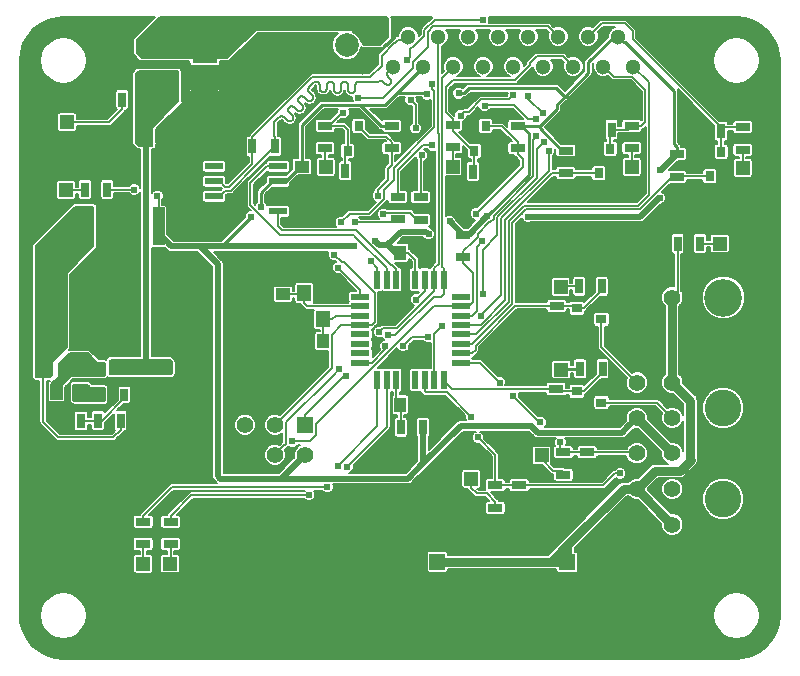
<source format=gtl>
G04 #@! TF.GenerationSoftware,KiCad,Pcbnew,5.0.0-fee4fd1~66~ubuntu16.04.1*
G04 #@! TF.CreationDate,2019-04-14T05:53:46-04:00*
G04 #@! TF.ProjectId,AIR_Control_Board,4149525F436F6E74726F6C5F426F6172,rev?*
G04 #@! TF.SameCoordinates,Original*
G04 #@! TF.FileFunction,Copper,L1,Top,Signal*
G04 #@! TF.FilePolarity,Positive*
%FSLAX46Y46*%
G04 Gerber Fmt 4.6, Leading zero omitted, Abs format (unit mm)*
G04 Created by KiCad (PCBNEW 5.0.0-fee4fd1~66~ubuntu16.04.1) date Sun Apr 14 05:53:46 2019*
%MOMM*%
%LPD*%
G01*
G04 APERTURE LIST*
G04 #@! TA.AperFunction,SMDPad,CuDef*
%ADD10R,1.000000X3.200000*%
G04 #@! TD*
G04 #@! TA.AperFunction,SMDPad,CuDef*
%ADD11R,1.000000X1.600000*%
G04 #@! TD*
G04 #@! TA.AperFunction,ComponentPad*
%ADD12C,1.371600*%
G04 #@! TD*
G04 #@! TA.AperFunction,ComponentPad*
%ADD13R,1.371600X1.371600*%
G04 #@! TD*
G04 #@! TA.AperFunction,SMDPad,CuDef*
%ADD14R,1.300000X0.700000*%
G04 #@! TD*
G04 #@! TA.AperFunction,SMDPad,CuDef*
%ADD15R,1.550000X0.600000*%
G04 #@! TD*
G04 #@! TA.AperFunction,SMDPad,CuDef*
%ADD16R,1.200000X1.200000*%
G04 #@! TD*
G04 #@! TA.AperFunction,ComponentPad*
%ADD17C,1.400000*%
G04 #@! TD*
G04 #@! TA.AperFunction,ComponentPad*
%ADD18R,1.400000X1.400000*%
G04 #@! TD*
G04 #@! TA.AperFunction,SMDPad,CuDef*
%ADD19R,1.000000X1.250000*%
G04 #@! TD*
G04 #@! TA.AperFunction,SMDPad,CuDef*
%ADD20R,0.700000X1.300000*%
G04 #@! TD*
G04 #@! TA.AperFunction,SMDPad,CuDef*
%ADD21R,0.900000X0.800000*%
G04 #@! TD*
G04 #@! TA.AperFunction,SMDPad,CuDef*
%ADD22R,0.800000X0.900000*%
G04 #@! TD*
G04 #@! TA.AperFunction,SMDPad,CuDef*
%ADD23R,2.159000X1.778000*%
G04 #@! TD*
G04 #@! TA.AperFunction,SMDPad,CuDef*
%ADD24R,1.600000X0.550000*%
G04 #@! TD*
G04 #@! TA.AperFunction,SMDPad,CuDef*
%ADD25R,0.550000X1.600000*%
G04 #@! TD*
G04 #@! TA.AperFunction,SMDPad,CuDef*
%ADD26R,1.200000X1.400000*%
G04 #@! TD*
G04 #@! TA.AperFunction,SMDPad,CuDef*
%ADD27R,1.250000X1.000000*%
G04 #@! TD*
G04 #@! TA.AperFunction,SMDPad,CuDef*
%ADD28R,2.500000X0.900000*%
G04 #@! TD*
G04 #@! TA.AperFunction,ComponentPad*
%ADD29C,3.100000*%
G04 #@! TD*
G04 #@! TA.AperFunction,ComponentPad*
%ADD30C,1.420000*%
G04 #@! TD*
G04 #@! TA.AperFunction,ComponentPad*
%ADD31C,3.200000*%
G04 #@! TD*
G04 #@! TA.AperFunction,ComponentPad*
%ADD32C,1.300000*%
G04 #@! TD*
G04 #@! TA.AperFunction,ComponentPad*
%ADD33C,2.000000*%
G04 #@! TD*
G04 #@! TA.AperFunction,Conductor*
%ADD34C,0.100000*%
G04 #@! TD*
G04 #@! TA.AperFunction,SMDPad,CuDef*
%ADD35C,0.875000*%
G04 #@! TD*
G04 #@! TA.AperFunction,SMDPad,CuDef*
%ADD36R,1.200000X2.000000*%
G04 #@! TD*
G04 #@! TA.AperFunction,SMDPad,CuDef*
%ADD37R,0.650000X1.060000*%
G04 #@! TD*
G04 #@! TA.AperFunction,SMDPad,CuDef*
%ADD38R,1.900000X3.400000*%
G04 #@! TD*
G04 #@! TA.AperFunction,ViaPad*
%ADD39C,0.609600*%
G04 #@! TD*
G04 #@! TA.AperFunction,Conductor*
%ADD40C,0.152400*%
G04 #@! TD*
G04 #@! TA.AperFunction,Conductor*
%ADD41C,0.254000*%
G04 #@! TD*
G04 #@! TA.AperFunction,Conductor*
%ADD42C,0.508000*%
G04 #@! TD*
G04 #@! TA.AperFunction,Conductor*
%ADD43C,0.762000*%
G04 #@! TD*
G04 #@! TA.AperFunction,Conductor*
%ADD44C,0.200000*%
G04 #@! TD*
G04 APERTURE END LIST*
D10*
G04 #@! TO.P,R30,2*
G04 #@! TO.N,Net-(C10-Pad1)*
X129880000Y-100910000D03*
G04 #@! TO.P,R30,1*
G04 #@! TO.N,VCC*
X136080000Y-100910000D03*
G04 #@! TD*
D11*
G04 #@! TO.P,C8,2*
G04 #@! TO.N,GND*
X130540000Y-108260000D03*
G04 #@! TO.P,C8,1*
G04 #@! TO.N,Net-(C10-Pad1)*
X127540000Y-108260000D03*
G04 #@! TD*
D12*
G04 #@! TO.P,C1,2*
G04 #@! TO.N,GND*
X170688000Y-134366000D03*
D13*
G04 #@! TO.P,C1,1*
G04 #@! TO.N,/Air+12V*
X170688000Y-129362200D03*
G04 #@! TD*
D12*
G04 #@! TO.P,C2,2*
G04 #@! TO.N,GND*
X159689800Y-134315200D03*
D13*
G04 #@! TO.P,C2,1*
G04 #@! TO.N,/Air+12V*
X159689800Y-129311400D03*
G04 #@! TD*
D14*
G04 #@! TO.P,R33,2*
G04 #@! TO.N,Net-(J2-Pad10)*
X158267400Y-98442700D03*
G04 #@! TO.P,R33,1*
G04 #@! TO.N,/RJ45_LED1*
X158267400Y-100342700D03*
G04 #@! TD*
D15*
G04 #@! TO.P,U1,8*
G04 #@! TO.N,GND*
X140777465Y-99635642D03*
G04 #@! TO.P,U1,7*
G04 #@! TO.N,/CAN_P*
X140777465Y-98365642D03*
G04 #@! TO.P,U1,6*
G04 #@! TO.N,/CAN_N*
X140777465Y-97095642D03*
G04 #@! TO.P,U1,5*
G04 #@! TO.N,Net-(U1-Pad5)*
X140777465Y-95825642D03*
G04 #@! TO.P,U1,4*
G04 #@! TO.N,/XCAN_N*
X146177465Y-95825642D03*
G04 #@! TO.P,U1,3*
G04 #@! TO.N,VCC*
X146177465Y-97095642D03*
G04 #@! TO.P,U1,2*
G04 #@! TO.N,GND*
X146177465Y-98365642D03*
G04 #@! TO.P,U1,1*
G04 #@! TO.N,/XCAN_P*
X146177465Y-99635642D03*
G04 #@! TD*
D16*
G04 #@! TO.P,D1,1*
G04 #@! TO.N,GND*
X166306500Y-120307100D03*
G04 #@! TO.P,D1,2*
G04 #@! TO.N,Net-(D1-Pad2)*
X168506500Y-120307100D03*
G04 #@! TD*
G04 #@! TO.P,D14,1*
G04 #@! TO.N,GND*
X126044600Y-97840800D03*
G04 #@! TO.P,D14,2*
G04 #@! TO.N,Net-(D14-Pad2)*
X128244600Y-97840800D03*
G04 #@! TD*
D14*
G04 #@! TO.P,R13,2*
G04 #@! TO.N,/SenseConnToHVD*
X179959000Y-96708000D03*
G04 #@! TO.P,R13,1*
G04 #@! TO.N,VCC*
X179959000Y-94808000D03*
G04 #@! TD*
D17*
G04 #@! TO.P,J4,6*
G04 #@! TO.N,GND*
X143408400Y-120243600D03*
G04 #@! TO.P,J4,5*
G04 #@! TO.N,/RESET*
X143408400Y-117703600D03*
G04 #@! TO.P,J4,4*
G04 #@! TO.N,/MOSI*
X145948400Y-120243600D03*
G04 #@! TO.P,J4,3*
G04 #@! TO.N,/SCK*
X145948400Y-117703600D03*
G04 #@! TO.P,J4,2*
G04 #@! TO.N,VCC*
X148488400Y-120243600D03*
D18*
G04 #@! TO.P,J4,1*
G04 #@! TO.N,/MISO*
X148488400Y-117703600D03*
G04 #@! TD*
D19*
G04 #@! TO.P,C4,2*
G04 #@! TO.N,GND*
X158556200Y-103149400D03*
G04 #@! TO.P,C4,1*
G04 #@! TO.N,VCC*
X156556200Y-103149400D03*
G04 #@! TD*
D20*
G04 #@! TO.P,R10,2*
G04 #@! TO.N,GND*
X181803000Y-92837000D03*
G04 #@! TO.P,R10,1*
G04 #@! TO.N,/ShutdownSense_HVD_Conn*
X183703000Y-92837000D03*
G04 #@! TD*
G04 #@! TO.P,R15,2*
G04 #@! TO.N,Net-(D7-Pad2)*
X181925000Y-102362000D03*
G04 #@! TO.P,R15,1*
G04 #@! TO.N,/Air+12V*
X180025000Y-102362000D03*
G04 #@! TD*
D14*
G04 #@! TO.P,R16,2*
G04 #@! TO.N,Net-(D8-Pad2)*
X150177500Y-94292500D03*
G04 #@! TO.P,R16,1*
G04 #@! TO.N,/ShutdownSense_BMS*
X150177500Y-92392500D03*
G04 #@! TD*
G04 #@! TO.P,R14,2*
G04 #@! TO.N,/SenseMainTSConn*
X170561000Y-96388000D03*
G04 #@! TO.P,R14,1*
G04 #@! TO.N,VCC*
X170561000Y-94488000D03*
G04 #@! TD*
D21*
G04 #@! TO.P,Q2,3*
G04 #@! TO.N,/Air+GND*
X173579500Y-108775500D03*
G04 #@! TO.P,Q2,2*
G04 #@! TO.N,GND*
X171479500Y-109725500D03*
G04 #@! TO.P,Q2,1*
G04 #@! TO.N,/AIR+LSD*
X171479500Y-107825500D03*
G04 #@! TD*
D20*
G04 #@! TO.P,R22,2*
G04 #@! TO.N,Net-(D11-Pad2)*
X133009600Y-90170000D03*
G04 #@! TO.P,R22,1*
G04 #@! TO.N,Net-(C13-Pad1)*
X134909600Y-90170000D03*
G04 #@! TD*
D14*
G04 #@! TO.P,R29,2*
G04 #@! TO.N,Net-(D13-Pad2)*
X137109200Y-127807800D03*
G04 #@! TO.P,R29,1*
G04 #@! TO.N,/P_LED_1*
X137109200Y-125907800D03*
G04 #@! TD*
G04 #@! TO.P,R31,2*
G04 #@! TO.N,/RESET*
X161848800Y-103515200D03*
G04 #@! TO.P,R31,1*
G04 #@! TO.N,VCC*
X161848800Y-101615200D03*
G04 #@! TD*
D16*
G04 #@! TO.P,D3,1*
G04 #@! TO.N,GND*
X167980000Y-113030000D03*
G04 #@! TO.P,D3,2*
G04 #@! TO.N,Net-(D3-Pad2)*
X170180000Y-113030000D03*
G04 #@! TD*
G04 #@! TO.P,D9,1*
G04 #@! TO.N,GND*
X160972500Y-98044000D03*
G04 #@! TO.P,D9,2*
G04 #@! TO.N,Net-(D9-Pad2)*
X160972500Y-95844000D03*
G04 #@! TD*
D20*
G04 #@! TO.P,R23,2*
G04 #@! TO.N,Net-(C6-Pad1)*
X156580800Y-117919500D03*
G04 #@! TO.P,R23,1*
G04 #@! TO.N,VCC*
X158480800Y-117919500D03*
G04 #@! TD*
G04 #@! TO.P,R19,2*
G04 #@! TO.N,GND*
X164589500Y-96266000D03*
G04 #@! TO.P,R19,1*
G04 #@! TO.N,/ShutdownSense_IMD*
X162689500Y-96266000D03*
G04 #@! TD*
D22*
G04 #@! TO.P,Q5,3*
G04 #@! TO.N,/ss_BMS*
X153035000Y-92422000D03*
G04 #@! TO.P,Q5,2*
G04 #@! TO.N,GND*
X153985000Y-94522000D03*
G04 #@! TO.P,Q5,1*
G04 #@! TO.N,/ShutdownSense_BMS*
X152085000Y-94522000D03*
G04 #@! TD*
D14*
G04 #@! TO.P,R21,2*
G04 #@! TO.N,/ss_IMD*
X166497000Y-94295000D03*
G04 #@! TO.P,R21,1*
G04 #@! TO.N,VCC*
X166497000Y-92395000D03*
G04 #@! TD*
D20*
G04 #@! TO.P,R24,2*
G04 #@! TO.N,/CAN_N*
X144033200Y-94132400D03*
G04 #@! TO.P,R24,1*
G04 #@! TO.N,/CAN_P*
X145933200Y-94132400D03*
G04 #@! TD*
D23*
G04 #@! TO.P,D10,1*
G04 #@! TO.N,+12V*
X140004800Y-86207600D03*
G04 #@! TO.P,D10,2*
G04 #@! TO.N,GND*
X140004800Y-90271600D03*
G04 #@! TD*
D16*
G04 #@! TO.P,D11,1*
G04 #@! TO.N,GND*
X126120000Y-92100400D03*
G04 #@! TO.P,D11,2*
G04 #@! TO.N,Net-(D11-Pad2)*
X128320000Y-92100400D03*
G04 #@! TD*
D21*
G04 #@! TO.P,Q1,3*
G04 #@! TO.N,/Precharge-*
X173579500Y-115824000D03*
G04 #@! TO.P,Q1,2*
G04 #@! TO.N,GND*
X171479500Y-116774000D03*
G04 #@! TO.P,Q1,1*
G04 #@! TO.N,/PrechargeCTL*
X171479500Y-114874000D03*
G04 #@! TD*
D16*
G04 #@! TO.P,D12,1*
G04 #@! TO.N,GND*
X134772400Y-131681400D03*
G04 #@! TO.P,D12,2*
G04 #@! TO.N,Net-(D12-Pad2)*
X134772400Y-129481400D03*
G04 #@! TD*
G04 #@! TO.P,D8,1*
G04 #@! TO.N,GND*
X150241000Y-98085000D03*
G04 #@! TO.P,D8,2*
G04 #@! TO.N,Net-(D8-Pad2)*
X150241000Y-95885000D03*
G04 #@! TD*
D14*
G04 #@! TO.P,R34,2*
G04 #@! TO.N,Net-(J2-Pad11)*
X156337000Y-98427500D03*
G04 #@! TO.P,R34,1*
G04 #@! TO.N,/RJ45_LED2*
X156337000Y-100327500D03*
G04 #@! TD*
D20*
G04 #@! TO.P,R11,2*
G04 #@! TO.N,GND*
X172532000Y-92710000D03*
G04 #@! TO.P,R11,1*
G04 #@! TO.N,/ShutdownSense_MainPack*
X174432000Y-92710000D03*
G04 #@! TD*
D14*
G04 #@! TO.P,R6,2*
G04 #@! TO.N,GND*
X166611300Y-124736900D03*
G04 #@! TO.P,R6,1*
G04 #@! TO.N,/AIR+_Weld_Detect*
X166611300Y-122836900D03*
G04 #@! TD*
G04 #@! TO.P,R1,2*
G04 #@! TO.N,Net-(D1-Pad2)*
X170345100Y-121942900D03*
G04 #@! TO.P,R1,1*
G04 #@! TO.N,/AIR-_Weld_Detect*
X170345100Y-120042900D03*
G04 #@! TD*
G04 #@! TO.P,R7,2*
G04 #@! TO.N,GND*
X169799000Y-109537500D03*
G04 #@! TO.P,R7,1*
G04 #@! TO.N,/AIR+LSD*
X169799000Y-107637500D03*
G04 #@! TD*
G04 #@! TO.P,R27,2*
G04 #@! TO.N,Net-(D12-Pad2)*
X134772400Y-127807800D03*
G04 #@! TO.P,R27,1*
G04 #@! TO.N,/P_LED_2*
X134772400Y-125907800D03*
G04 #@! TD*
D16*
G04 #@! TO.P,D5,1*
G04 #@! TO.N,GND*
X176149000Y-98085000D03*
G04 #@! TO.P,D5,2*
G04 #@! TO.N,Net-(D5-Pad2)*
X176149000Y-95885000D03*
G04 #@! TD*
D14*
G04 #@! TO.P,R17,2*
G04 #@! TO.N,Net-(D9-Pad2)*
X160972500Y-94229000D03*
G04 #@! TO.P,R17,1*
G04 #@! TO.N,/ShutdownSense_IMD*
X160972500Y-92329000D03*
G04 #@! TD*
D20*
G04 #@! TO.P,R18,2*
G04 #@! TO.N,GND*
X153794500Y-96202500D03*
G04 #@! TO.P,R18,1*
G04 #@! TO.N,/ShutdownSense_BMS*
X151894500Y-96202500D03*
G04 #@! TD*
D24*
G04 #@! TO.P,IC1,32*
G04 #@! TO.N,Net-(IC1-Pad32)*
X161666500Y-106864500D03*
G04 #@! TO.P,IC1,31*
G04 #@! TO.N,/RESET*
X161666500Y-107664500D03*
G04 #@! TO.P,IC1,30*
G04 #@! TO.N,/ss_IMD*
X161666500Y-108464500D03*
G04 #@! TO.P,IC1,29*
G04 #@! TO.N,/SenseMainTSConn*
X161666500Y-109264500D03*
G04 #@! TO.P,IC1,28*
G04 #@! TO.N,/Cooling_Pressure_Sense*
X161666500Y-110064500D03*
G04 #@! TO.P,IC1,27*
G04 #@! TO.N,/SenseConnToHVD*
X161666500Y-110864500D03*
G04 #@! TO.P,IC1,26*
G04 #@! TO.N,/AIR+LSD*
X161666500Y-111664500D03*
G04 #@! TO.P,IC1,25*
G04 #@! TO.N,/AIR-_Weld_Detect*
X161666500Y-112464500D03*
D25*
G04 #@! TO.P,IC1,24*
G04 #@! TO.N,/PrechargeCTL*
X160216500Y-113914500D03*
G04 #@! TO.P,IC1,23*
G04 #@! TO.N,/IMD_Sense*
X159416500Y-113914500D03*
G04 #@! TO.P,IC1,22*
G04 #@! TO.N,/AIR+_Weld_Detect*
X158616500Y-113914500D03*
G04 #@! TO.P,IC1,21*
G04 #@! TO.N,Net-(IC1-Pad21)*
X157816500Y-113914500D03*
G04 #@! TO.P,IC1,20*
G04 #@! TO.N,GND*
X157016500Y-113914500D03*
G04 #@! TO.P,IC1,19*
G04 #@! TO.N,Net-(C6-Pad1)*
X156216500Y-113914500D03*
G04 #@! TO.P,IC1,18*
G04 #@! TO.N,/P_LED_2*
X155416500Y-113914500D03*
G04 #@! TO.P,IC1,17*
G04 #@! TO.N,/P_LED_1*
X154616500Y-113914500D03*
D24*
G04 #@! TO.P,IC1,16*
G04 #@! TO.N,/BMS_Sense*
X153166500Y-112464500D03*
G04 #@! TO.P,IC1,15*
G04 #@! TO.N,Net-(IC1-Pad15)*
X153166500Y-111664500D03*
G04 #@! TO.P,IC1,14*
G04 #@! TO.N,Net-(IC1-Pad14)*
X153166500Y-110864500D03*
G04 #@! TO.P,IC1,13*
G04 #@! TO.N,Net-(IC1-Pad13)*
X153166500Y-110064500D03*
G04 #@! TO.P,IC1,12*
G04 #@! TO.N,/SCK*
X153166500Y-109264500D03*
G04 #@! TO.P,IC1,11*
G04 #@! TO.N,Net-(C11-Pad1)*
X153166500Y-108464500D03*
G04 #@! TO.P,IC1,10*
G04 #@! TO.N,Net-(C12-Pad1)*
X153166500Y-107664500D03*
G04 #@! TO.P,IC1,9*
G04 #@! TO.N,/RJ45_LED2*
X153166500Y-106864500D03*
D25*
G04 #@! TO.P,IC1,8*
G04 #@! TO.N,/RJ45_LED1*
X154616500Y-105414500D03*
G04 #@! TO.P,IC1,7*
G04 #@! TO.N,/XCAN_N*
X155416500Y-105414500D03*
G04 #@! TO.P,IC1,6*
G04 #@! TO.N,/XCAN_P*
X156216500Y-105414500D03*
G04 #@! TO.P,IC1,5*
G04 #@! TO.N,GND*
X157016500Y-105414500D03*
G04 #@! TO.P,IC1,4*
G04 #@! TO.N,VCC*
X157816500Y-105414500D03*
G04 #@! TO.P,IC1,3*
G04 #@! TO.N,/ss_BMS*
X158616500Y-105414500D03*
G04 #@! TO.P,IC1,2*
G04 #@! TO.N,/MOSI*
X159416500Y-105414500D03*
G04 #@! TO.P,IC1,1*
G04 #@! TO.N,/MISO*
X160216500Y-105414500D03*
G04 #@! TD*
D16*
G04 #@! TO.P,D13,1*
G04 #@! TO.N,GND*
X137058400Y-131663800D03*
G04 #@! TO.P,D13,2*
G04 #@! TO.N,Net-(D13-Pad2)*
X137058400Y-129463800D03*
G04 #@! TD*
G04 #@! TO.P,D6,1*
G04 #@! TO.N,GND*
X167916500Y-106045000D03*
G04 #@! TO.P,D6,2*
G04 #@! TO.N,Net-(D6-Pad2)*
X170116500Y-106045000D03*
G04 #@! TD*
D22*
G04 #@! TO.P,Q3,3*
G04 #@! TO.N,/SenseConnToHVD*
X182753000Y-96681000D03*
G04 #@! TO.P,Q3,2*
G04 #@! TO.N,GND*
X181803000Y-94581000D03*
G04 #@! TO.P,Q3,1*
G04 #@! TO.N,/ShutdownSense_HVD_Conn*
X183703000Y-94581000D03*
G04 #@! TD*
D26*
G04 #@! TO.P,Y1,4*
G04 #@! TO.N,GND*
X148412400Y-108762800D03*
G04 #@! TO.P,Y1,3*
G04 #@! TO.N,Net-(C12-Pad1)*
X148412400Y-106562800D03*
G04 #@! TO.P,Y1,2*
G04 #@! TO.N,GND*
X150012400Y-106562800D03*
G04 #@! TO.P,Y1,1*
G04 #@! TO.N,Net-(C11-Pad1)*
X150012400Y-108762800D03*
G04 #@! TD*
D20*
G04 #@! TO.P,R32,2*
G04 #@! TO.N,Net-(D14-Pad2)*
X129844800Y-97790000D03*
G04 #@! TO.P,R32,1*
G04 #@! TO.N,VCC*
X131744800Y-97790000D03*
G04 #@! TD*
D14*
G04 #@! TO.P,R20,2*
G04 #@! TO.N,/ss_BMS*
X155829000Y-94295000D03*
G04 #@! TO.P,R20,1*
G04 #@! TO.N,VCC*
X155829000Y-92395000D03*
G04 #@! TD*
D22*
G04 #@! TO.P,Q6,3*
G04 #@! TO.N,/ss_IMD*
X163766500Y-92422000D03*
G04 #@! TO.P,Q6,2*
G04 #@! TO.N,GND*
X164716500Y-94522000D03*
G04 #@! TO.P,Q6,1*
G04 #@! TO.N,/ShutdownSense_IMD*
X162816500Y-94522000D03*
G04 #@! TD*
D19*
G04 #@! TO.P,C6,2*
G04 #@! TO.N,GND*
X158543500Y-116001800D03*
G04 #@! TO.P,C6,1*
G04 #@! TO.N,Net-(C6-Pad1)*
X156543500Y-116001800D03*
G04 #@! TD*
D16*
G04 #@! TO.P,D4,1*
G04 #@! TO.N,GND*
X185547000Y-98171000D03*
G04 #@! TO.P,D4,2*
G04 #@! TO.N,Net-(D4-Pad2)*
X185547000Y-95971000D03*
G04 #@! TD*
D14*
G04 #@! TO.P,R8,2*
G04 #@! TO.N,Net-(D4-Pad2)*
X185547000Y-94422000D03*
G04 #@! TO.P,R8,1*
G04 #@! TO.N,/ShutdownSense_HVD_Conn*
X185547000Y-92522000D03*
G04 #@! TD*
D22*
G04 #@! TO.P,Q4,3*
G04 #@! TO.N,/SenseMainTSConn*
X173355000Y-96427000D03*
G04 #@! TO.P,Q4,2*
G04 #@! TO.N,GND*
X172405000Y-94327000D03*
G04 #@! TO.P,Q4,1*
G04 #@! TO.N,/ShutdownSense_MainPack*
X174305000Y-94327000D03*
G04 #@! TD*
D19*
G04 #@! TO.P,C11,2*
G04 #@! TO.N,GND*
X148012400Y-110642400D03*
G04 #@! TO.P,C11,1*
G04 #@! TO.N,Net-(C11-Pad1)*
X150012400Y-110642400D03*
G04 #@! TD*
D27*
G04 #@! TO.P,C12,2*
G04 #@! TO.N,GND*
X146608800Y-108661200D03*
G04 #@! TO.P,C12,1*
G04 #@! TO.N,Net-(C12-Pad1)*
X146608800Y-106661200D03*
G04 #@! TD*
D16*
G04 #@! TO.P,D2,1*
G04 #@! TO.N,GND*
X162560000Y-124485400D03*
G04 #@! TO.P,D2,2*
G04 #@! TO.N,Net-(D2-Pad2)*
X162560000Y-122285400D03*
G04 #@! TD*
D28*
G04 #@! TO.P,F1,2*
G04 #@! TO.N,Net-(C13-Pad1)*
X136194800Y-88470400D03*
G04 #@! TO.P,F1,1*
G04 #@! TO.N,+12V*
X136194800Y-85570400D03*
G04 #@! TD*
D14*
G04 #@! TO.P,R2,2*
G04 #@! TO.N,GND*
X172364400Y-121930200D03*
G04 #@! TO.P,R2,1*
G04 #@! TO.N,/AIR-_Weld_Detect*
X172364400Y-120030200D03*
G04 #@! TD*
G04 #@! TO.P,R3,2*
G04 #@! TO.N,Net-(D2-Pad2)*
X164579300Y-124734400D03*
G04 #@! TO.P,R3,1*
G04 #@! TO.N,/AIR+_Weld_Detect*
X164579300Y-122834400D03*
G04 #@! TD*
D20*
G04 #@! TO.P,R12,2*
G04 #@! TO.N,Net-(D6-Pad2)*
X171704000Y-105981500D03*
G04 #@! TO.P,R12,1*
G04 #@! TO.N,/AIR+LSD*
X173604000Y-105981500D03*
G04 #@! TD*
G04 #@! TO.P,R4,2*
G04 #@! TO.N,Net-(D3-Pad2)*
X171770000Y-112966500D03*
G04 #@! TO.P,R4,1*
G04 #@! TO.N,/PrechargeCTL*
X173670000Y-112966500D03*
G04 #@! TD*
D14*
G04 #@! TO.P,R5,2*
G04 #@! TO.N,GND*
X169735500Y-116583500D03*
G04 #@! TO.P,R5,1*
G04 #@! TO.N,/PrechargeCTL*
X169735500Y-114683500D03*
G04 #@! TD*
D29*
G04 #@! TO.P,J1,*
G04 #@! TO.N,*
X183896000Y-116292000D03*
D30*
G04 #@! TO.P,J1,1*
G04 #@! TO.N,/Air+12V*
X179576000Y-114132000D03*
G04 #@! TO.P,J1,2*
G04 #@! TO.N,/Precharge-*
X179576000Y-117132000D03*
D29*
G04 #@! TO.P,J1,*
G04 #@! TO.N,*
X183896000Y-123992000D03*
D30*
G04 #@! TO.P,J1,3*
G04 #@! TO.N,VCC*
X179576000Y-120132000D03*
G04 #@! TO.P,J1,4*
G04 #@! TO.N,/AIR+_Weld_Detect*
X179576000Y-123152000D03*
G04 #@! TO.P,J1,5*
G04 #@! TO.N,/Air+12V*
X179576000Y-126152000D03*
G04 #@! TO.P,J1,6*
G04 #@! TO.N,/Air+GND*
X176576000Y-114132000D03*
G04 #@! TO.P,J1,7*
G04 #@! TO.N,VCC*
X176576000Y-117132000D03*
G04 #@! TO.P,J1,8*
G04 #@! TO.N,/AIR-_Weld_Detect*
X176576000Y-120132000D03*
G04 #@! TO.P,J1,9*
G04 #@! TO.N,/Air+12V*
X176576000Y-123152000D03*
G04 #@! TO.P,J1,10*
G04 #@! TO.N,GND*
X176576000Y-126152000D03*
G04 #@! TD*
G04 #@! TO.P,J3,2*
G04 #@! TO.N,GND*
X176576000Y-106934000D03*
G04 #@! TO.P,J3,1*
G04 #@! TO.N,/Air+12V*
X179576000Y-106934000D03*
D31*
G04 #@! TO.P,J3,*
G04 #@! TO.N,*
X183896000Y-106934000D03*
G04 #@! TD*
D27*
G04 #@! TO.P,C3,2*
G04 #@! TO.N,GND*
X148209000Y-97859600D03*
G04 #@! TO.P,C3,1*
G04 #@! TO.N,VCC*
X148209000Y-95859600D03*
G04 #@! TD*
D16*
G04 #@! TO.P,D7,1*
G04 #@! TO.N,GND*
X185801000Y-102362000D03*
G04 #@! TO.P,D7,2*
G04 #@! TO.N,Net-(D7-Pad2)*
X183601000Y-102362000D03*
G04 #@! TD*
D14*
G04 #@! TO.P,R9,2*
G04 #@! TO.N,Net-(D5-Pad2)*
X176149000Y-94295000D03*
G04 #@! TO.P,R9,1*
G04 #@! TO.N,/ShutdownSense_MainPack*
X176149000Y-92395000D03*
G04 #@! TD*
D32*
G04 #@! TO.P,J2,5*
G04 #@! TO.N,VCC*
X158496000Y-87376000D03*
G04 #@! TO.P,J2,3*
G04 #@! TO.N,/CAN_P*
X155956000Y-87376000D03*
G04 #@! TO.P,J2,1*
G04 #@! TO.N,GND*
X153416000Y-87376000D03*
G04 #@! TO.P,J2,7*
G04 #@! TO.N,/MISO*
X161036000Y-87376000D03*
G04 #@! TO.P,J2,2*
G04 #@! TO.N,+12V*
X154686000Y-84836000D03*
G04 #@! TO.P,J2,4*
G04 #@! TO.N,/CAN_N*
X157226000Y-84836000D03*
G04 #@! TO.P,J2,6*
G04 #@! TO.N,/MOSI*
X159766000Y-84836000D03*
G04 #@! TO.P,J2,8*
G04 #@! TO.N,/SCK*
X162306000Y-84836000D03*
G04 #@! TO.P,J2,9*
G04 #@! TO.N,/RESET*
X163576000Y-87376000D03*
G04 #@! TO.P,J2,10*
G04 #@! TO.N,Net-(J2-Pad10)*
X164846000Y-84836000D03*
G04 #@! TO.P,J2,11*
G04 #@! TO.N,Net-(J2-Pad11)*
X166116000Y-87376000D03*
G04 #@! TO.P,J2,12*
G04 #@! TO.N,/IMD_Sense*
X167386000Y-84836000D03*
G04 #@! TO.P,J2,13*
G04 #@! TO.N,/BMS_Sense*
X168656000Y-87376000D03*
G04 #@! TO.P,J2,14*
G04 #@! TO.N,/ShutdownSense_BMS*
X169926000Y-84836000D03*
G04 #@! TO.P,J2,15*
G04 #@! TO.N,/ShutdownSense_IMD*
X171196000Y-87376000D03*
G04 #@! TO.P,J2,16*
G04 #@! TO.N,/ShutdownSense_HVD_Conn*
X172466000Y-84836000D03*
G04 #@! TO.P,J2,17*
G04 #@! TO.N,/ShutdownSense_MainPack*
X173736000Y-87376000D03*
G04 #@! TO.P,J2,18*
G04 #@! TO.N,VCC*
X175006000Y-84836000D03*
G04 #@! TO.P,J2,19*
G04 #@! TO.N,/Cooling_Pressure_Sense*
X176276000Y-87376000D03*
G04 #@! TO.P,J2,20*
G04 #@! TO.N,GND*
X177546000Y-84836000D03*
D33*
G04 #@! TO.P,J2,21*
G04 #@! TO.N,N/C*
X152016000Y-85576000D03*
G04 #@! TD*
D34*
G04 #@! TO.N,Net-(C13-Pad1)*
G04 #@! TO.C,C13*
G36*
X137017691Y-112558553D02*
X137038926Y-112561703D01*
X137059750Y-112566919D01*
X137079962Y-112574151D01*
X137099368Y-112583330D01*
X137117781Y-112594366D01*
X137135024Y-112607154D01*
X137150930Y-112621570D01*
X137165346Y-112637476D01*
X137178134Y-112654719D01*
X137189170Y-112673132D01*
X137198349Y-112692538D01*
X137205581Y-112712750D01*
X137210797Y-112733574D01*
X137213947Y-112754809D01*
X137215000Y-112776250D01*
X137215000Y-113213750D01*
X137213947Y-113235191D01*
X137210797Y-113256426D01*
X137205581Y-113277250D01*
X137198349Y-113297462D01*
X137189170Y-113316868D01*
X137178134Y-113335281D01*
X137165346Y-113352524D01*
X137150930Y-113368430D01*
X137135024Y-113382846D01*
X137117781Y-113395634D01*
X137099368Y-113406670D01*
X137079962Y-113415849D01*
X137059750Y-113423081D01*
X137038926Y-113428297D01*
X137017691Y-113431447D01*
X136996250Y-113432500D01*
X136483750Y-113432500D01*
X136462309Y-113431447D01*
X136441074Y-113428297D01*
X136420250Y-113423081D01*
X136400038Y-113415849D01*
X136380632Y-113406670D01*
X136362219Y-113395634D01*
X136344976Y-113382846D01*
X136329070Y-113368430D01*
X136314654Y-113352524D01*
X136301866Y-113335281D01*
X136290830Y-113316868D01*
X136281651Y-113297462D01*
X136274419Y-113277250D01*
X136269203Y-113256426D01*
X136266053Y-113235191D01*
X136265000Y-113213750D01*
X136265000Y-112776250D01*
X136266053Y-112754809D01*
X136269203Y-112733574D01*
X136274419Y-112712750D01*
X136281651Y-112692538D01*
X136290830Y-112673132D01*
X136301866Y-112654719D01*
X136314654Y-112637476D01*
X136329070Y-112621570D01*
X136344976Y-112607154D01*
X136362219Y-112594366D01*
X136380632Y-112583330D01*
X136400038Y-112574151D01*
X136420250Y-112566919D01*
X136441074Y-112561703D01*
X136462309Y-112558553D01*
X136483750Y-112557500D01*
X136996250Y-112557500D01*
X137017691Y-112558553D01*
X137017691Y-112558553D01*
G37*
D35*
G04 #@! TD*
G04 #@! TO.P,C13,1*
G04 #@! TO.N,Net-(C13-Pad1)*
X136740000Y-112995000D03*
D34*
G04 #@! TO.N,GND*
G04 #@! TO.C,C13*
G36*
X137017691Y-114133553D02*
X137038926Y-114136703D01*
X137059750Y-114141919D01*
X137079962Y-114149151D01*
X137099368Y-114158330D01*
X137117781Y-114169366D01*
X137135024Y-114182154D01*
X137150930Y-114196570D01*
X137165346Y-114212476D01*
X137178134Y-114229719D01*
X137189170Y-114248132D01*
X137198349Y-114267538D01*
X137205581Y-114287750D01*
X137210797Y-114308574D01*
X137213947Y-114329809D01*
X137215000Y-114351250D01*
X137215000Y-114788750D01*
X137213947Y-114810191D01*
X137210797Y-114831426D01*
X137205581Y-114852250D01*
X137198349Y-114872462D01*
X137189170Y-114891868D01*
X137178134Y-114910281D01*
X137165346Y-114927524D01*
X137150930Y-114943430D01*
X137135024Y-114957846D01*
X137117781Y-114970634D01*
X137099368Y-114981670D01*
X137079962Y-114990849D01*
X137059750Y-114998081D01*
X137038926Y-115003297D01*
X137017691Y-115006447D01*
X136996250Y-115007500D01*
X136483750Y-115007500D01*
X136462309Y-115006447D01*
X136441074Y-115003297D01*
X136420250Y-114998081D01*
X136400038Y-114990849D01*
X136380632Y-114981670D01*
X136362219Y-114970634D01*
X136344976Y-114957846D01*
X136329070Y-114943430D01*
X136314654Y-114927524D01*
X136301866Y-114910281D01*
X136290830Y-114891868D01*
X136281651Y-114872462D01*
X136274419Y-114852250D01*
X136269203Y-114831426D01*
X136266053Y-114810191D01*
X136265000Y-114788750D01*
X136265000Y-114351250D01*
X136266053Y-114329809D01*
X136269203Y-114308574D01*
X136274419Y-114287750D01*
X136281651Y-114267538D01*
X136290830Y-114248132D01*
X136301866Y-114229719D01*
X136314654Y-114212476D01*
X136329070Y-114196570D01*
X136344976Y-114182154D01*
X136362219Y-114169366D01*
X136380632Y-114158330D01*
X136400038Y-114149151D01*
X136420250Y-114141919D01*
X136441074Y-114136703D01*
X136462309Y-114133553D01*
X136483750Y-114132500D01*
X136996250Y-114132500D01*
X137017691Y-114133553D01*
X137017691Y-114133553D01*
G37*
D35*
G04 #@! TD*
G04 #@! TO.P,C13,2*
G04 #@! TO.N,GND*
X136740000Y-114570000D03*
D27*
G04 #@! TO.P,C5,1*
G04 #@! TO.N,Net-(C13-Pad1)*
X135010000Y-112898000D03*
G04 #@! TO.P,C5,2*
G04 #@! TO.N,GND*
X135010000Y-114898000D03*
G04 #@! TD*
D19*
G04 #@! TO.P,C7,1*
G04 #@! TO.N,Net-(C7-Pad1)*
X129422000Y-114898000D03*
G04 #@! TO.P,C7,2*
G04 #@! TO.N,Net-(C7-Pad2)*
X127422000Y-114898000D03*
G04 #@! TD*
G04 #@! TO.P,C10,2*
G04 #@! TO.N,GND*
X129540000Y-110340000D03*
G04 #@! TO.P,C10,1*
G04 #@! TO.N,Net-(C10-Pad1)*
X127540000Y-110340000D03*
G04 #@! TD*
D20*
G04 #@! TO.P,R26,2*
G04 #@! TO.N,GND*
X127620000Y-117390000D03*
G04 #@! TO.P,R26,1*
G04 #@! TO.N,Net-(R26-Pad1)*
X129520000Y-117390000D03*
G04 #@! TD*
G04 #@! TO.P,R28,1*
G04 #@! TO.N,Net-(C10-Pad1)*
X132860000Y-117360000D03*
G04 #@! TO.P,R28,2*
G04 #@! TO.N,Net-(R26-Pad1)*
X130960000Y-117360000D03*
G04 #@! TD*
D36*
G04 #@! TO.P,L1,2*
G04 #@! TO.N,Net-(C10-Pad1)*
X126298000Y-112612000D03*
G04 #@! TO.P,L1,1*
G04 #@! TO.N,Net-(C7-Pad2)*
X129498000Y-112612000D03*
G04 #@! TD*
D37*
G04 #@! TO.P,U2,1*
G04 #@! TO.N,Net-(C7-Pad1)*
X131266000Y-115152000D03*
G04 #@! TO.P,U2,2*
G04 #@! TO.N,GND*
X132216000Y-115152000D03*
G04 #@! TO.P,U2,3*
G04 #@! TO.N,Net-(R26-Pad1)*
X133166000Y-115152000D03*
G04 #@! TO.P,U2,4*
G04 #@! TO.N,Net-(C13-Pad1)*
X133166000Y-112952000D03*
G04 #@! TO.P,U2,6*
G04 #@! TO.N,Net-(C7-Pad2)*
X131266000Y-112952000D03*
G04 #@! TO.P,U2,5*
G04 #@! TO.N,Net-(C13-Pad1)*
X132216000Y-112952000D03*
G04 #@! TD*
D38*
G04 #@! TO.P,C9,2*
G04 #@! TO.N,GND*
X131620000Y-105150000D03*
G04 #@! TO.P,C9,1*
G04 #@! TO.N,Net-(C10-Pad1)*
X127120000Y-105150000D03*
G04 #@! TD*
D39*
G04 #@! TO.N,GND*
X154940000Y-95859600D03*
X166166800Y-95554800D03*
X162407600Y-97942400D03*
X180289200Y-93065600D03*
X149250400Y-105257600D03*
X146558000Y-110236000D03*
X167284400Y-111709200D03*
X169164000Y-110591600D03*
X166573200Y-106324400D03*
X171196000Y-92913200D03*
X174498000Y-98094800D03*
X138353800Y-93573600D03*
X138861800Y-92303600D03*
X139674600Y-93370400D03*
X140411200Y-92278200D03*
X161264600Y-124510800D03*
X168046400Y-123748800D03*
X173685200Y-120700800D03*
X139039600Y-98806000D03*
X151714200Y-98044000D03*
X156692600Y-107264200D03*
X157556200Y-102057200D03*
X159905700Y-115989100D03*
X133972300Y-133235700D03*
X137820400Y-133134100D03*
X168313100Y-115570000D03*
X167906700Y-121653300D03*
X136740000Y-93540000D03*
X137580000Y-92300000D03*
X126120000Y-99404000D03*
X126374000Y-93562000D03*
X133330000Y-103640000D03*
X133390000Y-105060000D03*
X133380000Y-106720000D03*
X133080000Y-108030000D03*
X132350000Y-109180000D03*
X131550000Y-110430000D03*
X134440000Y-116290000D03*
X135240000Y-117260000D03*
X135840000Y-116320000D03*
X136780000Y-117150000D03*
X137230000Y-116290000D03*
X128390000Y-116250000D03*
X129870000Y-90710000D03*
X132450000Y-88160000D03*
X132740000Y-83930000D03*
X173500000Y-136780000D03*
X180400000Y-136740000D03*
X180500000Y-133040000D03*
X183540000Y-129760000D03*
X188090000Y-129280000D03*
X188110000Y-124470000D03*
X188120000Y-118550000D03*
X188210000Y-112920000D03*
X188210000Y-106470000D03*
X156260000Y-136940000D03*
X150590000Y-136860000D03*
X145770000Y-136770000D03*
X139760000Y-136750000D03*
X133250000Y-136720000D03*
X132500000Y-133840000D03*
X129880000Y-129620000D03*
X125070000Y-129220000D03*
X125070000Y-125410000D03*
X124990000Y-119310000D03*
X124940000Y-114520000D03*
X183470000Y-90570000D03*
X180760000Y-87670000D03*
X180560000Y-83850000D03*
X187540000Y-91450000D03*
X188070000Y-93920000D03*
X188100000Y-98030000D03*
X188130000Y-102750000D03*
X165430000Y-136800000D03*
G04 #@! TO.N,VCC*
X143916400Y-100076000D03*
X144754600Y-99237800D03*
X158953200Y-101561900D03*
X160731200Y-100469700D03*
X158813500Y-89738200D03*
X161493200Y-89636600D03*
X152654000Y-102590600D03*
X154434317Y-102156483D03*
X163918900Y-100037900D03*
X178520445Y-98510445D03*
X178511200Y-96164400D03*
X167347900Y-100088700D03*
X135970000Y-98330000D03*
X134020000Y-97790000D03*
G04 #@! TO.N,/MISO*
X151920000Y-113560000D03*
X155491634Y-110088601D03*
G04 #@! TO.N,/MOSI*
X151380000Y-113010000D03*
X154740000Y-109860000D03*
G04 #@! TO.N,/SCK*
X159232600Y-88849200D03*
X151511000Y-100558600D03*
X150931905Y-103301800D03*
G04 #@! TO.N,/RESET*
X168071800Y-93281500D03*
X168069223Y-91861600D03*
X163677600Y-90678000D03*
X147410401Y-119100600D03*
G04 #@! TO.N,/P_LED_1*
X151269700Y-121196100D03*
X148831300Y-123647200D03*
G04 #@! TO.N,/P_LED_2*
X152057100Y-121246900D03*
X150368000Y-122974100D03*
G04 #@! TO.N,/RJ45_LED1*
X154074879Y-103874821D03*
X155117800Y-99860100D03*
G04 #@! TO.N,/RJ45_LED2*
X151313551Y-104412493D03*
X152742900Y-100558600D03*
G04 #@! TO.N,/AIR+_Weld_Detect*
X175158400Y-121818400D03*
X162560000Y-117017800D03*
X163118800Y-118783100D03*
G04 #@! TO.N,/AIR-_Weld_Detect*
X164960300Y-114150100D03*
X166103300Y-115290600D03*
X168402000Y-117513100D03*
X170103800Y-119202200D03*
G04 #@! TO.N,Net-(J2-Pad10)*
X158364804Y-94890204D03*
X157835600Y-92595700D03*
X157416500Y-90195400D03*
X157086300Y-86855300D03*
X163537900Y-83426300D03*
G04 #@! TO.N,Net-(J2-Pad11)*
X159255689Y-94043500D03*
X161663327Y-91523624D03*
X166116000Y-89809320D03*
G04 #@! TO.N,/IMD_Sense*
X160090000Y-109360000D03*
X163533311Y-106650000D03*
X168683160Y-93736345D03*
X168626913Y-91342343D03*
X167400000Y-89850000D03*
G04 #@! TO.N,/BMS_Sense*
X155272634Y-111052634D03*
X156791976Y-111041976D03*
X158883100Y-110280000D03*
X163340774Y-108496968D03*
X169130000Y-94530000D03*
G04 #@! TO.N,/ShutdownSense_BMS*
X151726900Y-91287600D03*
X152996900Y-90030300D03*
G04 #@! TO.N,/ss_IMD*
X162960000Y-99830000D03*
X163439912Y-102189912D03*
G04 #@! TO.N,/ss_BMS*
X154660600Y-98298000D03*
X157914529Y-107114529D03*
G04 #@! TD*
D40*
G04 #@! TO.N,GND*
X153985000Y-96012000D02*
X153794500Y-96202500D01*
X153985000Y-94522000D02*
X153985000Y-96012000D01*
X154597100Y-96202500D02*
X154940000Y-95859600D01*
X153794500Y-96202500D02*
X154597100Y-96202500D01*
X164716500Y-96139000D02*
X164589500Y-96266000D01*
X164716500Y-94522000D02*
X164716500Y-96139000D01*
X165455600Y-96266000D02*
X166166800Y-95554800D01*
X164589500Y-96266000D02*
X165455600Y-96266000D01*
X162306000Y-98044000D02*
X162407600Y-97942400D01*
X160972500Y-98044000D02*
X162306000Y-98044000D01*
X172532000Y-94200000D02*
X172405000Y-94327000D01*
X172532000Y-92710000D02*
X172532000Y-94200000D01*
X181803000Y-93639400D02*
X181803000Y-94581000D01*
X180517800Y-92837000D02*
X180289200Y-93065600D01*
X181803000Y-92837000D02*
X180517800Y-92837000D01*
X186369400Y-101041200D02*
X187147200Y-101041200D01*
X185801000Y-101609600D02*
X186369400Y-101041200D01*
X185801000Y-102362000D02*
X185801000Y-101609600D01*
X148310800Y-108661200D02*
X148412400Y-108762800D01*
X146608800Y-108661200D02*
X148310800Y-108661200D01*
X149559600Y-105257600D02*
X149250400Y-105257600D01*
X150012400Y-105710400D02*
X149559600Y-105257600D01*
X150012400Y-106562800D02*
X150012400Y-105710400D01*
X148012400Y-109162800D02*
X148412400Y-108762800D01*
X148012400Y-110642400D02*
X148012400Y-109162800D01*
X146608800Y-110185200D02*
X146558000Y-110236000D01*
X146608800Y-108661200D02*
X146608800Y-110185200D01*
X146964400Y-110642400D02*
X146558000Y-110236000D01*
X148012400Y-110642400D02*
X146964400Y-110642400D01*
X171289000Y-116583500D02*
X171479500Y-116774000D01*
X169735500Y-116583500D02*
X171289000Y-116583500D01*
X167411600Y-111709200D02*
X167284400Y-111709200D01*
X167980000Y-112277600D02*
X167411600Y-111709200D01*
X167980000Y-113030000D02*
X167980000Y-112277600D01*
X171291500Y-109537500D02*
X171479500Y-109725500D01*
X169799000Y-109537500D02*
X171291500Y-109537500D01*
X169799000Y-109956600D02*
X169164000Y-110591600D01*
X169799000Y-109537500D02*
X169799000Y-109956600D01*
X166852600Y-106045000D02*
X166573200Y-106324400D01*
X167916500Y-106045000D02*
X166852600Y-106045000D01*
X171399200Y-92710000D02*
X171196000Y-92913200D01*
X172532000Y-92710000D02*
X171399200Y-92710000D01*
X174507800Y-98085000D02*
X174498000Y-98094800D01*
X176149000Y-98085000D02*
X174507800Y-98085000D01*
X137950200Y-93170000D02*
X138353800Y-93573600D01*
X136652000Y-93170000D02*
X137950200Y-93170000D01*
X138861800Y-92557600D02*
X139674600Y-93370400D01*
X138861800Y-92303600D02*
X138861800Y-92557600D01*
X140004800Y-91871800D02*
X140004800Y-90271600D01*
X140411200Y-92278200D02*
X140004800Y-91871800D01*
X161290000Y-124485400D02*
X161264600Y-124510800D01*
X162560000Y-124485400D02*
X161290000Y-124485400D01*
X166611300Y-124736900D02*
X166911300Y-124736900D01*
X167899400Y-123748800D02*
X168046400Y-123748800D01*
X166911300Y-124736900D02*
X167899400Y-123748800D01*
X173472200Y-120700800D02*
X173685200Y-120700800D01*
X172575500Y-121597500D02*
X173472200Y-120700800D01*
X172275500Y-121597500D02*
X172575500Y-121597500D01*
D41*
X139869242Y-99635642D02*
X139039600Y-98806000D01*
X140777465Y-99635642D02*
X139869242Y-99635642D01*
D40*
X148109400Y-97637600D02*
X148234400Y-97637600D01*
D41*
X147702958Y-98365642D02*
X148209000Y-97859600D01*
X146177465Y-98365642D02*
X147702958Y-98365642D01*
X150015600Y-97859600D02*
X150241000Y-98085000D01*
X148209000Y-97859600D02*
X150015600Y-97859600D01*
X151673200Y-98085000D02*
X151714200Y-98044000D01*
X150241000Y-98085000D02*
X151673200Y-98085000D01*
D40*
X157016500Y-106940300D02*
X156692600Y-107264200D01*
X157016500Y-105414500D02*
X157016500Y-106940300D01*
X157589000Y-102057200D02*
X157556200Y-102057200D01*
X158556200Y-103024400D02*
X157589000Y-102057200D01*
X158556200Y-103149400D02*
X158556200Y-103024400D01*
X157016500Y-114866900D02*
X157016500Y-113914500D01*
X157272101Y-115122501D02*
X157016500Y-114866900D01*
X157272101Y-115382801D02*
X157272101Y-115122501D01*
X157891100Y-116001800D02*
X157272101Y-115382801D01*
X158543500Y-116001800D02*
X157891100Y-116001800D01*
X159893000Y-116001800D02*
X159905700Y-115989100D01*
X158543500Y-116001800D02*
X159893000Y-116001800D01*
X137040800Y-131681400D02*
X137058400Y-131663800D01*
X134772400Y-131681400D02*
X137040800Y-131681400D01*
X134772400Y-132435600D02*
X133972300Y-133235700D01*
X134772400Y-131681400D02*
X134772400Y-132435600D01*
X137776300Y-133134100D02*
X137820400Y-133134100D01*
X137058400Y-132416200D02*
X137776300Y-133134100D01*
X137058400Y-131663800D02*
X137058400Y-132416200D01*
X168422000Y-115570000D02*
X168313100Y-115570000D01*
X169435500Y-116583500D02*
X168422000Y-115570000D01*
X169735500Y-116583500D02*
X169435500Y-116583500D01*
X166900300Y-121653300D02*
X167906700Y-121653300D01*
X166306500Y-121059500D02*
X166900300Y-121653300D01*
X166306500Y-120307100D02*
X166306500Y-121059500D01*
X181803000Y-92837000D02*
X181803000Y-93639400D01*
X136773600Y-93573600D02*
X136740000Y-93540000D01*
X138353800Y-93573600D02*
X136773600Y-93573600D01*
X126044600Y-99328600D02*
X126120000Y-99404000D01*
X126044600Y-97840800D02*
X126044600Y-99328600D01*
X126120000Y-93308000D02*
X126374000Y-93562000D01*
X126120000Y-92100400D02*
X126120000Y-93308000D01*
X131620000Y-105150000D02*
X131620000Y-104740000D01*
X132720000Y-103640000D02*
X133330000Y-103640000D01*
X131620000Y-104740000D02*
X132720000Y-103640000D01*
X133390000Y-106710000D02*
X133380000Y-106720000D01*
X133390000Y-105060000D02*
X133390000Y-106710000D01*
X133080000Y-108450000D02*
X132350000Y-109180000D01*
X133080000Y-108030000D02*
X133080000Y-108450000D01*
X129630000Y-110430000D02*
X129540000Y-110340000D01*
X131550000Y-110430000D02*
X129630000Y-110430000D01*
X135010000Y-114898000D02*
X135010000Y-114910000D01*
X134440000Y-115480000D02*
X134440000Y-116290000D01*
X135010000Y-114910000D02*
X134440000Y-115480000D01*
X135240000Y-116920000D02*
X135840000Y-116320000D01*
X135240000Y-117260000D02*
X135240000Y-116920000D01*
X136780000Y-116740000D02*
X137230000Y-116290000D01*
X136780000Y-117150000D02*
X136780000Y-116740000D01*
X137230000Y-115060000D02*
X136740000Y-114570000D01*
X137230000Y-116290000D02*
X137230000Y-115060000D01*
X127620000Y-117020000D02*
X128390000Y-116250000D01*
X127620000Y-117390000D02*
X127620000Y-117020000D01*
X126758000Y-90710000D02*
X129870000Y-90710000D01*
X126120000Y-91348000D02*
X126758000Y-90710000D01*
X126120000Y-92100400D02*
X126120000Y-91348000D01*
X132450000Y-84220000D02*
X132740000Y-83930000D01*
X132450000Y-88160000D02*
X132450000Y-84220000D01*
X173102000Y-136780000D02*
X173500000Y-136780000D01*
X170688000Y-134366000D02*
X173102000Y-136780000D01*
X180400000Y-133140000D02*
X180500000Y-133040000D01*
X180400000Y-136740000D02*
X180400000Y-133140000D01*
X187610000Y-129760000D02*
X188090000Y-129280000D01*
X183540000Y-129760000D02*
X187610000Y-129760000D01*
X188110000Y-118560000D02*
X188120000Y-118550000D01*
X188110000Y-124470000D02*
X188110000Y-118560000D01*
X188210000Y-112920000D02*
X188210000Y-106470000D01*
X150670000Y-136940000D02*
X150590000Y-136860000D01*
X156260000Y-136940000D02*
X150670000Y-136940000D01*
X139780000Y-136770000D02*
X139760000Y-136750000D01*
X145770000Y-136770000D02*
X139780000Y-136770000D01*
X132500000Y-135970000D02*
X132500000Y-133840000D01*
X133250000Y-136720000D02*
X132500000Y-135970000D01*
X129480000Y-129220000D02*
X125070000Y-129220000D01*
X129880000Y-129620000D02*
X129480000Y-129220000D01*
X125070000Y-129220000D02*
X125070000Y-125410000D01*
X124990000Y-114570000D02*
X124940000Y-114520000D01*
X124990000Y-119310000D02*
X124990000Y-114570000D01*
X186660000Y-90570000D02*
X183470000Y-90570000D01*
X186299400Y-98171000D02*
X187550000Y-96920400D01*
X187540000Y-91450000D02*
X186660000Y-90570000D01*
X185547000Y-98171000D02*
X186299400Y-98171000D01*
X180760000Y-84050000D02*
X180560000Y-83850000D01*
X180760000Y-87670000D02*
X180760000Y-84050000D01*
X187550000Y-96920400D02*
X187550000Y-94030000D01*
X187540000Y-93390000D02*
X188070000Y-93920000D01*
X187540000Y-91450000D02*
X187540000Y-93390000D01*
X188100000Y-102720000D02*
X188130000Y-102750000D01*
X188100000Y-98030000D02*
X188100000Y-102720000D01*
X162945200Y-134315200D02*
X165430000Y-136800000D01*
X159689800Y-134315200D02*
X162945200Y-134315200D01*
D41*
G04 #@! TO.N,VCC*
X148084000Y-95859600D02*
X148209000Y-95859600D01*
X146847958Y-97095642D02*
X148084000Y-95859600D01*
X146177465Y-97095642D02*
X146847958Y-97095642D01*
D40*
X157816500Y-104462100D02*
X157816500Y-105414500D01*
X157208600Y-103149400D02*
X157816500Y-103757300D01*
X156556200Y-103149400D02*
X157208600Y-103149400D01*
D42*
X156159200Y-103149400D02*
X156556200Y-103149400D01*
X155498800Y-102489000D02*
X156159200Y-103149400D01*
D41*
X141452600Y-102590600D02*
X141452600Y-102539800D01*
X141452600Y-102539800D02*
X143916400Y-100076000D01*
X145702465Y-97095642D02*
X146177465Y-97095642D01*
X144754600Y-98043507D02*
X145702465Y-97095642D01*
X144754600Y-99237800D02*
X144754600Y-98043507D01*
X148209000Y-95859600D02*
X148209000Y-92329000D01*
X148209000Y-92329000D02*
X149910800Y-90627200D01*
X154925000Y-92395000D02*
X155829000Y-92395000D01*
X153157200Y-90627200D02*
X154925000Y-92395000D01*
X149910800Y-90627200D02*
X153157200Y-90627200D01*
D43*
X176576000Y-117132000D02*
X179576000Y-120132000D01*
D42*
X137922000Y-102590600D02*
X141452600Y-102590600D01*
X137922000Y-102590600D02*
X139573000Y-102590600D01*
X139573000Y-102590600D02*
X141097000Y-104114600D01*
X141097000Y-122047000D02*
X141312900Y-122262900D01*
X147763001Y-120943599D02*
X146443700Y-122262900D01*
X147788401Y-120943599D02*
X147763001Y-120943599D01*
X148488400Y-120243600D02*
X147788401Y-120943599D01*
X141312900Y-122262900D02*
X146443700Y-122262900D01*
X155092400Y-102489000D02*
X155460700Y-102489000D01*
X155092400Y-102489000D02*
X155498800Y-102489000D01*
X156603701Y-101345999D02*
X158737299Y-101345999D01*
X158737299Y-101345999D02*
X158953200Y-101561900D01*
X155460700Y-102489000D02*
X156603701Y-101345999D01*
X160731200Y-100497600D02*
X161848800Y-101615200D01*
X160731200Y-100469700D02*
X160731200Y-100497600D01*
D41*
X153157200Y-90627200D02*
X155244800Y-90627200D01*
X174650400Y-84836000D02*
X175006000Y-84836000D01*
X172466000Y-87909400D02*
X172466000Y-87020400D01*
X172466000Y-87020400D02*
X174650400Y-84836000D01*
D42*
X141097000Y-104114600D02*
X141097000Y-122047000D01*
X158480800Y-120970000D02*
X158480800Y-117919500D01*
X157187900Y-122262900D02*
X158480800Y-120970000D01*
X146443700Y-122262900D02*
X157187900Y-122262900D01*
X175343999Y-118364001D02*
X175866001Y-117841999D01*
X158480800Y-120970000D02*
X161645601Y-117805199D01*
X167690799Y-117854477D02*
X168200323Y-118364001D01*
X167690799Y-117805199D02*
X167690799Y-117854477D01*
X168200323Y-118364001D02*
X175343999Y-118364001D01*
X161645601Y-117805199D02*
X167690799Y-117805199D01*
D41*
X169799000Y-90996441D02*
X169799000Y-90576400D01*
X168349640Y-92445801D02*
X169799000Y-90996441D01*
X167451801Y-92445801D02*
X168349640Y-92445801D01*
X167401000Y-92395000D02*
X167451801Y-92445801D01*
X166497000Y-92395000D02*
X167401000Y-92395000D01*
X168349640Y-92576640D02*
X170261000Y-94488000D01*
X170261000Y-94488000D02*
X170561000Y-94488000D01*
X168349640Y-92445801D02*
X168349640Y-92576640D01*
X179959000Y-94204000D02*
X179959000Y-94808000D01*
X179704999Y-93949999D02*
X179959000Y-94204000D01*
X179704999Y-89429485D02*
X179704999Y-93949999D01*
X175761513Y-85485999D02*
X179704999Y-89429485D01*
X156260800Y-89611200D02*
X158496000Y-87376000D01*
X155244800Y-90627200D02*
X156260800Y-89611200D01*
X156260800Y-89611200D02*
X158686500Y-89611200D01*
X158686500Y-89611200D02*
X158813500Y-89738200D01*
X170180000Y-89636600D02*
X170459400Y-89916000D01*
X170459400Y-89916000D02*
X172466000Y-87909400D01*
X169799000Y-90576400D02*
X170459400Y-89916000D01*
D42*
X141452600Y-102590600D02*
X152654000Y-102590600D01*
X154739116Y-102461282D02*
X155064682Y-102461282D01*
X155064682Y-102461282D02*
X155092400Y-102489000D01*
X154434317Y-102156483D02*
X154739116Y-102461282D01*
X162341600Y-101615200D02*
X163918900Y-100037900D01*
X161848800Y-101615200D02*
X162341600Y-101615200D01*
X178602600Y-96164400D02*
X179959000Y-94808000D01*
X178511200Y-96164400D02*
X178602600Y-96164400D01*
D41*
X166797000Y-92395000D02*
X166497000Y-92395000D01*
X167426401Y-93024401D02*
X166797000Y-92395000D01*
X167426401Y-96530399D02*
X167426401Y-93024401D01*
X163918900Y-100037900D02*
X167426401Y-96530399D01*
D42*
X175866001Y-117841999D02*
X176576000Y-117132000D01*
D40*
X157816500Y-103757300D02*
X157816500Y-104462100D01*
D41*
X175761513Y-85485999D02*
X175761513Y-85479753D01*
X175761513Y-85479753D02*
X175610520Y-85328760D01*
X175498760Y-85328760D02*
X175006000Y-84836000D01*
X175610520Y-85328760D02*
X175498760Y-85328760D01*
X161924252Y-89636600D02*
X162335732Y-89225120D01*
X161493200Y-89636600D02*
X161924252Y-89636600D01*
X169768520Y-89225120D02*
X170180000Y-89636600D01*
X162335732Y-89225120D02*
X169768520Y-89225120D01*
D42*
X178448615Y-98510445D02*
X178520445Y-98510445D01*
X176870360Y-100088700D02*
X178448615Y-98510445D01*
X167347900Y-100088700D02*
X176870360Y-100088700D01*
X136080000Y-100910000D02*
X136080000Y-101510000D01*
X137160600Y-102590600D02*
X137922000Y-102590600D01*
X136080000Y-101510000D02*
X137160600Y-102590600D01*
D40*
X136080000Y-98440000D02*
X135970000Y-98330000D01*
X136080000Y-100910000D02*
X136080000Y-98440000D01*
X134020000Y-97790000D02*
X131744800Y-97790000D01*
G04 #@! TO.N,Net-(C6-Pad1)*
X156580800Y-116039100D02*
X156543500Y-116001800D01*
X156580800Y-117919500D02*
X156580800Y-116039100D01*
X156216500Y-115674800D02*
X156543500Y-116001800D01*
X156216500Y-113914500D02*
X156216500Y-115674800D01*
G04 #@! TO.N,Net-(D2-Pad2)*
X164579300Y-124232000D02*
X163867500Y-123520200D01*
X164579300Y-124734400D02*
X164579300Y-124232000D01*
X162560000Y-123037800D02*
X162560000Y-122285400D01*
X163042400Y-123520200D02*
X162560000Y-123037800D01*
X163867500Y-123520200D02*
X163042400Y-123520200D01*
G04 #@! TO.N,Net-(D6-Pad2)*
X170180000Y-105981500D02*
X170116500Y-106045000D01*
X171704000Y-105981500D02*
X170180000Y-105981500D01*
G04 #@! TO.N,/MISO*
X160386001Y-88025999D02*
X161036000Y-87376000D01*
X160093899Y-92861881D02*
X160093899Y-88318101D01*
X160108900Y-92876882D02*
X160093899Y-92861881D01*
X160108900Y-93681118D02*
X160108900Y-92876882D01*
X160093899Y-93696119D02*
X160108900Y-93681118D01*
X160093899Y-94761881D02*
X160093899Y-93696119D01*
X160108900Y-94776882D02*
X160093899Y-94761881D01*
X160108900Y-104354500D02*
X160108900Y-94776882D01*
X160216500Y-104462100D02*
X160108900Y-104354500D01*
X160216500Y-105414500D02*
X160216500Y-104462100D01*
X160216500Y-105414500D02*
X160216500Y-106366900D01*
X148586576Y-117703600D02*
X148488400Y-117703600D01*
X160093899Y-88318101D02*
X160386001Y-88025999D01*
X151779600Y-113560000D02*
X151920000Y-113560000D01*
X148488400Y-116851200D02*
X151779600Y-113560000D01*
X148488400Y-117703600D02*
X148488400Y-116851200D01*
X155491634Y-110088601D02*
X156125865Y-110088601D01*
X156125865Y-110088601D02*
X159364466Y-106850000D01*
X159364466Y-106850000D02*
X160020000Y-106850000D01*
X160216500Y-106653500D02*
X160216500Y-105414500D01*
X160020000Y-106850000D02*
X160216500Y-106653500D01*
G04 #@! TO.N,/MOSI*
X159789089Y-92988137D02*
X159766000Y-92965048D01*
X159789089Y-94888137D02*
X159789089Y-92988137D01*
X159804090Y-94903138D02*
X159789089Y-94888137D01*
X159804090Y-104074510D02*
X159804090Y-94903138D01*
X159766000Y-92965048D02*
X159766000Y-84836000D01*
X159416500Y-104462100D02*
X159804090Y-104074510D01*
X159416500Y-105414500D02*
X159416500Y-104462100D01*
X159416500Y-105414500D02*
X159416500Y-106366900D01*
X146648399Y-119543601D02*
X145948400Y-120243600D01*
X146877001Y-117503517D02*
X146877001Y-119314999D01*
X150817118Y-113563400D02*
X146877001Y-117503517D01*
X146877001Y-119314999D02*
X146648399Y-119543601D01*
X150826600Y-113563400D02*
X151380000Y-113010000D01*
X150817118Y-113563400D02*
X150826600Y-113563400D01*
X156228199Y-109555201D02*
X157263400Y-108520000D01*
X155044799Y-109555201D02*
X156228199Y-109555201D01*
X154740000Y-109860000D02*
X155044799Y-109555201D01*
X159416500Y-106366900D02*
X157263400Y-108520000D01*
G04 #@! TO.N,/SCK*
X159232600Y-89280252D02*
X159435800Y-89483452D01*
X159232600Y-88849200D02*
X159232600Y-89280252D01*
X154118900Y-109264500D02*
X153166500Y-109264500D01*
X154381200Y-109002200D02*
X154118900Y-109264500D01*
X151739599Y-103951117D02*
X154381200Y-106592718D01*
X154381200Y-106592718D02*
X154381200Y-109002200D01*
X151567352Y-109264500D02*
X153166500Y-109264500D01*
X150741001Y-112910999D02*
X150741001Y-110090851D01*
X150741001Y-110090851D02*
X151567352Y-109264500D01*
X145948400Y-117703600D02*
X150741001Y-112910999D01*
X151581222Y-103951117D02*
X150931905Y-103301800D01*
X151739599Y-103951117D02*
X151581222Y-103951117D01*
X151511000Y-100558600D02*
X152247600Y-99822000D01*
X152247600Y-99822000D02*
X153924000Y-99822000D01*
X153924000Y-99822000D02*
X155194000Y-98552000D01*
X155194000Y-98552000D02*
X155194000Y-97790000D01*
X156032190Y-96951810D02*
X156032190Y-95935810D01*
X155194000Y-97790000D02*
X156032190Y-96951810D01*
X159435800Y-92532200D02*
X159435800Y-92456000D01*
X156032190Y-95935810D02*
X159435800Y-92532200D01*
X159435800Y-89483452D02*
X159435800Y-92456000D01*
G04 #@! TO.N,/RESET*
X161848800Y-104017600D02*
X161848800Y-103515200D01*
X162695101Y-104863901D02*
X161848800Y-104017600D01*
X162352982Y-107664500D02*
X162695101Y-107322381D01*
X162695101Y-107322381D02*
X162695101Y-104863901D01*
X161666500Y-107664500D02*
X162352982Y-107664500D01*
X167375082Y-91861600D02*
X166178781Y-90665299D01*
X168069223Y-91861600D02*
X167375082Y-91861600D01*
X166178781Y-90665299D02*
X163690301Y-90665299D01*
X163690301Y-90665299D02*
X163677600Y-90678000D01*
X159415110Y-107664500D02*
X153817320Y-113262290D01*
X161666500Y-107664500D02*
X159415110Y-107664500D01*
X153817320Y-113262290D02*
X153808550Y-113262290D01*
X153808550Y-113262290D02*
X149417001Y-117653839D01*
X149417001Y-118586481D02*
X148902882Y-119100600D01*
X149417001Y-117653839D02*
X149417001Y-118586481D01*
X148902882Y-119100600D02*
X147410401Y-119100600D01*
X167782011Y-96677697D02*
X167782011Y-93571289D01*
X167782011Y-93571289D02*
X168071800Y-93281500D01*
X162681681Y-102193801D02*
X163100000Y-101775482D01*
X164068011Y-100571301D02*
X164174933Y-100571301D01*
X161848800Y-103515200D02*
X161848800Y-103012800D01*
X161848800Y-103012800D02*
X162667799Y-102193801D01*
X163100000Y-101539312D02*
X164068011Y-100571301D01*
X163100000Y-101775482D02*
X163100000Y-101539312D01*
X164174933Y-100571301D02*
X164452301Y-100293933D01*
X164452301Y-100293933D02*
X164452301Y-100007407D01*
X162667799Y-102193801D02*
X162681681Y-102193801D01*
X164452301Y-100007407D02*
X167782011Y-96677697D01*
G04 #@! TO.N,Net-(C11-Pad1)*
X152214100Y-108464500D02*
X153166500Y-108464500D01*
X150764800Y-108762800D02*
X151063100Y-108464500D01*
X150012400Y-108762800D02*
X150764800Y-108762800D01*
X150012400Y-110642400D02*
X150012400Y-108762800D01*
X151063100Y-108464500D02*
X152214100Y-108464500D01*
G04 #@! TO.N,Net-(D1-Pad2)*
X168506500Y-120640400D02*
X168506500Y-119888000D01*
X169466100Y-121600000D02*
X168506500Y-120640400D01*
X170307000Y-121600000D02*
X169466100Y-121600000D01*
D41*
G04 #@! TO.N,Net-(D3-Pad2)*
X170243500Y-112966500D02*
X170180000Y-113030000D01*
X171770000Y-112966500D02*
X170243500Y-112966500D01*
D40*
G04 #@! TO.N,Net-(D4-Pad2)*
X185547000Y-95218600D02*
X185547000Y-94422000D01*
X185547000Y-95971000D02*
X185547000Y-95218600D01*
G04 #@! TO.N,Net-(D5-Pad2)*
X176149000Y-94797400D02*
X176149000Y-95885000D01*
X176149000Y-94295000D02*
X176149000Y-94797400D01*
G04 #@! TO.N,/P_LED_1*
X154616500Y-117849300D02*
X151269700Y-121196100D01*
X154616500Y-113914500D02*
X154616500Y-117849300D01*
X137109200Y-125405400D02*
X137109200Y-125907800D01*
X138867400Y-123647200D02*
X137109200Y-125405400D01*
X148831300Y-123647200D02*
X138867400Y-123647200D01*
G04 #@! TO.N,/P_LED_2*
X155416500Y-117887500D02*
X152057100Y-121246900D01*
X155416500Y-113914500D02*
X155416500Y-117887500D01*
X134772400Y-125405400D02*
X134772400Y-125907800D01*
X137203700Y-122974100D02*
X134772400Y-125405400D01*
X150368000Y-122974100D02*
X137203700Y-122974100D01*
D43*
G04 #@! TO.N,/Air+12V*
X176576000Y-123152000D02*
X179576000Y-126152000D01*
X179576000Y-106934000D02*
X179576000Y-114132000D01*
X181102000Y-120586500D02*
X181102000Y-115658000D01*
X176576000Y-123152000D02*
X178125500Y-121602500D01*
X181165500Y-120650000D02*
X181102000Y-120586500D01*
X181102000Y-115658000D02*
X179576000Y-114132000D01*
X178125500Y-121602500D02*
X180213000Y-121602500D01*
X180213000Y-121602500D02*
X181165500Y-120650000D01*
D40*
X180025000Y-106485000D02*
X179576000Y-106934000D01*
X180025000Y-102362000D02*
X180025000Y-106485000D01*
D43*
X169291000Y-129311400D02*
X170688000Y-127914400D01*
X170688000Y-129362200D02*
X170688000Y-127914400D01*
X166725600Y-129311400D02*
X170637200Y-129311400D01*
X170637200Y-129311400D02*
X170688000Y-129362200D01*
X170688000Y-127914400D02*
X175450400Y-123152000D01*
X175450400Y-123152000D02*
X175571909Y-123152000D01*
X166725600Y-129311400D02*
X169291000Y-129311400D01*
X159689800Y-129311400D02*
X166725600Y-129311400D01*
X175571909Y-123152000D02*
X176576000Y-123152000D01*
D40*
G04 #@! TO.N,Net-(C10-Pad1)*
X132860000Y-118162400D02*
X132262400Y-118760000D01*
X132860000Y-117360000D02*
X132860000Y-118162400D01*
X126298000Y-113764400D02*
X126298000Y-112612000D01*
X126298000Y-117479482D02*
X126298000Y-113764400D01*
X127578518Y-118760000D02*
X126298000Y-117479482D01*
X132262400Y-118760000D02*
X127578518Y-118760000D01*
G04 #@! TO.N,Net-(C12-Pad1)*
X148661700Y-107664500D02*
X152214100Y-107664500D01*
X148412400Y-107415200D02*
X148661700Y-107664500D01*
X148412400Y-106562800D02*
X148412400Y-107415200D01*
X148314000Y-106661200D02*
X148412400Y-106562800D01*
X146608800Y-106661200D02*
X148314000Y-106661200D01*
X152214100Y-107664500D02*
X153166500Y-107664500D01*
G04 #@! TO.N,/Air+GND*
X173579500Y-111135500D02*
X176576000Y-114132000D01*
X173579500Y-108775500D02*
X173579500Y-111135500D01*
G04 #@! TO.N,Net-(D7-Pad2)*
X182427400Y-102362000D02*
X183601000Y-102362000D01*
X181925000Y-102362000D02*
X182427400Y-102362000D01*
G04 #@! TO.N,Net-(D8-Pad2)*
X150177500Y-95821500D02*
X150241000Y-95885000D01*
X150177500Y-94292500D02*
X150177500Y-95821500D01*
G04 #@! TO.N,Net-(D9-Pad2)*
X160972500Y-94731400D02*
X160972500Y-95844000D01*
X160972500Y-94229000D02*
X160972500Y-94731400D01*
G04 #@! TO.N,Net-(D11-Pad2)*
X133009600Y-90972400D02*
X133009600Y-90170000D01*
X131881600Y-92100400D02*
X133009600Y-90972400D01*
X128320000Y-92100400D02*
X131881600Y-92100400D01*
G04 #@! TO.N,Net-(D12-Pad2)*
X134772400Y-128310200D02*
X134772400Y-129481400D01*
X134772400Y-127807800D02*
X134772400Y-128310200D01*
G04 #@! TO.N,Net-(D13-Pad2)*
X137109200Y-129413000D02*
X137058400Y-129463800D01*
X137109200Y-127807800D02*
X137109200Y-129413000D01*
G04 #@! TO.N,Net-(D14-Pad2)*
X129794000Y-97840800D02*
X129844800Y-97790000D01*
X128244600Y-97840800D02*
X129794000Y-97840800D01*
G04 #@! TO.N,/RJ45_LED1*
X154616500Y-104416442D02*
X154074879Y-103874821D01*
X154616500Y-105414500D02*
X154616500Y-104416442D01*
X155229001Y-99748899D02*
X155117800Y-99860100D01*
X157373599Y-99748899D02*
X155229001Y-99748899D01*
X157967400Y-100342700D02*
X157373599Y-99748899D01*
X158267400Y-100342700D02*
X157967400Y-100342700D01*
G04 #@! TO.N,/AIR+LSD*
X173604000Y-106281500D02*
X173604000Y-105981500D01*
X172060000Y-107825500D02*
X173604000Y-106281500D01*
X171479500Y-107825500D02*
X172060000Y-107825500D01*
X171291500Y-107637500D02*
X171479500Y-107825500D01*
X169799000Y-107637500D02*
X171291500Y-107637500D01*
X162915600Y-111367800D02*
X162915600Y-110998866D01*
X162618900Y-111664500D02*
X162915600Y-111367800D01*
X161666500Y-111664500D02*
X162618900Y-111664500D01*
X166276966Y-107637500D02*
X169799000Y-107637500D01*
X162915600Y-110998866D02*
X166276966Y-107637500D01*
G04 #@! TO.N,/PrechargeCTL*
X172062500Y-114874000D02*
X171479500Y-114874000D01*
X173670000Y-113266500D02*
X172062500Y-114874000D01*
X173670000Y-112966500D02*
X173670000Y-113266500D01*
X169926000Y-114874000D02*
X169735500Y-114683500D01*
X171479500Y-114874000D02*
X169926000Y-114874000D01*
X160216500Y-113975800D02*
X160216500Y-113914500D01*
X160924200Y-114683500D02*
X160216500Y-113975800D01*
X169735500Y-114683500D02*
X160924200Y-114683500D01*
G04 #@! TO.N,/Cooling_Pressure_Sense*
X177622200Y-98223282D02*
X177622200Y-88722200D01*
X176683882Y-99161600D02*
X177622200Y-98223282D01*
X176682282Y-99160000D02*
X176683882Y-99161600D01*
X177622200Y-88722200D02*
X176276000Y-87376000D01*
X165730000Y-100480000D02*
X167050000Y-99160000D01*
X161666500Y-110064500D02*
X162985500Y-110064500D01*
X167050000Y-99160000D02*
X176682282Y-99160000D01*
X162985500Y-110064500D02*
X165734989Y-107315011D01*
X165734989Y-107315011D02*
X165730000Y-107310022D01*
X165730000Y-107310022D02*
X165730000Y-100480000D01*
G04 #@! TO.N,/RJ45_LED2*
X153166500Y-106265442D02*
X151313551Y-104412493D01*
X153166500Y-106864500D02*
X153166500Y-106265442D01*
X156105900Y-100558600D02*
X156337000Y-100327500D01*
X152742900Y-100558600D02*
X156105900Y-100558600D01*
G04 #@! TO.N,/AIR+_Weld_Detect*
X164581800Y-122836900D02*
X164579300Y-122834400D01*
X166611300Y-122836900D02*
X164581800Y-122836900D01*
X164579300Y-122332000D02*
X164579300Y-122834400D01*
X173708848Y-122836900D02*
X167413700Y-122836900D01*
X174727348Y-121818400D02*
X173708848Y-122836900D01*
X175158400Y-121818400D02*
X174727348Y-121818400D01*
X158616500Y-113914500D02*
X158616500Y-114866900D01*
X160485301Y-114943101D02*
X162560000Y-117017800D01*
X158616500Y-114866900D02*
X158692701Y-114943101D01*
X158692701Y-114943101D02*
X160485301Y-114943101D01*
X164579300Y-120243600D02*
X164579300Y-122834400D01*
X163118800Y-118783100D02*
X164579300Y-120243600D01*
X167413700Y-122836900D02*
X166611300Y-122836900D01*
G04 #@! TO.N,/AIR-_Weld_Detect*
X176141500Y-119697500D02*
X176576000Y-120132000D01*
X163274700Y-112464500D02*
X164960300Y-114150100D01*
X161666500Y-112464500D02*
X163274700Y-112464500D01*
X168325800Y-117513100D02*
X168402000Y-117513100D01*
X166103300Y-115290600D02*
X168325800Y-117513100D01*
X170103800Y-119801600D02*
X170345100Y-120042900D01*
X170103800Y-119202200D02*
X170103800Y-119801600D01*
X172351700Y-120042900D02*
X172364400Y-120030200D01*
X170345100Y-120042900D02*
X172351700Y-120042900D01*
X176474200Y-120030200D02*
X176576000Y-120132000D01*
X172364400Y-120030200D02*
X176474200Y-120030200D01*
G04 #@! TO.N,/SenseMainTSConn*
X173316000Y-96388000D02*
X173355000Y-96427000D01*
X170561000Y-96388000D02*
X173316000Y-96388000D01*
X165425190Y-100344810D02*
X169382000Y-96388000D01*
X165425190Y-100354810D02*
X165425190Y-100344810D01*
X169382000Y-96388000D02*
X170561000Y-96388000D01*
X165420000Y-100360000D02*
X165425190Y-100354810D01*
X165420000Y-107179620D02*
X165420000Y-100360000D01*
X161666500Y-109264500D02*
X162618900Y-109264500D01*
X162618900Y-109264500D02*
X162623400Y-109260000D01*
X165425190Y-107184810D02*
X165420000Y-107179620D01*
X162623400Y-109260000D02*
X163350000Y-109260000D01*
X163350000Y-109260000D02*
X165425190Y-107184810D01*
G04 #@! TO.N,/SenseConnToHVD*
X179986000Y-96681000D02*
X179959000Y-96708000D01*
X182753000Y-96681000D02*
X179986000Y-96681000D01*
X166814499Y-99832667D02*
X166878000Y-99769166D01*
X178930300Y-97346248D02*
X178930300Y-97345500D01*
X179567800Y-96708000D02*
X179959000Y-96708000D01*
X178930300Y-97345500D02*
X179567800Y-96708000D01*
X166878000Y-99769166D02*
X167180756Y-99466410D01*
X167180756Y-99466410D02*
X176810139Y-99466409D01*
X176810139Y-99466409D02*
X178930300Y-97346248D01*
X161666500Y-110864500D02*
X162618900Y-110864500D01*
X162618900Y-110864500D02*
X166039799Y-107443601D01*
X166039799Y-107443601D02*
X166039799Y-100607367D01*
X166039799Y-100607367D02*
X166878000Y-99769166D01*
G04 #@! TO.N,Net-(J2-Pad10)*
X158267400Y-94987608D02*
X158364804Y-94890204D01*
X158267400Y-98442700D02*
X158267400Y-94987608D01*
X157835600Y-90614500D02*
X157416500Y-90195400D01*
X157835600Y-92595700D02*
X157835600Y-90614500D01*
X157579299Y-85714601D02*
X157647729Y-85714601D01*
X157391099Y-85902801D02*
X157579299Y-85714601D01*
X157391099Y-86550501D02*
X157391099Y-85902801D01*
X157086300Y-86855300D02*
X157391099Y-86550501D01*
X157647729Y-85714601D02*
X158582589Y-84779741D01*
X158582589Y-84779741D02*
X158582590Y-84288014D01*
X159444304Y-83426300D02*
X163537900Y-83426300D01*
X158582590Y-84288014D02*
X159444304Y-83426300D01*
G04 #@! TO.N,Net-(J2-Pad11)*
X159151800Y-94147389D02*
X159255689Y-94043500D01*
X161968126Y-91218825D02*
X162347341Y-91218825D01*
X162347341Y-91218825D02*
X163421566Y-90144600D01*
X161663327Y-91523624D02*
X161968126Y-91218825D01*
X158457166Y-94043500D02*
X159255689Y-94043500D01*
X156337000Y-96163666D02*
X158457166Y-94043500D01*
X156337000Y-98427500D02*
X156337000Y-96163666D01*
X165780720Y-90144600D02*
X166116000Y-89809320D01*
X163421566Y-90144600D02*
X165780720Y-90144600D01*
G04 #@! TO.N,/IMD_Sense*
X159416500Y-110033500D02*
X160090000Y-109360000D01*
X159416500Y-113914500D02*
X159416500Y-110033500D01*
X163533311Y-102885947D02*
X164757111Y-101662147D01*
X163533311Y-106650000D02*
X163533311Y-102885947D01*
X164757111Y-100133663D02*
X168086821Y-96803953D01*
X164757111Y-101662147D02*
X164757111Y-100133663D01*
X168086821Y-94332684D02*
X168683160Y-93736345D01*
X168086821Y-96803953D02*
X168086821Y-94332684D01*
X167400000Y-90115430D02*
X167400000Y-89850000D01*
X168626913Y-91342343D02*
X167400000Y-90115430D01*
G04 #@! TO.N,/BMS_Sense*
X155272634Y-111310766D02*
X155272634Y-111052634D01*
X154118900Y-112464500D02*
X155272634Y-111310766D01*
X153166500Y-112464500D02*
X154118900Y-112464500D01*
X157553952Y-110280000D02*
X158883100Y-110280000D01*
X156791976Y-111041976D02*
X157553952Y-110280000D01*
X163645573Y-108192169D02*
X163645573Y-108184427D01*
X163340774Y-108496968D02*
X163645573Y-108192169D01*
X163645573Y-108192169D02*
X163657831Y-108192169D01*
X163657831Y-108192169D02*
X165110000Y-106740000D01*
X169130000Y-96191840D02*
X169130000Y-94530000D01*
X165110000Y-100211840D02*
X169130000Y-96191840D01*
X165110000Y-106740000D02*
X165110000Y-100211840D01*
G04 #@! TO.N,/ShutdownSense_BMS*
X152085000Y-93497600D02*
X152085000Y-93919600D01*
X151894500Y-94712500D02*
X152085000Y-94522000D01*
X151894500Y-96202500D02*
X151894500Y-94712500D01*
X152085000Y-93919600D02*
X152085000Y-94522000D01*
X152085000Y-92733482D02*
X152085000Y-93919600D01*
X151744018Y-92392500D02*
X152085000Y-92733482D01*
X150177500Y-92392500D02*
X151744018Y-92392500D01*
X151582400Y-91287600D02*
X151726900Y-91287600D01*
X150477500Y-92392500D02*
X151582400Y-91287600D01*
X150177500Y-92392500D02*
X150477500Y-92392500D01*
X152996900Y-90030300D02*
X155067000Y-90030300D01*
X169047399Y-83957399D02*
X169276001Y-84186001D01*
X165270030Y-83959700D02*
X166961970Y-83959700D01*
X166961970Y-83959700D02*
X166964271Y-83957399D01*
X164424271Y-83957399D02*
X165267729Y-83957399D01*
X164421970Y-83959700D02*
X164424271Y-83957399D01*
X162730030Y-83959700D02*
X164421970Y-83959700D01*
X161884271Y-83957399D02*
X162727729Y-83957399D01*
X162727729Y-83957399D02*
X162730030Y-83959700D01*
X161881970Y-83959700D02*
X161884271Y-83957399D01*
X160187729Y-83957399D02*
X160190030Y-83959700D01*
X160190030Y-83959700D02*
X161881970Y-83959700D01*
X158887399Y-84419201D02*
X158887399Y-84414271D01*
X166964271Y-83957399D02*
X169047399Y-83957399D01*
X158887399Y-84414271D02*
X159344271Y-83957399D01*
X165267729Y-83957399D02*
X165270030Y-83959700D01*
X159344271Y-83957399D02*
X160187729Y-83957399D01*
X155067000Y-90030300D02*
X157617399Y-87479901D01*
X157617399Y-87479901D02*
X157617399Y-86959201D01*
X158887399Y-85689201D02*
X158887399Y-84414271D01*
X157617399Y-86959201D02*
X158887399Y-85689201D01*
X169276001Y-84186001D02*
X169926000Y-84836000D01*
G04 #@! TO.N,/ShutdownSense_IMD*
X162663100Y-94522000D02*
X162816500Y-94522000D01*
X160972500Y-92831400D02*
X162663100Y-94522000D01*
X160972500Y-92329000D02*
X160972500Y-92831400D01*
X162816500Y-96139000D02*
X162689500Y-96266000D01*
X162816500Y-94522000D02*
X162816500Y-96139000D01*
X160972500Y-91826600D02*
X160398709Y-91252809D01*
X160972500Y-92329000D02*
X160972500Y-91826600D01*
X160398709Y-91252809D02*
X160398709Y-89130891D01*
X160398709Y-89130891D02*
X161010600Y-88519000D01*
X166273330Y-88519000D02*
X167513000Y-87279330D01*
X161010600Y-88519000D02*
X166273330Y-88519000D01*
X167513000Y-87279330D02*
X167513000Y-87083900D01*
X170546001Y-86726001D02*
X171196000Y-87376000D01*
X168099501Y-86497399D02*
X170317399Y-86497399D01*
X167513000Y-87083900D02*
X168099501Y-86497399D01*
X170317399Y-86497399D02*
X170546001Y-86726001D01*
G04 #@! TO.N,/ShutdownSense_HVD_Conn*
X184018000Y-92522000D02*
X183703000Y-92837000D01*
X185547000Y-92522000D02*
X184018000Y-92522000D01*
X183703000Y-93639400D02*
X183703000Y-94581000D01*
X183703000Y-92837000D02*
X183703000Y-93639400D01*
X183703000Y-92537000D02*
X176225200Y-85059200D01*
X183703000Y-92837000D02*
X183703000Y-92537000D01*
X176225200Y-85059200D02*
X176225200Y-84404200D01*
X176225200Y-84404200D02*
X175534320Y-83713320D01*
X173588680Y-83713320D02*
X172466000Y-84836000D01*
X175534320Y-83713320D02*
X173588680Y-83713320D01*
G04 #@! TO.N,/ShutdownSense_MainPack*
X175834000Y-92710000D02*
X176149000Y-92395000D01*
X174432000Y-92710000D02*
X175834000Y-92710000D01*
X174305000Y-92837000D02*
X174432000Y-92710000D01*
X174305000Y-94327000D02*
X174305000Y-92837000D01*
X174432000Y-88072000D02*
X173736000Y-87376000D01*
X176951400Y-92395000D02*
X177292000Y-92054400D01*
X176149000Y-92395000D02*
X176951400Y-92395000D01*
X174385999Y-88025999D02*
X173736000Y-87376000D01*
X176164001Y-88254601D02*
X174614601Y-88254601D01*
X177292000Y-89382600D02*
X176164001Y-88254601D01*
X177292000Y-92054400D02*
X177292000Y-89382600D01*
X174614601Y-88254601D02*
X174385999Y-88025999D01*
G04 #@! TO.N,/Precharge-*
X178268000Y-115824000D02*
X179576000Y-117132000D01*
X173579500Y-115824000D02*
X178268000Y-115824000D01*
G04 #@! TO.N,Net-(R26-Pad1)*
X133166000Y-115468482D02*
X133166000Y-115152000D01*
X131274482Y-117360000D02*
X133166000Y-115468482D01*
X130960000Y-117360000D02*
X131274482Y-117360000D01*
X130930000Y-117390000D02*
X130960000Y-117360000D01*
X129520000Y-117390000D02*
X130930000Y-117390000D01*
G04 #@! TO.N,/CAN_P*
X144248727Y-95816872D02*
X145933199Y-94132400D01*
X141252465Y-98365642D02*
X141735065Y-97883042D01*
X140777465Y-98365642D02*
X141252465Y-98365642D01*
X141735065Y-97883042D02*
X142182557Y-97883042D01*
X155523517Y-87808482D02*
X155956000Y-87376000D01*
X155481630Y-87861003D02*
X155523517Y-87808482D01*
X155437534Y-87987023D02*
X155452483Y-87921529D01*
X155437534Y-88054202D02*
X155437534Y-87987023D01*
X155523516Y-88232745D02*
X155481630Y-88180222D01*
X155711555Y-88420784D02*
X155523516Y-88232745D01*
X155753440Y-88473307D02*
X155711555Y-88420784D01*
X155782587Y-88533833D02*
X155753440Y-88473307D01*
X155782587Y-88732000D02*
X155797536Y-88666506D01*
X155753440Y-88792526D02*
X155782587Y-88732000D01*
X155659033Y-88886935D02*
X155711555Y-88845049D01*
X155598507Y-88916082D02*
X155659033Y-88886935D01*
X155533013Y-88931031D02*
X155598507Y-88916082D01*
X155400340Y-88916082D02*
X155465834Y-88931031D01*
X155339814Y-88886935D02*
X155400340Y-88916082D01*
X155287291Y-88845049D02*
X155339814Y-88886935D01*
X148821976Y-89534578D02*
X148780091Y-89482056D01*
X149122611Y-90165070D02*
X149151758Y-90104544D01*
X147454702Y-91801600D02*
X147469651Y-91736106D01*
X149717760Y-88890254D02*
X149725282Y-88957011D01*
X150558525Y-88664532D02*
X150625282Y-88657011D01*
X149080726Y-90217593D02*
X149122611Y-90165070D01*
X149695572Y-88826845D02*
X149717760Y-88890254D01*
X148902183Y-90303575D02*
X148967678Y-90288626D01*
X147436136Y-90736339D02*
X147496662Y-90765486D01*
X151225282Y-89622938D02*
X151292038Y-89615416D01*
X148835005Y-90303575D02*
X148902183Y-90303575D01*
X148053655Y-91152103D02*
X148119150Y-91137154D01*
X148769510Y-90288626D02*
X148835005Y-90303575D01*
X152895116Y-88686720D02*
X152958525Y-88664532D01*
X148656462Y-90217593D02*
X148708984Y-90259478D01*
X147053887Y-90920418D02*
X147083035Y-90859892D01*
X147807934Y-91066121D02*
X147860456Y-91108006D01*
X150625282Y-88657011D02*
X150692038Y-88664532D01*
X152190732Y-89509984D02*
X152238235Y-89557487D01*
X147496662Y-90765486D02*
X147549185Y-90807372D01*
X155481630Y-88180222D02*
X155452483Y-88119696D01*
X148025971Y-89916958D02*
X148086497Y-89887811D01*
X146389441Y-91584867D02*
X146454935Y-91569918D01*
X155711555Y-88845049D02*
X155753440Y-88792526D01*
X147931563Y-90011364D02*
X147973449Y-89958843D01*
X147887466Y-90204563D02*
X147887466Y-90137385D01*
X147469651Y-91736106D02*
X147469651Y-91668927D01*
X149166707Y-89971871D02*
X149151758Y-89906377D01*
X147383670Y-91490384D02*
X147124920Y-91231634D01*
X151158525Y-89615416D02*
X151225282Y-89622938D01*
X147902415Y-90270058D02*
X147887466Y-90204563D01*
X148284664Y-89887811D02*
X148345190Y-89916958D01*
X152154991Y-89453103D02*
X152190732Y-89509984D01*
X147931563Y-90330584D02*
X147902415Y-90270058D01*
X148179676Y-91108006D02*
X148232198Y-91066121D01*
X147011928Y-91956534D02*
X147072454Y-91985682D01*
X148274083Y-91013598D02*
X148303230Y-90953072D01*
X148232198Y-91066121D02*
X148274083Y-91013598D01*
X146522114Y-91569918D02*
X146587608Y-91584867D01*
X148119150Y-91137154D02*
X148179676Y-91108006D01*
X149958525Y-89515416D02*
X150025282Y-89522938D01*
X148780091Y-89482056D02*
X148750943Y-89421530D01*
X147986477Y-91152103D02*
X148053655Y-91152103D01*
X148086497Y-89887811D02*
X148151991Y-89872862D01*
X152717760Y-89389694D02*
X152725282Y-89322938D01*
X155046730Y-88615125D02*
X155099253Y-88657011D01*
X147425555Y-91862126D02*
X147454702Y-91801600D01*
X150495116Y-88686720D02*
X150558525Y-88664532D01*
X155797536Y-88599327D02*
X155782587Y-88533833D01*
X147137949Y-92000631D02*
X147205127Y-92000631D01*
X151525282Y-89322938D02*
X151525282Y-88957011D01*
X148232198Y-90641856D02*
X147973448Y-90383106D01*
X150692038Y-88664532D02*
X150755447Y-88686720D01*
X151495572Y-89453103D02*
X151517760Y-89389694D01*
X146959406Y-91914649D02*
X147011928Y-91956534D01*
X147383670Y-91914649D02*
X147425555Y-91862126D01*
X148345190Y-89916958D02*
X148397713Y-89958844D01*
X151554991Y-88826845D02*
X151590732Y-88769964D01*
X146328915Y-91614014D02*
X146389441Y-91584867D01*
X147205127Y-92000631D02*
X147270622Y-91985682D01*
X147887466Y-90137385D02*
X147902415Y-90071890D01*
X147053887Y-91118586D02*
X147038938Y-91053091D01*
X152958525Y-88664532D02*
X153025282Y-88657011D01*
X149151758Y-89906377D02*
X149122611Y-89845851D01*
X146648134Y-91614014D02*
X146700657Y-91655900D01*
X152132803Y-89389694D02*
X152154991Y-89453103D01*
X145859500Y-92072793D02*
X146276393Y-91655900D01*
X148708984Y-90259478D02*
X148769510Y-90288626D01*
X155452483Y-88119696D02*
X155437534Y-88054202D01*
X147270622Y-91985682D02*
X147331148Y-91956534D01*
X145933199Y-93330000D02*
X145859500Y-93256301D01*
X149732803Y-89289694D02*
X149754991Y-89353103D01*
X147083035Y-90859892D02*
X147124921Y-90807371D01*
X148318179Y-90887578D02*
X148318179Y-90820399D01*
X154853531Y-88571029D02*
X154920710Y-88571029D01*
X147973449Y-89958844D02*
X148025971Y-89916958D01*
X148303230Y-90953072D02*
X148318179Y-90887578D01*
X148318179Y-90820399D02*
X148303230Y-90754905D01*
X147177443Y-90765486D02*
X147237969Y-90736339D01*
X146276393Y-91655900D02*
X146328915Y-91614014D01*
X150895572Y-88826845D02*
X150917760Y-88890254D01*
X147331148Y-91956534D02*
X147383670Y-91914649D01*
X155797536Y-88666506D02*
X155797536Y-88599327D01*
X146454935Y-91569918D02*
X146522114Y-91569918D01*
X147124921Y-90807371D02*
X147124921Y-90807372D01*
X150859831Y-88769964D02*
X150895572Y-88826845D01*
X148735994Y-89288857D02*
X148750943Y-89223362D01*
X147973448Y-90383106D02*
X147931563Y-90330584D01*
X150755447Y-88686720D02*
X150812328Y-88722461D01*
X146587608Y-91584867D02*
X146648134Y-91614014D01*
X154920710Y-88571029D02*
X154986204Y-88585978D01*
X147973449Y-89958843D02*
X147973449Y-89958844D01*
X155452483Y-87921529D02*
X155481630Y-87861003D01*
X148274083Y-90694379D02*
X148232198Y-90641856D01*
X147860456Y-91108006D02*
X147920982Y-91137154D01*
X151955447Y-88686720D02*
X152012328Y-88722461D01*
X152732803Y-88890254D02*
X152754991Y-88826845D01*
X147469651Y-91668927D02*
X147454702Y-91603433D01*
X155465834Y-88931031D02*
X155533013Y-88931031D01*
X147454702Y-91603433D02*
X147425555Y-91542907D01*
X148735994Y-89356035D02*
X148735994Y-89288857D01*
X147124920Y-91231634D02*
X147083035Y-91179112D01*
X150325282Y-88957011D02*
X150332803Y-88890254D01*
X147083035Y-91179112D02*
X147053887Y-91118586D01*
X147072454Y-91985682D02*
X147137949Y-92000631D01*
X149790732Y-89409984D02*
X149838235Y-89457487D01*
X152659831Y-89509984D02*
X152695572Y-89453103D01*
X147038938Y-91053091D02*
X147038938Y-90985913D01*
X150212328Y-89457487D02*
X150259831Y-89409984D01*
X147038938Y-90985913D02*
X147053887Y-90920418D01*
X149725282Y-89222938D02*
X149732803Y-89289694D01*
X150917760Y-88890254D02*
X150925282Y-88957011D01*
X151695116Y-88686720D02*
X151758525Y-88664532D01*
X148219170Y-89872862D02*
X148284664Y-89887811D01*
X152012328Y-88722461D02*
X152059831Y-88769964D01*
X149080726Y-89793328D02*
X148821976Y-89534578D01*
X150812328Y-88722461D02*
X150859831Y-88769964D01*
X145933199Y-94132400D02*
X145933199Y-93330000D01*
X149166707Y-90039050D02*
X149166707Y-89971871D01*
X152295116Y-89593228D02*
X152358525Y-89615416D01*
X148303230Y-90754905D02*
X148274083Y-90694379D01*
X146700657Y-91655900D02*
X146959406Y-91914649D01*
X149122611Y-89845851D02*
X149080726Y-89793328D01*
X150259831Y-89409984D02*
X150295572Y-89353103D01*
X147237969Y-90736339D02*
X147303463Y-90721390D01*
X148151991Y-89872862D02*
X148219170Y-89872862D01*
X147303463Y-90721390D02*
X147370642Y-90721390D01*
X149028204Y-90259478D02*
X149080726Y-90217593D01*
X148928042Y-89004251D02*
X149275282Y-88657011D01*
X147920982Y-91137154D02*
X147986477Y-91152103D01*
X148821977Y-89110315D02*
X148928042Y-89004251D01*
X149659831Y-88769964D02*
X149695572Y-88826845D01*
X149425282Y-88657011D02*
X149492038Y-88664532D01*
X151412328Y-89557487D02*
X151459831Y-89509984D01*
X147370642Y-90721390D02*
X147436136Y-90736339D01*
X149492038Y-88664532D02*
X149555447Y-88686720D01*
X150354991Y-88826845D02*
X150390732Y-88769964D01*
X149612328Y-88722461D02*
X149659831Y-88769964D01*
X150390732Y-88769964D02*
X150438235Y-88722461D01*
X147549185Y-90807372D02*
X147807934Y-91066121D01*
X147124921Y-90807372D02*
X147177443Y-90765486D01*
X149754991Y-89353103D02*
X149790732Y-89409984D01*
X148750943Y-89223362D02*
X148780091Y-89162836D01*
X148967678Y-90288626D02*
X149028204Y-90259478D01*
X149838235Y-89457487D02*
X149895116Y-89493228D01*
X149895116Y-89493228D02*
X149958525Y-89515416D01*
X150025282Y-89522938D02*
X150092038Y-89515416D01*
X150092038Y-89515416D02*
X150155447Y-89493228D01*
X150155447Y-89493228D02*
X150212328Y-89457487D01*
X150295572Y-89353103D02*
X150317760Y-89289694D01*
X150317760Y-89289694D02*
X150325282Y-89222938D01*
X148397713Y-89958844D02*
X148656462Y-90217593D01*
X150325282Y-89222938D02*
X150325282Y-88957011D01*
X150332803Y-88890254D02*
X150354991Y-88826845D01*
X148780091Y-89162836D02*
X148821977Y-89110315D01*
X150438235Y-88722461D02*
X150495116Y-88686720D01*
X147902415Y-90071890D02*
X147931563Y-90011364D01*
X150925282Y-88957011D02*
X150925282Y-89322938D01*
X149151758Y-90104544D02*
X149166707Y-90039050D01*
X151758525Y-88664532D02*
X151825282Y-88657011D01*
X150925282Y-89322938D02*
X150932803Y-89389694D01*
X151825282Y-88657011D02*
X151892038Y-88664532D01*
X150932803Y-89389694D02*
X150954991Y-89453103D01*
X151892038Y-88664532D02*
X151955447Y-88686720D01*
X150954991Y-89453103D02*
X150990732Y-89509984D01*
X147425555Y-91542907D02*
X147383670Y-91490384D01*
X150990732Y-89509984D02*
X151038235Y-89557487D01*
X152754991Y-88826845D02*
X152790732Y-88769964D01*
X149275282Y-88657011D02*
X149425282Y-88657011D01*
X151038235Y-89557487D02*
X151095116Y-89593228D01*
X152790732Y-88769964D02*
X152838235Y-88722461D01*
X151095116Y-89593228D02*
X151158525Y-89615416D01*
X152838235Y-88722461D02*
X152895116Y-88686720D01*
X151292038Y-89615416D02*
X151355447Y-89593228D01*
X153025282Y-88657011D02*
X154674989Y-88657011D01*
X149555447Y-88686720D02*
X149612328Y-88722461D01*
X151355447Y-89593228D02*
X151412328Y-89557487D01*
X151459831Y-89509984D02*
X151495572Y-89453103D01*
X149725282Y-88957011D02*
X149725282Y-89222938D01*
X145859500Y-93256301D02*
X145859500Y-92072793D01*
X151517760Y-89389694D02*
X151525282Y-89322938D01*
X151525282Y-88957011D02*
X151532803Y-88890254D01*
X151532803Y-88890254D02*
X151554991Y-88826845D01*
X151590732Y-88769964D02*
X151638235Y-88722461D01*
X151638235Y-88722461D02*
X151695116Y-88686720D01*
X152059831Y-88769964D02*
X152095572Y-88826845D01*
X152095572Y-88826845D02*
X152117760Y-88890254D01*
X148750943Y-89421530D02*
X148735994Y-89356035D01*
X152117760Y-88890254D02*
X152125282Y-88957011D01*
X152125282Y-89322938D02*
X152132803Y-89389694D01*
X152238235Y-89557487D02*
X152295116Y-89593228D01*
X152358525Y-89615416D02*
X152425282Y-89622938D01*
X152425282Y-89622938D02*
X152492038Y-89615416D01*
X152492038Y-89615416D02*
X152555447Y-89593228D01*
X154727511Y-88615125D02*
X154788037Y-88585978D01*
X152555447Y-89593228D02*
X152612328Y-89557487D01*
X154788037Y-88585978D02*
X154853531Y-88571029D01*
X152612328Y-89557487D02*
X152659831Y-89509984D01*
X152695572Y-89453103D02*
X152717760Y-89389694D01*
X154986204Y-88585978D02*
X155046730Y-88615125D01*
X152725282Y-89322938D02*
X152725282Y-88957011D01*
X152725282Y-88957011D02*
X152732803Y-88890254D01*
X154674989Y-88657011D02*
X154727511Y-88615125D01*
X152125282Y-88957011D02*
X152125282Y-89322938D01*
X155099253Y-88657011D02*
X155287291Y-88845049D01*
X142182557Y-97883042D02*
X144248727Y-95816872D01*
G04 #@! TO.N,/CAN_N*
X142056304Y-97578242D02*
X144033201Y-95601345D01*
X144033201Y-95601345D02*
X144033201Y-94132400D01*
X141252465Y-97095642D02*
X141735065Y-97578242D01*
X140777465Y-97095642D02*
X141252465Y-97095642D01*
X141735065Y-97578242D02*
X142056304Y-97578242D01*
X149108600Y-88254601D02*
X154023299Y-88254601D01*
X144033201Y-93330000D02*
X149108600Y-88254601D01*
X144033201Y-94132400D02*
X144033201Y-93330000D01*
X154979799Y-87298101D02*
X154979799Y-86459901D01*
X154023299Y-88254601D02*
X154979799Y-87298101D01*
X154979799Y-86459901D02*
X156044900Y-85394800D01*
X156044900Y-85394800D02*
X156057600Y-85394800D01*
X156057600Y-85394800D02*
X156337000Y-85115400D01*
X156946600Y-85115400D02*
X157226000Y-84836000D01*
X156337000Y-85115400D02*
X156946600Y-85115400D01*
D44*
G04 #@! TO.N,/XCAN_P*
X156216500Y-105414500D02*
X156041501Y-105239501D01*
D40*
X146177465Y-100851165D02*
X146177465Y-99635642D01*
X146570700Y-101244400D02*
X146177465Y-100851165D01*
X156216500Y-105414500D02*
X156216500Y-104552338D01*
X152767892Y-101244400D02*
X146570700Y-101244400D01*
X155867662Y-104203500D02*
X155726992Y-104203500D01*
X155726992Y-104203500D02*
X152767892Y-101244400D01*
X156216500Y-104552338D02*
X155867662Y-104203500D01*
D44*
G04 #@! TO.N,/XCAN_N*
X155416500Y-105414500D02*
X155591500Y-105239500D01*
X155591500Y-105239500D02*
X155591500Y-104754099D01*
D40*
X145250065Y-95825642D02*
X143840200Y-97235507D01*
X146177465Y-95825642D02*
X145250065Y-95825642D01*
X155416500Y-104462100D02*
X152732200Y-101777800D01*
X155416500Y-105414500D02*
X155416500Y-104462100D01*
X152730200Y-101777800D02*
X152599210Y-101646810D01*
X152732200Y-101777800D02*
X152730200Y-101777800D01*
X146404017Y-101646810D02*
X143840200Y-99082993D01*
X143840200Y-99082993D02*
X143840200Y-99047300D01*
X152599210Y-101646810D02*
X146404017Y-101646810D01*
X143840200Y-97235507D02*
X143840200Y-99047300D01*
X143840200Y-99047300D02*
X143840200Y-99136200D01*
G04 #@! TO.N,/ss_IMD*
X166497000Y-93792600D02*
X166497000Y-94295000D01*
X165126400Y-92422000D02*
X166497000Y-93792600D01*
X163766500Y-92422000D02*
X165126400Y-92422000D01*
X166497000Y-94797400D02*
X166920000Y-95220400D01*
X166497000Y-94295000D02*
X166497000Y-94797400D01*
X166920000Y-95870000D02*
X162960000Y-99830000D01*
X166920000Y-95220400D02*
X166920000Y-95870000D01*
X162618900Y-108464500D02*
X162999911Y-108083489D01*
X161666500Y-108464500D02*
X162618900Y-108464500D01*
X162999911Y-102629913D02*
X163439912Y-102189912D01*
X162999911Y-108083489D02*
X162999911Y-102629913D01*
G04 #@! TO.N,/ss_BMS*
X153035000Y-92422000D02*
X153035000Y-92472000D01*
X153882600Y-93319600D02*
X155356000Y-93319600D01*
X153035000Y-92472000D02*
X153882600Y-93319600D01*
X155356000Y-93319600D02*
X155829000Y-93792600D01*
X155829000Y-94295000D02*
X155829000Y-93792600D01*
X154660600Y-97790000D02*
X154660600Y-98298000D01*
X155829000Y-94295000D02*
X155829000Y-95707934D01*
X155473401Y-96063533D02*
X155473401Y-96977199D01*
X155829000Y-95707934D02*
X155473401Y-96063533D01*
X155473401Y-96977199D02*
X154660600Y-97790000D01*
X158616500Y-106412558D02*
X158616500Y-105414500D01*
X157914529Y-107114529D02*
X158616500Y-106412558D01*
D42*
G04 #@! TO.N,Net-(C13-Pad1)*
X135010000Y-112898000D02*
X135010000Y-93550000D01*
G04 #@! TD*
D40*
G04 #@! TO.N,+12V*
G36*
X155524200Y-83343564D02*
X155524200Y-84904372D01*
X154859277Y-85521800D01*
X153452624Y-85521800D01*
X153184606Y-85186778D01*
X153057557Y-84880054D01*
X152711946Y-84534443D01*
X152638351Y-84503959D01*
X152459502Y-84280398D01*
X152436756Y-84261251D01*
X152400000Y-84251800D01*
X144424400Y-84251800D01*
X144395240Y-84257600D01*
X144372210Y-84272479D01*
X141854209Y-86639400D01*
X134651564Y-86639400D01*
X134239000Y-86226836D01*
X134239000Y-85172364D01*
X136214764Y-83196600D01*
X155377236Y-83196600D01*
X155524200Y-83343564D01*
X155524200Y-83343564D01*
G37*
X155524200Y-83343564D02*
X155524200Y-84904372D01*
X154859277Y-85521800D01*
X153452624Y-85521800D01*
X153184606Y-85186778D01*
X153057557Y-84880054D01*
X152711946Y-84534443D01*
X152638351Y-84503959D01*
X152459502Y-84280398D01*
X152436756Y-84261251D01*
X152400000Y-84251800D01*
X144424400Y-84251800D01*
X144395240Y-84257600D01*
X144372210Y-84272479D01*
X141854209Y-86639400D01*
X134651564Y-86639400D01*
X134239000Y-86226836D01*
X134239000Y-85172364D01*
X136214764Y-83196600D01*
X155377236Y-83196600D01*
X155524200Y-83343564D01*
G04 #@! TO.N,GND*
G36*
X141147800Y-89490364D02*
X141147800Y-92957836D01*
X140049436Y-94056200D01*
X136200964Y-94056200D01*
X135890000Y-93745236D01*
X135890000Y-92665364D01*
X138712482Y-89842882D01*
X138729000Y-89818160D01*
X138734800Y-89789000D01*
X138734800Y-89515764D01*
X138842564Y-89408000D01*
X141065436Y-89408000D01*
X141147800Y-89490364D01*
X141147800Y-89490364D01*
G37*
X141147800Y-89490364D02*
X141147800Y-92957836D01*
X140049436Y-94056200D01*
X136200964Y-94056200D01*
X135890000Y-93745236D01*
X135890000Y-92665364D01*
X138712482Y-89842882D01*
X138729000Y-89818160D01*
X138734800Y-89789000D01*
X138734800Y-89515764D01*
X138842564Y-89408000D01*
X141065436Y-89408000D01*
X141147800Y-89490364D01*
G04 #@! TO.N,Net-(C13-Pad1)*
G36*
X137763800Y-87841564D02*
X137763800Y-90298436D01*
X135576118Y-92486118D01*
X135559600Y-92510840D01*
X135553800Y-92540000D01*
X135553800Y-94073800D01*
X134391564Y-94073800D01*
X134156200Y-93838436D01*
X134156200Y-88021564D01*
X134401564Y-87776200D01*
X137698436Y-87776200D01*
X137763800Y-87841564D01*
X137763800Y-87841564D01*
G37*
X137763800Y-87841564D02*
X137763800Y-90298436D01*
X135576118Y-92486118D01*
X135559600Y-92510840D01*
X135553800Y-92540000D01*
X135553800Y-94073800D01*
X134391564Y-94073800D01*
X134156200Y-93838436D01*
X134156200Y-88021564D01*
X134401564Y-87776200D01*
X137698436Y-87776200D01*
X137763800Y-87841564D01*
G36*
X137223800Y-112391564D02*
X137223800Y-113358436D01*
X137158436Y-113423800D01*
X131946200Y-113423800D01*
X131946200Y-112271564D01*
X132031564Y-112186200D01*
X137018436Y-112186200D01*
X137223800Y-112391564D01*
X137223800Y-112391564D01*
G37*
X137223800Y-112391564D02*
X137223800Y-113358436D01*
X137158436Y-113423800D01*
X131946200Y-113423800D01*
X131946200Y-112271564D01*
X132031564Y-112186200D01*
X137018436Y-112186200D01*
X137223800Y-112391564D01*
G04 #@! TO.N,Net-(C10-Pad1)*
G36*
X130563800Y-102598436D02*
X128316118Y-104846118D01*
X128299600Y-104870840D01*
X128293800Y-104900000D01*
X128293800Y-111138436D01*
X127106118Y-112326118D01*
X127089600Y-112350840D01*
X127083800Y-112380000D01*
X127083800Y-113458436D01*
X126868436Y-113673800D01*
X125731564Y-113673800D01*
X125666200Y-113608436D01*
X125666200Y-102591564D01*
X128991564Y-99266200D01*
X130563800Y-99266200D01*
X130563800Y-102598436D01*
X130563800Y-102598436D01*
G37*
X130563800Y-102598436D02*
X128316118Y-104846118D01*
X128299600Y-104870840D01*
X128293800Y-104900000D01*
X128293800Y-111138436D01*
X127106118Y-112326118D01*
X127089600Y-112350840D01*
X127083800Y-112380000D01*
X127083800Y-113458436D01*
X126868436Y-113673800D01*
X125731564Y-113673800D01*
X125666200Y-113608436D01*
X125666200Y-102591564D01*
X128991564Y-99266200D01*
X130563800Y-99266200D01*
X130563800Y-102598436D01*
G04 #@! TO.N,Net-(C7-Pad2)*
G36*
X130876118Y-112453882D02*
X130900840Y-112470400D01*
X130930000Y-112476200D01*
X131533800Y-112476200D01*
X131533800Y-113478436D01*
X131468436Y-113543800D01*
X128750000Y-113543800D01*
X128720840Y-113549600D01*
X128696118Y-113566118D01*
X127906118Y-114356118D01*
X127889600Y-114380840D01*
X127883800Y-114410000D01*
X127883800Y-115503800D01*
X126986200Y-115503800D01*
X126986200Y-114281564D01*
X127643882Y-113623882D01*
X127660400Y-113599160D01*
X127666200Y-113570000D01*
X127666200Y-112551564D01*
X128551564Y-111666200D01*
X130088436Y-111666200D01*
X130876118Y-112453882D01*
X130876118Y-112453882D01*
G37*
X130876118Y-112453882D02*
X130900840Y-112470400D01*
X130930000Y-112476200D01*
X131533800Y-112476200D01*
X131533800Y-113478436D01*
X131468436Y-113543800D01*
X128750000Y-113543800D01*
X128720840Y-113549600D01*
X128696118Y-113566118D01*
X127906118Y-114356118D01*
X127889600Y-114380840D01*
X127883800Y-114410000D01*
X127883800Y-115503800D01*
X126986200Y-115503800D01*
X126986200Y-114281564D01*
X127643882Y-113623882D01*
X127660400Y-113599160D01*
X127666200Y-113570000D01*
X127666200Y-112551564D01*
X128551564Y-111666200D01*
X130088436Y-111666200D01*
X130876118Y-112453882D01*
G04 #@! TO.N,Net-(C7-Pad1)*
G36*
X130286118Y-114543882D02*
X130310840Y-114560400D01*
X130340000Y-114566200D01*
X131468436Y-114566200D01*
X131533800Y-114631564D01*
X131533800Y-115648436D01*
X131488436Y-115693800D01*
X128941564Y-115693800D01*
X128846200Y-115598436D01*
X128846200Y-114351564D01*
X128891564Y-114306200D01*
X130048436Y-114306200D01*
X130286118Y-114543882D01*
X130286118Y-114543882D01*
G37*
X130286118Y-114543882D02*
X130310840Y-114560400D01*
X130340000Y-114566200D01*
X131468436Y-114566200D01*
X131533800Y-114631564D01*
X131533800Y-115648436D01*
X131488436Y-115693800D01*
X128941564Y-115693800D01*
X128846200Y-115598436D01*
X128846200Y-114351564D01*
X128891564Y-114306200D01*
X130048436Y-114306200D01*
X130286118Y-114543882D01*
G04 #@! TO.N,GND*
G36*
X134001155Y-84979155D02*
X133951601Y-85053319D01*
X133934200Y-85140800D01*
X133934200Y-86258400D01*
X133951601Y-86345881D01*
X134001155Y-86420045D01*
X134458355Y-86877245D01*
X134532519Y-86926799D01*
X134620000Y-86944200D01*
X138692222Y-86944200D01*
X138692222Y-87096600D01*
X138709964Y-87185795D01*
X138760489Y-87261411D01*
X138836105Y-87311936D01*
X138925300Y-87329678D01*
X141084300Y-87329678D01*
X141173495Y-87311936D01*
X141249111Y-87261411D01*
X141299636Y-87185795D01*
X141317378Y-87096600D01*
X141317378Y-86944200D01*
X141884400Y-86944200D01*
X141965311Y-86929402D01*
X142040970Y-86882164D01*
X144514974Y-84556600D01*
X151297897Y-84556600D01*
X150974443Y-84880054D01*
X150787400Y-85331616D01*
X150787400Y-85820384D01*
X150974443Y-86271946D01*
X151320054Y-86617557D01*
X151771616Y-86804600D01*
X152260384Y-86804600D01*
X152711946Y-86617557D01*
X153057557Y-86271946D01*
X153244600Y-85820384D01*
X153244600Y-85746145D01*
X153328519Y-85809199D01*
X153416000Y-85826600D01*
X154889200Y-85826600D01*
X154968805Y-85812292D01*
X155044751Y-85765517D01*
X155755951Y-85105117D01*
X155811599Y-85025081D01*
X155829000Y-84937600D01*
X155829000Y-83312000D01*
X155811599Y-83224519D01*
X155792944Y-83196600D01*
X159239450Y-83196600D01*
X159224556Y-83206552D01*
X159207552Y-83232000D01*
X158388288Y-84051264D01*
X158362843Y-84068266D01*
X158345841Y-84093711D01*
X158345838Y-84093714D01*
X158295475Y-84169088D01*
X158271820Y-84288014D01*
X158277791Y-84318032D01*
X158277790Y-84653488D01*
X158104600Y-84826678D01*
X158104600Y-84661236D01*
X157970841Y-84338313D01*
X157723687Y-84091159D01*
X157400764Y-83957400D01*
X157051236Y-83957400D01*
X156728313Y-84091159D01*
X156481159Y-84338313D01*
X156347400Y-84661236D01*
X156347400Y-84806699D01*
X156336999Y-84804630D01*
X156306986Y-84810600D01*
X156306982Y-84810600D01*
X156218073Y-84828285D01*
X156117252Y-84895652D01*
X156100248Y-84921100D01*
X155888874Y-85132474D01*
X155825152Y-85175052D01*
X155808148Y-85200500D01*
X154785497Y-86223151D01*
X154760052Y-86240153D01*
X154743050Y-86265598D01*
X154743047Y-86265601D01*
X154692684Y-86340975D01*
X154669029Y-86459901D01*
X154675000Y-86489920D01*
X154674999Y-87171849D01*
X153897047Y-87949801D01*
X149138612Y-87949801D01*
X149108599Y-87943831D01*
X149078586Y-87949801D01*
X149078582Y-87949801D01*
X148989673Y-87967486D01*
X148955979Y-87990000D01*
X148914299Y-88017849D01*
X148914297Y-88017851D01*
X148888852Y-88034853D01*
X148871850Y-88060298D01*
X143838899Y-93093250D01*
X143813454Y-93110252D01*
X143796452Y-93135697D01*
X143796449Y-93135700D01*
X143746086Y-93211074D01*
X143738478Y-93249322D01*
X143683200Y-93249322D01*
X143594005Y-93267064D01*
X143518389Y-93317589D01*
X143467864Y-93393205D01*
X143450122Y-93482400D01*
X143450122Y-94782400D01*
X143467864Y-94871595D01*
X143518389Y-94947211D01*
X143594005Y-94997736D01*
X143683200Y-95015478D01*
X143728401Y-95015478D01*
X143728401Y-95475093D01*
X141930052Y-97273442D01*
X141861317Y-97273442D01*
X141785543Y-97197668D01*
X141785543Y-96795642D01*
X141767801Y-96706447D01*
X141717276Y-96630831D01*
X141641660Y-96580306D01*
X141552465Y-96562564D01*
X140002465Y-96562564D01*
X139913270Y-96580306D01*
X139837654Y-96630831D01*
X139787129Y-96706447D01*
X139769387Y-96795642D01*
X139769387Y-97395642D01*
X139787129Y-97484837D01*
X139837654Y-97560453D01*
X139913270Y-97610978D01*
X140002465Y-97628720D01*
X141354491Y-97628720D01*
X141456413Y-97730642D01*
X141354491Y-97832564D01*
X140002465Y-97832564D01*
X139913270Y-97850306D01*
X139837654Y-97900831D01*
X139787129Y-97976447D01*
X139769387Y-98065642D01*
X139769387Y-98665642D01*
X139787129Y-98754837D01*
X139837654Y-98830453D01*
X139913270Y-98880978D01*
X140002465Y-98898720D01*
X141552465Y-98898720D01*
X141641660Y-98880978D01*
X141717276Y-98830453D01*
X141767801Y-98754837D01*
X141785543Y-98665642D01*
X141785543Y-98263616D01*
X141861317Y-98187842D01*
X142152543Y-98187842D01*
X142182557Y-98193812D01*
X142212571Y-98187842D01*
X142212575Y-98187842D01*
X142301484Y-98170157D01*
X142402305Y-98102790D01*
X142419309Y-98077342D01*
X145498100Y-94998551D01*
X145583200Y-95015478D01*
X146283200Y-95015478D01*
X146372395Y-94997736D01*
X146448011Y-94947211D01*
X146498536Y-94871595D01*
X146516278Y-94782400D01*
X146516278Y-93482400D01*
X146498536Y-93393205D01*
X146448011Y-93317589D01*
X146372395Y-93267064D01*
X146283200Y-93249322D01*
X146227922Y-93249322D01*
X146220314Y-93211073D01*
X146164300Y-93127243D01*
X146164300Y-92199045D01*
X146479824Y-91883522D01*
X146488525Y-91876583D01*
X146497231Y-91883526D01*
X146734814Y-92121109D01*
X146745898Y-92134235D01*
X146755981Y-92142276D01*
X146765105Y-92151400D01*
X146778135Y-92160106D01*
X146780204Y-92163614D01*
X146825216Y-92197489D01*
X146845357Y-92213551D01*
X146849189Y-92215531D01*
X146852635Y-92218124D01*
X146875840Y-92229299D01*
X146890463Y-92236854D01*
X146892619Y-92239134D01*
X146909489Y-92246683D01*
X146925896Y-92255159D01*
X146929020Y-92255423D01*
X146944052Y-92262149D01*
X146967251Y-92273321D01*
X146971427Y-92274398D01*
X146975364Y-92276160D01*
X147000475Y-92281892D01*
X147016413Y-92286003D01*
X147019022Y-92287746D01*
X147037145Y-92291351D01*
X147055028Y-92295964D01*
X147058133Y-92295526D01*
X147074288Y-92298739D01*
X147099388Y-92304468D01*
X147103698Y-92304589D01*
X147107931Y-92305431D01*
X147133703Y-92305431D01*
X147150141Y-92305892D01*
X147153072Y-92307011D01*
X147171537Y-92306493D01*
X147190003Y-92307011D01*
X147192934Y-92305892D01*
X147209372Y-92305431D01*
X147235145Y-92305431D01*
X147239379Y-92304589D01*
X147243686Y-92304468D01*
X147268775Y-92298742D01*
X147284943Y-92295526D01*
X147288047Y-92295964D01*
X147305928Y-92291351D01*
X147324054Y-92287746D01*
X147326663Y-92286003D01*
X147342601Y-92281892D01*
X147367712Y-92276160D01*
X147371649Y-92274398D01*
X147375825Y-92273321D01*
X147399029Y-92262146D01*
X147414055Y-92255423D01*
X147417180Y-92255159D01*
X147433590Y-92246681D01*
X147450456Y-92239134D01*
X147452611Y-92236854D01*
X147467227Y-92229304D01*
X147490441Y-92218124D01*
X147493889Y-92215529D01*
X147497718Y-92213551D01*
X147517846Y-92197499D01*
X147531009Y-92187593D01*
X147533997Y-92186641D01*
X147548110Y-92174723D01*
X147562872Y-92163614D01*
X147564466Y-92160912D01*
X147577038Y-92150296D01*
X147597178Y-92134235D01*
X147599962Y-92130939D01*
X147603258Y-92128155D01*
X147619317Y-92108018D01*
X147629938Y-92095440D01*
X147632638Y-92093847D01*
X147643740Y-92079095D01*
X147655664Y-92064974D01*
X147656617Y-92061984D01*
X147666513Y-92048834D01*
X147682574Y-92028694D01*
X147684554Y-92024862D01*
X147687147Y-92021416D01*
X147698320Y-91998214D01*
X147705876Y-91983587D01*
X147708153Y-91981435D01*
X147715692Y-91964587D01*
X147724181Y-91948155D01*
X147724445Y-91945027D01*
X147731164Y-91930011D01*
X147742342Y-91906799D01*
X147743419Y-91902625D01*
X147745179Y-91898691D01*
X147750909Y-91873586D01*
X147755022Y-91857643D01*
X147756766Y-91855033D01*
X147760374Y-91836895D01*
X147764984Y-91819023D01*
X147764546Y-91815920D01*
X147767759Y-91799766D01*
X147773488Y-91774668D01*
X147773609Y-91770357D01*
X147774451Y-91766124D01*
X147774451Y-91740353D01*
X147774912Y-91723910D01*
X147776031Y-91720980D01*
X147775513Y-91702516D01*
X147776031Y-91684053D01*
X147774912Y-91681123D01*
X147774451Y-91664680D01*
X147774451Y-91638910D01*
X147773609Y-91634677D01*
X147773488Y-91630365D01*
X147767758Y-91605260D01*
X147764546Y-91589113D01*
X147764984Y-91586010D01*
X147760373Y-91568134D01*
X147756766Y-91550001D01*
X147755022Y-91547391D01*
X147750909Y-91531447D01*
X147745179Y-91506342D01*
X147743419Y-91502408D01*
X147742342Y-91498234D01*
X147731164Y-91475022D01*
X147724445Y-91460006D01*
X147724181Y-91456878D01*
X147715692Y-91440446D01*
X147708153Y-91423598D01*
X147705876Y-91421446D01*
X147698320Y-91406819D01*
X147687147Y-91383617D01*
X147684554Y-91380171D01*
X147682574Y-91376339D01*
X147666513Y-91356199D01*
X147644508Y-91326959D01*
X147673744Y-91348961D01*
X147693885Y-91365023D01*
X147697717Y-91367003D01*
X147701163Y-91369596D01*
X147724368Y-91380771D01*
X147738991Y-91388326D01*
X147741147Y-91390606D01*
X147758017Y-91398155D01*
X147774424Y-91406631D01*
X147777548Y-91406895D01*
X147792580Y-91413621D01*
X147815779Y-91424793D01*
X147819955Y-91425870D01*
X147823892Y-91427632D01*
X147849003Y-91433364D01*
X147864941Y-91437475D01*
X147867550Y-91439218D01*
X147885673Y-91442823D01*
X147903556Y-91447436D01*
X147906661Y-91446998D01*
X147922816Y-91450211D01*
X147947916Y-91455940D01*
X147952226Y-91456061D01*
X147956459Y-91456903D01*
X147982231Y-91456903D01*
X147998669Y-91457364D01*
X148001600Y-91458483D01*
X148020065Y-91457965D01*
X148038531Y-91458483D01*
X148041462Y-91457364D01*
X148057900Y-91456903D01*
X148083673Y-91456903D01*
X148087907Y-91456061D01*
X148092214Y-91455940D01*
X148117303Y-91450214D01*
X148133471Y-91446998D01*
X148136575Y-91447436D01*
X148154456Y-91442823D01*
X148172582Y-91439218D01*
X148175191Y-91437475D01*
X148191129Y-91433364D01*
X148216240Y-91427632D01*
X148220177Y-91425870D01*
X148224353Y-91424793D01*
X148247557Y-91413618D01*
X148262583Y-91406895D01*
X148265708Y-91406631D01*
X148282118Y-91398153D01*
X148298984Y-91390606D01*
X148301139Y-91388326D01*
X148315755Y-91380776D01*
X148338969Y-91369596D01*
X148342417Y-91367001D01*
X148346246Y-91365023D01*
X148366374Y-91348971D01*
X148379537Y-91339065D01*
X148382525Y-91338113D01*
X148396638Y-91326195D01*
X148411400Y-91315086D01*
X148412994Y-91312384D01*
X148425566Y-91301768D01*
X148445706Y-91285707D01*
X148448490Y-91282411D01*
X148451786Y-91279627D01*
X148467845Y-91259490D01*
X148478466Y-91246912D01*
X148481166Y-91245319D01*
X148492268Y-91230567D01*
X148504192Y-91216446D01*
X148505145Y-91213456D01*
X148515041Y-91200306D01*
X148531102Y-91180166D01*
X148533082Y-91176334D01*
X148535675Y-91172888D01*
X148546848Y-91149686D01*
X148554404Y-91135059D01*
X148556681Y-91132907D01*
X148564220Y-91116059D01*
X148572709Y-91099627D01*
X148572973Y-91096499D01*
X148579692Y-91081483D01*
X148590870Y-91058271D01*
X148591947Y-91054097D01*
X148593707Y-91050163D01*
X148599437Y-91025058D01*
X148603550Y-91009115D01*
X148605294Y-91006505D01*
X148608902Y-90988367D01*
X148613512Y-90970495D01*
X148613074Y-90967392D01*
X148616287Y-90951238D01*
X148622016Y-90926140D01*
X148622137Y-90921829D01*
X148622979Y-90917596D01*
X148622979Y-90891825D01*
X148623440Y-90875382D01*
X148624559Y-90872452D01*
X148624041Y-90853989D01*
X148624559Y-90835525D01*
X148623440Y-90832595D01*
X148622979Y-90816152D01*
X148622979Y-90790382D01*
X148622137Y-90786149D01*
X148622016Y-90781837D01*
X148616286Y-90756732D01*
X148613074Y-90740584D01*
X148613512Y-90737482D01*
X148608901Y-90719606D01*
X148605294Y-90701473D01*
X148603550Y-90698863D01*
X148599437Y-90682919D01*
X148593707Y-90657814D01*
X148591947Y-90653880D01*
X148590870Y-90649706D01*
X148579692Y-90626494D01*
X148572973Y-90611478D01*
X148572709Y-90608350D01*
X148564220Y-90591918D01*
X148556681Y-90575070D01*
X148554404Y-90572918D01*
X148546848Y-90558291D01*
X148535675Y-90535089D01*
X148533082Y-90531643D01*
X148531102Y-90527811D01*
X148515041Y-90507671D01*
X148493036Y-90478431D01*
X148522272Y-90500433D01*
X148542413Y-90516495D01*
X148546245Y-90518475D01*
X148549691Y-90521068D01*
X148572896Y-90532243D01*
X148587519Y-90539798D01*
X148589675Y-90542078D01*
X148606545Y-90549627D01*
X148622952Y-90558103D01*
X148626076Y-90558367D01*
X148641108Y-90565093D01*
X148664307Y-90576265D01*
X148668483Y-90577342D01*
X148672420Y-90579104D01*
X148697531Y-90584836D01*
X148713469Y-90588947D01*
X148716078Y-90590690D01*
X148734201Y-90594295D01*
X148752084Y-90598908D01*
X148755189Y-90598470D01*
X148771344Y-90601683D01*
X148796444Y-90607412D01*
X148800754Y-90607533D01*
X148804987Y-90608375D01*
X148830759Y-90608375D01*
X148847197Y-90608836D01*
X148850128Y-90609955D01*
X148868593Y-90609437D01*
X148887059Y-90609955D01*
X148889990Y-90608836D01*
X148906428Y-90608375D01*
X148932201Y-90608375D01*
X148936435Y-90607533D01*
X148940742Y-90607412D01*
X148965831Y-90601686D01*
X148981999Y-90598470D01*
X148985103Y-90598908D01*
X149002984Y-90594295D01*
X149021110Y-90590690D01*
X149023719Y-90588947D01*
X149039657Y-90584836D01*
X149064768Y-90579104D01*
X149068705Y-90577342D01*
X149072881Y-90576265D01*
X149096085Y-90565090D01*
X149111111Y-90558367D01*
X149114236Y-90558103D01*
X149130646Y-90549625D01*
X149147512Y-90542078D01*
X149149667Y-90539798D01*
X149164283Y-90532248D01*
X149187497Y-90521068D01*
X149190945Y-90518473D01*
X149194774Y-90516495D01*
X149214902Y-90500443D01*
X149228065Y-90490537D01*
X149231053Y-90489585D01*
X149245166Y-90477667D01*
X149259928Y-90466558D01*
X149261522Y-90463856D01*
X149274094Y-90453240D01*
X149294234Y-90437179D01*
X149297018Y-90433883D01*
X149300314Y-90431099D01*
X149316373Y-90410962D01*
X149326994Y-90398384D01*
X149329694Y-90396791D01*
X149340796Y-90382039D01*
X149352720Y-90367918D01*
X149353673Y-90364928D01*
X149363569Y-90351778D01*
X149379630Y-90331638D01*
X149381610Y-90327806D01*
X149384203Y-90324360D01*
X149395376Y-90301158D01*
X149402932Y-90286531D01*
X149405209Y-90284379D01*
X149412748Y-90267531D01*
X149421237Y-90251099D01*
X149421501Y-90247971D01*
X149428220Y-90232955D01*
X149439398Y-90209743D01*
X149440475Y-90205569D01*
X149442235Y-90201635D01*
X149447965Y-90176530D01*
X149452078Y-90160587D01*
X149453822Y-90157977D01*
X149457430Y-90139839D01*
X149462040Y-90121967D01*
X149461602Y-90118864D01*
X149464815Y-90102710D01*
X149470544Y-90077612D01*
X149470665Y-90073301D01*
X149471507Y-90069068D01*
X149471507Y-90043297D01*
X149471968Y-90026854D01*
X149473087Y-90023924D01*
X149472569Y-90005460D01*
X149473087Y-89986997D01*
X149471968Y-89984067D01*
X149471507Y-89967624D01*
X149471507Y-89941854D01*
X149470665Y-89937621D01*
X149470544Y-89933309D01*
X149464814Y-89908204D01*
X149461602Y-89892056D01*
X149462040Y-89888954D01*
X149457429Y-89871078D01*
X149453822Y-89852945D01*
X149452078Y-89850335D01*
X149447965Y-89834391D01*
X149442235Y-89809286D01*
X149440475Y-89805352D01*
X149439398Y-89801178D01*
X149428220Y-89777966D01*
X149421501Y-89762950D01*
X149421237Y-89759822D01*
X149412748Y-89743390D01*
X149405209Y-89726542D01*
X149402932Y-89724390D01*
X149395376Y-89709763D01*
X149384203Y-89686561D01*
X149381610Y-89683115D01*
X149379630Y-89679283D01*
X149363569Y-89659143D01*
X149329694Y-89614130D01*
X149326187Y-89612061D01*
X149317478Y-89599027D01*
X149308350Y-89589899D01*
X149300314Y-89579822D01*
X149287194Y-89568743D01*
X149049602Y-89331152D01*
X149042660Y-89322447D01*
X149049604Y-89313740D01*
X149122340Y-89241004D01*
X149122342Y-89241003D01*
X149401534Y-88961811D01*
X149408168Y-88961811D01*
X149419235Y-88963058D01*
X149420482Y-88974125D01*
X149420482Y-89210115D01*
X149419038Y-89227232D01*
X149420482Y-89240049D01*
X149420482Y-89252956D01*
X149423539Y-89268324D01*
X149422521Y-89272270D01*
X149430395Y-89328042D01*
X149433280Y-89353647D01*
X149434591Y-89357761D01*
X149435194Y-89362030D01*
X149443694Y-89386321D01*
X149448699Y-89402025D01*
X149448611Y-89405160D01*
X149455198Y-89422416D01*
X149460808Y-89440017D01*
X149462832Y-89442414D01*
X149468710Y-89457813D01*
X149477211Y-89482106D01*
X149479401Y-89485819D01*
X149480940Y-89489850D01*
X149494645Y-89511661D01*
X149503005Y-89525834D01*
X149503617Y-89528910D01*
X149513880Y-89544269D01*
X149523268Y-89560185D01*
X149525775Y-89562071D01*
X149534921Y-89575760D01*
X149548622Y-89597565D01*
X149551584Y-89600698D01*
X149553980Y-89604284D01*
X149572195Y-89622499D01*
X149583501Y-89634458D01*
X149584782Y-89637320D01*
X149598207Y-89650012D01*
X149610899Y-89663437D01*
X149613761Y-89664718D01*
X149625731Y-89676034D01*
X149643935Y-89694238D01*
X149647518Y-89696632D01*
X149650654Y-89699597D01*
X149672478Y-89713310D01*
X149686147Y-89722443D01*
X149688034Y-89724951D01*
X149703956Y-89734343D01*
X149719308Y-89744601D01*
X149722383Y-89745213D01*
X149736558Y-89753574D01*
X149758369Y-89767279D01*
X149762400Y-89768818D01*
X149766113Y-89771008D01*
X149790402Y-89779507D01*
X149805803Y-89785386D01*
X149808198Y-89787409D01*
X149825790Y-89793016D01*
X149843058Y-89799608D01*
X149846195Y-89799520D01*
X149861894Y-89804524D01*
X149886189Y-89813025D01*
X149890456Y-89813628D01*
X149894568Y-89814938D01*
X149920172Y-89817823D01*
X149936465Y-89820123D01*
X149939252Y-89821563D01*
X149957657Y-89823115D01*
X149975949Y-89825698D01*
X149978986Y-89824914D01*
X149995380Y-89826297D01*
X150020982Y-89829182D01*
X150025282Y-89828819D01*
X150029581Y-89829182D01*
X150055182Y-89826297D01*
X150071577Y-89824915D01*
X150074614Y-89825698D01*
X150092905Y-89823116D01*
X150111312Y-89821563D01*
X150114099Y-89820123D01*
X150130391Y-89817823D01*
X150155995Y-89814938D01*
X150160107Y-89813628D01*
X150164374Y-89813025D01*
X150188669Y-89804524D01*
X150204368Y-89799520D01*
X150207504Y-89799608D01*
X150224768Y-89793018D01*
X150242365Y-89787409D01*
X150244761Y-89785386D01*
X150260157Y-89779509D01*
X150284450Y-89771008D01*
X150288163Y-89768818D01*
X150292194Y-89767279D01*
X150314005Y-89753574D01*
X150328178Y-89745214D01*
X150331254Y-89744602D01*
X150346613Y-89734339D01*
X150362529Y-89724951D01*
X150364415Y-89722444D01*
X150378104Y-89713298D01*
X150399909Y-89699597D01*
X150403042Y-89696635D01*
X150406628Y-89694239D01*
X150424843Y-89676024D01*
X150436802Y-89664718D01*
X150439664Y-89663437D01*
X150452356Y-89650012D01*
X150465781Y-89637320D01*
X150467062Y-89634458D01*
X150478378Y-89622488D01*
X150496582Y-89604284D01*
X150498976Y-89600701D01*
X150501941Y-89597565D01*
X150515654Y-89575741D01*
X150524787Y-89562072D01*
X150527295Y-89560185D01*
X150536687Y-89544263D01*
X150546945Y-89528911D01*
X150547557Y-89525836D01*
X150555918Y-89511661D01*
X150569623Y-89489850D01*
X150571162Y-89485819D01*
X150573352Y-89482106D01*
X150581851Y-89457817D01*
X150587730Y-89442416D01*
X150589753Y-89440021D01*
X150595360Y-89422429D01*
X150601952Y-89405161D01*
X150601864Y-89402024D01*
X150606868Y-89386325D01*
X150615369Y-89362030D01*
X150615972Y-89357763D01*
X150617282Y-89353651D01*
X150619648Y-89332650D01*
X150620482Y-89340049D01*
X150620482Y-89352956D01*
X150623539Y-89368324D01*
X150622521Y-89372270D01*
X150630395Y-89428042D01*
X150633280Y-89453647D01*
X150634591Y-89457761D01*
X150635194Y-89462030D01*
X150643694Y-89486321D01*
X150648699Y-89502025D01*
X150648611Y-89505160D01*
X150655198Y-89522416D01*
X150660808Y-89540017D01*
X150662832Y-89542414D01*
X150668710Y-89557813D01*
X150677211Y-89582106D01*
X150679401Y-89585819D01*
X150680940Y-89589850D01*
X150694645Y-89611661D01*
X150703005Y-89625834D01*
X150703617Y-89628910D01*
X150713880Y-89644269D01*
X150723268Y-89660185D01*
X150725775Y-89662071D01*
X150734921Y-89675760D01*
X150748622Y-89697565D01*
X150751584Y-89700698D01*
X150753980Y-89704284D01*
X150772194Y-89722498D01*
X150783501Y-89734458D01*
X150784782Y-89737320D01*
X150798207Y-89750012D01*
X150810899Y-89763437D01*
X150813761Y-89764718D01*
X150825731Y-89776034D01*
X150843935Y-89794238D01*
X150847518Y-89796632D01*
X150850654Y-89799597D01*
X150872478Y-89813310D01*
X150886147Y-89822443D01*
X150888034Y-89824951D01*
X150903956Y-89834343D01*
X150919308Y-89844601D01*
X150922383Y-89845213D01*
X150936558Y-89853574D01*
X150958369Y-89867279D01*
X150962400Y-89868818D01*
X150966113Y-89871008D01*
X150990402Y-89879507D01*
X151005803Y-89885386D01*
X151008198Y-89887409D01*
X151025790Y-89893016D01*
X151043058Y-89899608D01*
X151046195Y-89899520D01*
X151061894Y-89904524D01*
X151086189Y-89913025D01*
X151090456Y-89913628D01*
X151094568Y-89914938D01*
X151120172Y-89917823D01*
X151136465Y-89920123D01*
X151139252Y-89921563D01*
X151157657Y-89923115D01*
X151175949Y-89925698D01*
X151178986Y-89924914D01*
X151195380Y-89926297D01*
X151220982Y-89929182D01*
X151225282Y-89928819D01*
X151229581Y-89929182D01*
X151255182Y-89926297D01*
X151271577Y-89924915D01*
X151274614Y-89925698D01*
X151292905Y-89923116D01*
X151311312Y-89921563D01*
X151314099Y-89920123D01*
X151330391Y-89917823D01*
X151355995Y-89914938D01*
X151360107Y-89913628D01*
X151364374Y-89913025D01*
X151388669Y-89904524D01*
X151404368Y-89899520D01*
X151407504Y-89899608D01*
X151424768Y-89893018D01*
X151442365Y-89887409D01*
X151444761Y-89885386D01*
X151460157Y-89879509D01*
X151484450Y-89871008D01*
X151488163Y-89868818D01*
X151492194Y-89867279D01*
X151514005Y-89853574D01*
X151528178Y-89845214D01*
X151531254Y-89844602D01*
X151546613Y-89834339D01*
X151562529Y-89824951D01*
X151564415Y-89822444D01*
X151578104Y-89813298D01*
X151599909Y-89799597D01*
X151603042Y-89796635D01*
X151606628Y-89794239D01*
X151624843Y-89776024D01*
X151636802Y-89764718D01*
X151639664Y-89763437D01*
X151652356Y-89750012D01*
X151665781Y-89737320D01*
X151667062Y-89734458D01*
X151678378Y-89722488D01*
X151696582Y-89704284D01*
X151698976Y-89700701D01*
X151701941Y-89697565D01*
X151715654Y-89675741D01*
X151724787Y-89662072D01*
X151727295Y-89660185D01*
X151736687Y-89644263D01*
X151746945Y-89628911D01*
X151747557Y-89625836D01*
X151755918Y-89611661D01*
X151769623Y-89589850D01*
X151771162Y-89585819D01*
X151773352Y-89582106D01*
X151781851Y-89557817D01*
X151787730Y-89542416D01*
X151789753Y-89540021D01*
X151795360Y-89522429D01*
X151801952Y-89505161D01*
X151801864Y-89502024D01*
X151806868Y-89486325D01*
X151815369Y-89462030D01*
X151815972Y-89457763D01*
X151817282Y-89453651D01*
X151820167Y-89428046D01*
X151825282Y-89391822D01*
X151830395Y-89428042D01*
X151833280Y-89453647D01*
X151834591Y-89457761D01*
X151835194Y-89462030D01*
X151843694Y-89486321D01*
X151848699Y-89502025D01*
X151848611Y-89505160D01*
X151855198Y-89522416D01*
X151860808Y-89540017D01*
X151862832Y-89542414D01*
X151868710Y-89557813D01*
X151877211Y-89582106D01*
X151879401Y-89585819D01*
X151880940Y-89589850D01*
X151894645Y-89611661D01*
X151903005Y-89625834D01*
X151903617Y-89628910D01*
X151913880Y-89644269D01*
X151923268Y-89660185D01*
X151925775Y-89662071D01*
X151934921Y-89675760D01*
X151948622Y-89697565D01*
X151951584Y-89700698D01*
X151953980Y-89704284D01*
X151972194Y-89722498D01*
X151983501Y-89734458D01*
X151984782Y-89737320D01*
X151998207Y-89750012D01*
X152010899Y-89763437D01*
X152013761Y-89764718D01*
X152025731Y-89776034D01*
X152043935Y-89794238D01*
X152047518Y-89796632D01*
X152050654Y-89799597D01*
X152072478Y-89813310D01*
X152086147Y-89822443D01*
X152088034Y-89824951D01*
X152103956Y-89834343D01*
X152119308Y-89844601D01*
X152122383Y-89845213D01*
X152136558Y-89853574D01*
X152158369Y-89867279D01*
X152162400Y-89868818D01*
X152166113Y-89871008D01*
X152190402Y-89879507D01*
X152205803Y-89885386D01*
X152208198Y-89887409D01*
X152225790Y-89893016D01*
X152243058Y-89899608D01*
X152246195Y-89899520D01*
X152261894Y-89904524D01*
X152286189Y-89913025D01*
X152290456Y-89913628D01*
X152294568Y-89914938D01*
X152320172Y-89917823D01*
X152336465Y-89920123D01*
X152339252Y-89921563D01*
X152357657Y-89923115D01*
X152375949Y-89925698D01*
X152378986Y-89924914D01*
X152395380Y-89926297D01*
X152420982Y-89929182D01*
X152425282Y-89928819D01*
X152429581Y-89929182D01*
X152455182Y-89926297D01*
X152463500Y-89925596D01*
X152463500Y-90136400D01*
X152519501Y-90271600D01*
X149945820Y-90271600D01*
X149910800Y-90264634D01*
X149772052Y-90292233D01*
X149692317Y-90345510D01*
X149654427Y-90370827D01*
X149634591Y-90400514D01*
X147982315Y-92052791D01*
X147952628Y-92072627D01*
X147932792Y-92102314D01*
X147932790Y-92102316D01*
X147874033Y-92190253D01*
X147846434Y-92329000D01*
X147853401Y-92364025D01*
X147853400Y-95126522D01*
X147584000Y-95126522D01*
X147494805Y-95144264D01*
X147419189Y-95194789D01*
X147368664Y-95270405D01*
X147350922Y-95359600D01*
X147350922Y-96089784D01*
X146878142Y-96562564D01*
X145402465Y-96562564D01*
X145313270Y-96580306D01*
X145237654Y-96630831D01*
X145187129Y-96706447D01*
X145169387Y-96795642D01*
X145169387Y-97125826D01*
X144527915Y-97767298D01*
X144498228Y-97787134D01*
X144478392Y-97816821D01*
X144478390Y-97816823D01*
X144419633Y-97904760D01*
X144392034Y-98043507D01*
X144399001Y-98078532D01*
X144399000Y-98839058D01*
X144302405Y-98935653D01*
X144250126Y-99061867D01*
X144145000Y-98956741D01*
X144145000Y-97361759D01*
X145229103Y-96277656D01*
X145237654Y-96290453D01*
X145313270Y-96340978D01*
X145402465Y-96358720D01*
X146952465Y-96358720D01*
X147041660Y-96340978D01*
X147117276Y-96290453D01*
X147167801Y-96214837D01*
X147185543Y-96125642D01*
X147185543Y-95525642D01*
X147167801Y-95436447D01*
X147117276Y-95360831D01*
X147041660Y-95310306D01*
X146952465Y-95292564D01*
X145402465Y-95292564D01*
X145313270Y-95310306D01*
X145237654Y-95360831D01*
X145187129Y-95436447D01*
X145169387Y-95525642D01*
X145169387Y-95530919D01*
X145131138Y-95538527D01*
X145030317Y-95605894D01*
X145013313Y-95631342D01*
X143645900Y-96998755D01*
X143620452Y-97015759D01*
X143603449Y-97041206D01*
X143603448Y-97041207D01*
X143570132Y-97091068D01*
X143553085Y-97116581D01*
X143535400Y-97205490D01*
X143535400Y-97205493D01*
X143529430Y-97235507D01*
X143535400Y-97265521D01*
X143535401Y-99017278D01*
X143535400Y-99017283D01*
X143535400Y-99052979D01*
X143529430Y-99082993D01*
X143535400Y-99113007D01*
X143535400Y-99166218D01*
X143553085Y-99255127D01*
X143620453Y-99355948D01*
X143721274Y-99423315D01*
X143756471Y-99430316D01*
X143868755Y-99542600D01*
X143810300Y-99542600D01*
X143614253Y-99623805D01*
X143464205Y-99773853D01*
X143383000Y-99969900D01*
X143383000Y-100106506D01*
X141381506Y-102108000D01*
X139620528Y-102108000D01*
X139573000Y-102098546D01*
X139525472Y-102108000D01*
X137360499Y-102108000D01*
X136813078Y-101560580D01*
X136813078Y-99310000D01*
X136795336Y-99220805D01*
X136744811Y-99145189D01*
X136669195Y-99094664D01*
X136580000Y-99076922D01*
X136384800Y-99076922D01*
X136384800Y-98669542D01*
X136422195Y-98632147D01*
X136503400Y-98436100D01*
X136503400Y-98223900D01*
X136422195Y-98027853D01*
X136272147Y-97877805D01*
X136076100Y-97796600D01*
X135863900Y-97796600D01*
X135667853Y-97877805D01*
X135517805Y-98027853D01*
X135492600Y-98088703D01*
X135492600Y-95525642D01*
X139769387Y-95525642D01*
X139769387Y-96125642D01*
X139787129Y-96214837D01*
X139837654Y-96290453D01*
X139913270Y-96340978D01*
X140002465Y-96358720D01*
X141552465Y-96358720D01*
X141641660Y-96340978D01*
X141717276Y-96290453D01*
X141767801Y-96214837D01*
X141785543Y-96125642D01*
X141785543Y-95525642D01*
X141767801Y-95436447D01*
X141717276Y-95360831D01*
X141641660Y-95310306D01*
X141552465Y-95292564D01*
X140002465Y-95292564D01*
X139913270Y-95310306D01*
X139837654Y-95360831D01*
X139787129Y-95436447D01*
X139769387Y-95525642D01*
X135492600Y-95525642D01*
X135492600Y-94378600D01*
X135630000Y-94378600D01*
X135717481Y-94361199D01*
X135791645Y-94311645D01*
X135841199Y-94237481D01*
X135858600Y-94150000D01*
X135858600Y-93929364D01*
X136115518Y-94186282D01*
X136140240Y-94202800D01*
X136169400Y-94208600D01*
X140081000Y-94208600D01*
X140110160Y-94202800D01*
X140134882Y-94186282D01*
X141277882Y-93043282D01*
X141294400Y-93018560D01*
X141300200Y-92989400D01*
X141300200Y-89458800D01*
X141294400Y-89429640D01*
X141277882Y-89404918D01*
X141150882Y-89277918D01*
X141126160Y-89261400D01*
X141097000Y-89255600D01*
X138811000Y-89255600D01*
X138781840Y-89261400D01*
X138757118Y-89277918D01*
X138604718Y-89430318D01*
X138588200Y-89455040D01*
X138582400Y-89484200D01*
X138582400Y-89757436D01*
X138068600Y-90271236D01*
X138068600Y-87810000D01*
X138051199Y-87722519D01*
X138001645Y-87648355D01*
X137891645Y-87538355D01*
X137817481Y-87488801D01*
X137730000Y-87471400D01*
X134370000Y-87471400D01*
X134282519Y-87488801D01*
X134208355Y-87538355D01*
X133918355Y-87828355D01*
X133868801Y-87902519D01*
X133851400Y-87990000D01*
X133851400Y-93870000D01*
X133868801Y-93957481D01*
X133918355Y-94031645D01*
X134198355Y-94311645D01*
X134272519Y-94361199D01*
X134360000Y-94378600D01*
X134527401Y-94378600D01*
X134527401Y-97621132D01*
X134472195Y-97487853D01*
X134322147Y-97337805D01*
X134126100Y-97256600D01*
X133913900Y-97256600D01*
X133717853Y-97337805D01*
X133570458Y-97485200D01*
X132327878Y-97485200D01*
X132327878Y-97140000D01*
X132310136Y-97050805D01*
X132259611Y-96975189D01*
X132183995Y-96924664D01*
X132094800Y-96906922D01*
X131394800Y-96906922D01*
X131305605Y-96924664D01*
X131229989Y-96975189D01*
X131179464Y-97050805D01*
X131161722Y-97140000D01*
X131161722Y-98440000D01*
X131179464Y-98529195D01*
X131229989Y-98604811D01*
X131305605Y-98655336D01*
X131394800Y-98673078D01*
X132094800Y-98673078D01*
X132183995Y-98655336D01*
X132259611Y-98604811D01*
X132310136Y-98529195D01*
X132327878Y-98440000D01*
X132327878Y-98094800D01*
X133570458Y-98094800D01*
X133717853Y-98242195D01*
X133913900Y-98323400D01*
X134126100Y-98323400D01*
X134322147Y-98242195D01*
X134472195Y-98092147D01*
X134527401Y-97958868D01*
X134527400Y-111881400D01*
X132000000Y-111881400D01*
X131912519Y-111898801D01*
X131838355Y-111948355D01*
X131708355Y-112078355D01*
X131658801Y-112152519D01*
X131652189Y-112185759D01*
X131580000Y-112171400D01*
X131024690Y-112171400D01*
X130281645Y-111428355D01*
X130207481Y-111378801D01*
X130120000Y-111361400D01*
X128520000Y-111361400D01*
X128497393Y-111365897D01*
X128531645Y-111331645D01*
X128581199Y-111257481D01*
X128598600Y-111170000D01*
X128598600Y-104994690D01*
X130801645Y-102791645D01*
X130851199Y-102717481D01*
X130868600Y-102630000D01*
X130868600Y-99190000D01*
X130851199Y-99102519D01*
X130801645Y-99028355D01*
X130727481Y-98978801D01*
X130640000Y-98961400D01*
X128960000Y-98961400D01*
X128872519Y-98978801D01*
X128798355Y-99028355D01*
X125428355Y-102398355D01*
X125378801Y-102472519D01*
X125361400Y-102560000D01*
X125361400Y-113640000D01*
X125378801Y-113727481D01*
X125428355Y-113801645D01*
X125538355Y-113911645D01*
X125612519Y-113961199D01*
X125700000Y-113978600D01*
X125993201Y-113978600D01*
X125993200Y-117449468D01*
X125987230Y-117479482D01*
X125993200Y-117509496D01*
X125993200Y-117509499D01*
X126003680Y-117562185D01*
X126010885Y-117598408D01*
X126059236Y-117670770D01*
X126078252Y-117699230D01*
X126103700Y-117716234D01*
X127341768Y-118954303D01*
X127358770Y-118979748D01*
X127384215Y-118996750D01*
X127384217Y-118996752D01*
X127430810Y-119027884D01*
X127459591Y-119047115D01*
X127548500Y-119064800D01*
X127548503Y-119064800D01*
X127578518Y-119070770D01*
X127608532Y-119064800D01*
X132232386Y-119064800D01*
X132262400Y-119070770D01*
X132292414Y-119064800D01*
X132292418Y-119064800D01*
X132381327Y-119047115D01*
X132482148Y-118979748D01*
X132499152Y-118954300D01*
X133054303Y-118399150D01*
X133079748Y-118382148D01*
X133096750Y-118356703D01*
X133096752Y-118356701D01*
X133147115Y-118281327D01*
X133154723Y-118243078D01*
X133210000Y-118243078D01*
X133299195Y-118225336D01*
X133374811Y-118174811D01*
X133425336Y-118099195D01*
X133443078Y-118010000D01*
X133443078Y-116710000D01*
X133425336Y-116620805D01*
X133374811Y-116545189D01*
X133299195Y-116494664D01*
X133210000Y-116476922D01*
X132588612Y-116476922D01*
X133150456Y-115915078D01*
X133491000Y-115915078D01*
X133580195Y-115897336D01*
X133655811Y-115846811D01*
X133706336Y-115771195D01*
X133724078Y-115682000D01*
X133724078Y-114622000D01*
X133706336Y-114532805D01*
X133655811Y-114457189D01*
X133580195Y-114406664D01*
X133491000Y-114388922D01*
X132841000Y-114388922D01*
X132751805Y-114406664D01*
X132676189Y-114457189D01*
X132625664Y-114532805D01*
X132607922Y-114622000D01*
X132607922Y-115595508D01*
X131534841Y-116668589D01*
X131525336Y-116620805D01*
X131474811Y-116545189D01*
X131399195Y-116494664D01*
X131310000Y-116476922D01*
X130610000Y-116476922D01*
X130520805Y-116494664D01*
X130445189Y-116545189D01*
X130394664Y-116620805D01*
X130376922Y-116710000D01*
X130376922Y-117085200D01*
X130103078Y-117085200D01*
X130103078Y-116740000D01*
X130085336Y-116650805D01*
X130034811Y-116575189D01*
X129959195Y-116524664D01*
X129870000Y-116506922D01*
X129170000Y-116506922D01*
X129080805Y-116524664D01*
X129005189Y-116575189D01*
X128954664Y-116650805D01*
X128936922Y-116740000D01*
X128936922Y-118040000D01*
X128954664Y-118129195D01*
X129005189Y-118204811D01*
X129080805Y-118255336D01*
X129170000Y-118273078D01*
X129870000Y-118273078D01*
X129959195Y-118255336D01*
X130034811Y-118204811D01*
X130085336Y-118129195D01*
X130103078Y-118040000D01*
X130103078Y-117694800D01*
X130376922Y-117694800D01*
X130376922Y-118010000D01*
X130394664Y-118099195D01*
X130445189Y-118174811D01*
X130520805Y-118225336D01*
X130610000Y-118243078D01*
X131310000Y-118243078D01*
X131399195Y-118225336D01*
X131474811Y-118174811D01*
X131525336Y-118099195D01*
X131543078Y-118010000D01*
X131543078Y-117522456D01*
X132276922Y-116788612D01*
X132276922Y-118010000D01*
X132294664Y-118099195D01*
X132345189Y-118174811D01*
X132387959Y-118203389D01*
X132136148Y-118455200D01*
X127704771Y-118455200D01*
X126602800Y-117353230D01*
X126602800Y-113978600D01*
X126858110Y-113978600D01*
X126748355Y-114088355D01*
X126698801Y-114162519D01*
X126681400Y-114250000D01*
X126681400Y-115540000D01*
X126698801Y-115627481D01*
X126748355Y-115701645D01*
X126788355Y-115741645D01*
X126862519Y-115791199D01*
X126950000Y-115808600D01*
X127920000Y-115808600D01*
X128007481Y-115791199D01*
X128081645Y-115741645D01*
X128121645Y-115701645D01*
X128171199Y-115627481D01*
X128188600Y-115540000D01*
X128188600Y-114504690D01*
X128373290Y-114320000D01*
X128541400Y-114320000D01*
X128541400Y-115630000D01*
X128558801Y-115717481D01*
X128608355Y-115791645D01*
X128748355Y-115931645D01*
X128822519Y-115981199D01*
X128910000Y-115998600D01*
X131520000Y-115998600D01*
X131607481Y-115981199D01*
X131681645Y-115931645D01*
X131771645Y-115841645D01*
X131821199Y-115767481D01*
X131838600Y-115680000D01*
X131838600Y-114600000D01*
X131821199Y-114512519D01*
X131771645Y-114438355D01*
X131661645Y-114328355D01*
X131587481Y-114278801D01*
X131500000Y-114261400D01*
X130434690Y-114261400D01*
X130241645Y-114068355D01*
X130167481Y-114018801D01*
X130080000Y-114001400D01*
X128860000Y-114001400D01*
X128772519Y-114018801D01*
X128698355Y-114068355D01*
X128608355Y-114158355D01*
X128558801Y-114232519D01*
X128541400Y-114320000D01*
X128373290Y-114320000D01*
X128844690Y-113848600D01*
X131500000Y-113848600D01*
X131587481Y-113831199D01*
X131661645Y-113781645D01*
X131764306Y-113678984D01*
X131812519Y-113711199D01*
X131900000Y-113728600D01*
X137190000Y-113728600D01*
X137277481Y-113711199D01*
X137351645Y-113661645D01*
X137461645Y-113551645D01*
X137511199Y-113477481D01*
X137528600Y-113390000D01*
X137528600Y-112360000D01*
X137511199Y-112272519D01*
X137461645Y-112198355D01*
X137211645Y-111948355D01*
X137137481Y-111898801D01*
X137050000Y-111881400D01*
X135492600Y-111881400D01*
X135492600Y-102725693D01*
X135580000Y-102743078D01*
X136580000Y-102743078D01*
X136622188Y-102734686D01*
X136785740Y-102898239D01*
X136812665Y-102938535D01*
X136972299Y-103045199D01*
X137113071Y-103073200D01*
X137160599Y-103082654D01*
X137208127Y-103073200D01*
X139373102Y-103073200D01*
X140614400Y-104314499D01*
X140614401Y-121999467D01*
X140604946Y-122047000D01*
X140637787Y-122212100D01*
X140642402Y-122235301D01*
X140749066Y-122394935D01*
X140789361Y-122421859D01*
X140938040Y-122570539D01*
X140964965Y-122610835D01*
X141052464Y-122669300D01*
X137233712Y-122669300D01*
X137203699Y-122663330D01*
X137173686Y-122669300D01*
X137173682Y-122669300D01*
X137084773Y-122686985D01*
X136983952Y-122754352D01*
X136966948Y-122779800D01*
X134578100Y-125168648D01*
X134552652Y-125185652D01*
X134485285Y-125286474D01*
X134477677Y-125324722D01*
X134122400Y-125324722D01*
X134033205Y-125342464D01*
X133957589Y-125392989D01*
X133907064Y-125468605D01*
X133889322Y-125557800D01*
X133889322Y-126257800D01*
X133907064Y-126346995D01*
X133957589Y-126422611D01*
X134033205Y-126473136D01*
X134122400Y-126490878D01*
X135422400Y-126490878D01*
X135511595Y-126473136D01*
X135587211Y-126422611D01*
X135637736Y-126346995D01*
X135655478Y-126257800D01*
X135655478Y-125557800D01*
X135637736Y-125468605D01*
X135587211Y-125392989D01*
X135511595Y-125342464D01*
X135422400Y-125324722D01*
X135284130Y-125324722D01*
X137329952Y-123278900D01*
X148445258Y-123278900D01*
X148381758Y-123342400D01*
X138897412Y-123342400D01*
X138867399Y-123336430D01*
X138837386Y-123342400D01*
X138837382Y-123342400D01*
X138748473Y-123360085D01*
X138647652Y-123427452D01*
X138630648Y-123452900D01*
X136914900Y-125168648D01*
X136889452Y-125185652D01*
X136822085Y-125286474D01*
X136814477Y-125324722D01*
X136459200Y-125324722D01*
X136370005Y-125342464D01*
X136294389Y-125392989D01*
X136243864Y-125468605D01*
X136226122Y-125557800D01*
X136226122Y-126257800D01*
X136243864Y-126346995D01*
X136294389Y-126422611D01*
X136370005Y-126473136D01*
X136459200Y-126490878D01*
X137759200Y-126490878D01*
X137848395Y-126473136D01*
X137924011Y-126422611D01*
X137974536Y-126346995D01*
X137992278Y-126257800D01*
X137992278Y-125557800D01*
X137974536Y-125468605D01*
X137924011Y-125392989D01*
X137848395Y-125342464D01*
X137759200Y-125324722D01*
X137620930Y-125324722D01*
X138993652Y-123952000D01*
X148381758Y-123952000D01*
X148529153Y-124099395D01*
X148725200Y-124180600D01*
X148937400Y-124180600D01*
X149133447Y-124099395D01*
X149283495Y-123949347D01*
X149364700Y-123753300D01*
X149364700Y-123541100D01*
X149283495Y-123345053D01*
X149217342Y-123278900D01*
X149918458Y-123278900D01*
X150065853Y-123426295D01*
X150261900Y-123507500D01*
X150474100Y-123507500D01*
X150670147Y-123426295D01*
X150820195Y-123276247D01*
X150901400Y-123080200D01*
X150901400Y-122868000D01*
X150850659Y-122745500D01*
X157140372Y-122745500D01*
X157187900Y-122754954D01*
X157235428Y-122745500D01*
X157235429Y-122745500D01*
X157376201Y-122717499D01*
X157535835Y-122610835D01*
X157562762Y-122570537D01*
X158788442Y-121344857D01*
X158828735Y-121317935D01*
X158855662Y-121277636D01*
X161845501Y-118287799D01*
X162920721Y-118287799D01*
X162816653Y-118330905D01*
X162666605Y-118480953D01*
X162585400Y-118677000D01*
X162585400Y-118889200D01*
X162666605Y-119085247D01*
X162816653Y-119235295D01*
X163012700Y-119316500D01*
X163221148Y-119316500D01*
X164274500Y-120369853D01*
X164274501Y-122251322D01*
X163929300Y-122251322D01*
X163840105Y-122269064D01*
X163764489Y-122319589D01*
X163713964Y-122395205D01*
X163696222Y-122484400D01*
X163696222Y-123184400D01*
X163702388Y-123215400D01*
X163168652Y-123215400D01*
X163071730Y-123118478D01*
X163160000Y-123118478D01*
X163249195Y-123100736D01*
X163324811Y-123050211D01*
X163375336Y-122974595D01*
X163393078Y-122885400D01*
X163393078Y-121685400D01*
X163375336Y-121596205D01*
X163324811Y-121520589D01*
X163249195Y-121470064D01*
X163160000Y-121452322D01*
X161960000Y-121452322D01*
X161870805Y-121470064D01*
X161795189Y-121520589D01*
X161744664Y-121596205D01*
X161726922Y-121685400D01*
X161726922Y-122885400D01*
X161744664Y-122974595D01*
X161795189Y-123050211D01*
X161870805Y-123100736D01*
X161960000Y-123118478D01*
X162265277Y-123118478D01*
X162269896Y-123141700D01*
X162272885Y-123156726D01*
X162312090Y-123215400D01*
X162340252Y-123257548D01*
X162365700Y-123274552D01*
X162805648Y-123714500D01*
X162822652Y-123739948D01*
X162923473Y-123807315D01*
X163012382Y-123825000D01*
X163012385Y-123825000D01*
X163042400Y-123830970D01*
X163072415Y-123825000D01*
X163741248Y-123825000D01*
X164067570Y-124151322D01*
X163929300Y-124151322D01*
X163840105Y-124169064D01*
X163764489Y-124219589D01*
X163713964Y-124295205D01*
X163696222Y-124384400D01*
X163696222Y-125084400D01*
X163713964Y-125173595D01*
X163764489Y-125249211D01*
X163840105Y-125299736D01*
X163929300Y-125317478D01*
X165229300Y-125317478D01*
X165318495Y-125299736D01*
X165394111Y-125249211D01*
X165444636Y-125173595D01*
X165462378Y-125084400D01*
X165462378Y-124384400D01*
X165444636Y-124295205D01*
X165394111Y-124219589D01*
X165318495Y-124169064D01*
X165229300Y-124151322D01*
X164874023Y-124151322D01*
X164866415Y-124113073D01*
X164799048Y-124012252D01*
X164773600Y-123995248D01*
X164195830Y-123417478D01*
X165229300Y-123417478D01*
X165318495Y-123399736D01*
X165394111Y-123349211D01*
X165444636Y-123273595D01*
X165462378Y-123184400D01*
X165462378Y-123141700D01*
X165728222Y-123141700D01*
X165728222Y-123186900D01*
X165745964Y-123276095D01*
X165796489Y-123351711D01*
X165872105Y-123402236D01*
X165961300Y-123419978D01*
X167261300Y-123419978D01*
X167350495Y-123402236D01*
X167426111Y-123351711D01*
X167476636Y-123276095D01*
X167494378Y-123186900D01*
X167494378Y-123141700D01*
X173678834Y-123141700D01*
X173708848Y-123147670D01*
X173738862Y-123141700D01*
X173738866Y-123141700D01*
X173827775Y-123124015D01*
X173928596Y-123056648D01*
X173945600Y-123031200D01*
X174781229Y-122195571D01*
X174856253Y-122270595D01*
X175052300Y-122351800D01*
X175264500Y-122351800D01*
X175460547Y-122270595D01*
X175610595Y-122120547D01*
X175691800Y-121924500D01*
X175691800Y-121712300D01*
X175610595Y-121516253D01*
X175460547Y-121366205D01*
X175264500Y-121285000D01*
X175052300Y-121285000D01*
X174856253Y-121366205D01*
X174711719Y-121510739D01*
X174697333Y-121513600D01*
X174697330Y-121513600D01*
X174608421Y-121531285D01*
X174581839Y-121549047D01*
X174507600Y-121598652D01*
X174490596Y-121624100D01*
X173582596Y-122532100D01*
X167494378Y-122532100D01*
X167494378Y-122486900D01*
X167476636Y-122397705D01*
X167426111Y-122322089D01*
X167350495Y-122271564D01*
X167261300Y-122253822D01*
X165961300Y-122253822D01*
X165872105Y-122271564D01*
X165796489Y-122322089D01*
X165745964Y-122397705D01*
X165728222Y-122486900D01*
X165728222Y-122532100D01*
X165462378Y-122532100D01*
X165462378Y-122484400D01*
X165444636Y-122395205D01*
X165394111Y-122319589D01*
X165318495Y-122269064D01*
X165229300Y-122251322D01*
X164884100Y-122251322D01*
X164884100Y-120273614D01*
X164890070Y-120243600D01*
X164884100Y-120213583D01*
X164884100Y-120213582D01*
X164866415Y-120124673D01*
X164858195Y-120112371D01*
X164816052Y-120049299D01*
X164816050Y-120049297D01*
X164799048Y-120023852D01*
X164773604Y-120006851D01*
X164473853Y-119707100D01*
X167673422Y-119707100D01*
X167673422Y-120907100D01*
X167691164Y-120996295D01*
X167741689Y-121071911D01*
X167817305Y-121122436D01*
X167906500Y-121140178D01*
X168575226Y-121140178D01*
X169229348Y-121794300D01*
X169246352Y-121819748D01*
X169347173Y-121887115D01*
X169436082Y-121904800D01*
X169436086Y-121904800D01*
X169462022Y-121909959D01*
X169462022Y-122292900D01*
X169479764Y-122382095D01*
X169530289Y-122457711D01*
X169605905Y-122508236D01*
X169695100Y-122525978D01*
X170995100Y-122525978D01*
X171084295Y-122508236D01*
X171159911Y-122457711D01*
X171210436Y-122382095D01*
X171228178Y-122292900D01*
X171228178Y-121592900D01*
X171210436Y-121503705D01*
X171159911Y-121428089D01*
X171084295Y-121377564D01*
X170995100Y-121359822D01*
X170496173Y-121359822D01*
X170425927Y-121312885D01*
X170337018Y-121295200D01*
X169592352Y-121295200D01*
X169310465Y-121013313D01*
X169321836Y-120996295D01*
X169339578Y-120907100D01*
X169339578Y-119707100D01*
X169321836Y-119617905D01*
X169271311Y-119542289D01*
X169195695Y-119491764D01*
X169106500Y-119474022D01*
X167906500Y-119474022D01*
X167817305Y-119491764D01*
X167741689Y-119542289D01*
X167691164Y-119617905D01*
X167673422Y-119707100D01*
X164473853Y-119707100D01*
X163652200Y-118885448D01*
X163652200Y-118677000D01*
X163570995Y-118480953D01*
X163420947Y-118330905D01*
X163316879Y-118287799D01*
X167441623Y-118287799D01*
X167825463Y-118671640D01*
X167852388Y-118711936D01*
X168004367Y-118813485D01*
X168012022Y-118818600D01*
X168200323Y-118856055D01*
X168247852Y-118846601D01*
X169705057Y-118846601D01*
X169651605Y-118900053D01*
X169570400Y-119096100D01*
X169570400Y-119308300D01*
X169637877Y-119471204D01*
X169605905Y-119477564D01*
X169530289Y-119528089D01*
X169479764Y-119603705D01*
X169462022Y-119692900D01*
X169462022Y-120392900D01*
X169479764Y-120482095D01*
X169530289Y-120557711D01*
X169605905Y-120608236D01*
X169695100Y-120625978D01*
X170995100Y-120625978D01*
X171084295Y-120608236D01*
X171159911Y-120557711D01*
X171210436Y-120482095D01*
X171228178Y-120392900D01*
X171228178Y-120347700D01*
X171481322Y-120347700D01*
X171481322Y-120380200D01*
X171499064Y-120469395D01*
X171549589Y-120545011D01*
X171625205Y-120595536D01*
X171714400Y-120613278D01*
X173014400Y-120613278D01*
X173103595Y-120595536D01*
X173179211Y-120545011D01*
X173229736Y-120469395D01*
X173247478Y-120380200D01*
X173247478Y-120335000D01*
X175644152Y-120335000D01*
X175780294Y-120663674D01*
X176044326Y-120927706D01*
X176389301Y-121070600D01*
X176762699Y-121070600D01*
X177107674Y-120927706D01*
X177371706Y-120663674D01*
X177514600Y-120318699D01*
X177514600Y-119945301D01*
X177371706Y-119600326D01*
X177107674Y-119336294D01*
X176762699Y-119193400D01*
X176389301Y-119193400D01*
X176044326Y-119336294D01*
X175780294Y-119600326D01*
X175728486Y-119725400D01*
X173247478Y-119725400D01*
X173247478Y-119680200D01*
X173229736Y-119591005D01*
X173179211Y-119515389D01*
X173103595Y-119464864D01*
X173014400Y-119447122D01*
X171714400Y-119447122D01*
X171625205Y-119464864D01*
X171549589Y-119515389D01*
X171499064Y-119591005D01*
X171481322Y-119680200D01*
X171481322Y-119738100D01*
X171228178Y-119738100D01*
X171228178Y-119692900D01*
X171210436Y-119603705D01*
X171159911Y-119528089D01*
X171084295Y-119477564D01*
X170995100Y-119459822D01*
X170574438Y-119459822D01*
X170637200Y-119308300D01*
X170637200Y-119096100D01*
X170555995Y-118900053D01*
X170502543Y-118846601D01*
X175296471Y-118846601D01*
X175343999Y-118856055D01*
X175391527Y-118846601D01*
X175391528Y-118846601D01*
X175532300Y-118818600D01*
X175691934Y-118711936D01*
X175718861Y-118671638D01*
X176240858Y-118149641D01*
X176240860Y-118149638D01*
X176340226Y-118050272D01*
X176389301Y-118070600D01*
X176652497Y-118070600D01*
X178637400Y-120055505D01*
X178637400Y-120318699D01*
X178780294Y-120663674D01*
X179044326Y-120927706D01*
X179201717Y-120992900D01*
X178185536Y-120992900D01*
X178125500Y-120980958D01*
X178065463Y-120992900D01*
X177887646Y-121028270D01*
X177686003Y-121163003D01*
X177651992Y-121213904D01*
X176652497Y-122213400D01*
X176389301Y-122213400D01*
X176044326Y-122356294D01*
X175858220Y-122542400D01*
X175510436Y-122542400D01*
X175450400Y-122530458D01*
X175390363Y-122542400D01*
X175212546Y-122577770D01*
X175010903Y-122712503D01*
X174976894Y-122763401D01*
X170299404Y-127440893D01*
X170248504Y-127474903D01*
X170214495Y-127525801D01*
X169038497Y-128701800D01*
X160608678Y-128701800D01*
X160608678Y-128625600D01*
X160590936Y-128536405D01*
X160540411Y-128460789D01*
X160464795Y-128410264D01*
X160375600Y-128392522D01*
X159004000Y-128392522D01*
X158914805Y-128410264D01*
X158839189Y-128460789D01*
X158788664Y-128536405D01*
X158770922Y-128625600D01*
X158770922Y-129997200D01*
X158788664Y-130086395D01*
X158839189Y-130162011D01*
X158914805Y-130212536D01*
X159004000Y-130230278D01*
X160375600Y-130230278D01*
X160464795Y-130212536D01*
X160540411Y-130162011D01*
X160590936Y-130086395D01*
X160608678Y-129997200D01*
X160608678Y-129921000D01*
X169230964Y-129921000D01*
X169291000Y-129932942D01*
X169351036Y-129921000D01*
X169769122Y-129921000D01*
X169769122Y-130048000D01*
X169786864Y-130137195D01*
X169837389Y-130212811D01*
X169913005Y-130263336D01*
X170002200Y-130281078D01*
X171373800Y-130281078D01*
X171462995Y-130263336D01*
X171538611Y-130212811D01*
X171589136Y-130137195D01*
X171606878Y-130048000D01*
X171606878Y-128676400D01*
X171589136Y-128587205D01*
X171538611Y-128511589D01*
X171462995Y-128461064D01*
X171373800Y-128443322D01*
X171297600Y-128443322D01*
X171297600Y-128166903D01*
X175702905Y-123761600D01*
X175858220Y-123761600D01*
X176044326Y-123947706D01*
X176389301Y-124090600D01*
X176652497Y-124090600D01*
X178637400Y-126075505D01*
X178637400Y-126338699D01*
X178780294Y-126683674D01*
X179044326Y-126947706D01*
X179389301Y-127090600D01*
X179762699Y-127090600D01*
X180107674Y-126947706D01*
X180371706Y-126683674D01*
X180514600Y-126338699D01*
X180514600Y-125965301D01*
X180371706Y-125620326D01*
X180107674Y-125356294D01*
X179762699Y-125213400D01*
X179499505Y-125213400D01*
X177514600Y-123228497D01*
X177514600Y-123075503D01*
X177624802Y-122965301D01*
X178637400Y-122965301D01*
X178637400Y-123338699D01*
X178780294Y-123683674D01*
X179044326Y-123947706D01*
X179389301Y-124090600D01*
X179762699Y-124090600D01*
X180107674Y-123947706D01*
X180371706Y-123683674D01*
X180390536Y-123638214D01*
X182117400Y-123638214D01*
X182117400Y-124345786D01*
X182388176Y-124999496D01*
X182888504Y-125499824D01*
X183542214Y-125770600D01*
X184249786Y-125770600D01*
X184903496Y-125499824D01*
X185403824Y-124999496D01*
X185674600Y-124345786D01*
X185674600Y-123638214D01*
X185403824Y-122984504D01*
X184903496Y-122484176D01*
X184249786Y-122213400D01*
X183542214Y-122213400D01*
X182888504Y-122484176D01*
X182388176Y-122984504D01*
X182117400Y-123638214D01*
X180390536Y-123638214D01*
X180514600Y-123338699D01*
X180514600Y-122965301D01*
X180371706Y-122620326D01*
X180107674Y-122356294D01*
X179762699Y-122213400D01*
X179389301Y-122213400D01*
X179044326Y-122356294D01*
X178780294Y-122620326D01*
X178637400Y-122965301D01*
X177624802Y-122965301D01*
X178378004Y-122212100D01*
X180152964Y-122212100D01*
X180213000Y-122224042D01*
X180273036Y-122212100D01*
X180273037Y-122212100D01*
X180450854Y-122176730D01*
X180652497Y-122041997D01*
X180686509Y-121991094D01*
X181554103Y-121123502D01*
X181604996Y-121089496D01*
X181639002Y-121038603D01*
X181639004Y-121038601D01*
X181709250Y-120933470D01*
X181739730Y-120887854D01*
X181787042Y-120650000D01*
X181739730Y-120412147D01*
X181711600Y-120370047D01*
X181711600Y-115938214D01*
X182117400Y-115938214D01*
X182117400Y-116645786D01*
X182388176Y-117299496D01*
X182888504Y-117799824D01*
X183542214Y-118070600D01*
X184249786Y-118070600D01*
X184903496Y-117799824D01*
X185403824Y-117299496D01*
X185674600Y-116645786D01*
X185674600Y-115938214D01*
X185403824Y-115284504D01*
X184903496Y-114784176D01*
X184249786Y-114513400D01*
X183542214Y-114513400D01*
X182888504Y-114784176D01*
X182388176Y-115284504D01*
X182117400Y-115938214D01*
X181711600Y-115938214D01*
X181711600Y-115718036D01*
X181723542Y-115658000D01*
X181676230Y-115420146D01*
X181647267Y-115376800D01*
X181541497Y-115218503D01*
X181490596Y-115184492D01*
X180514600Y-114208497D01*
X180514600Y-113945301D01*
X180371706Y-113600326D01*
X180185600Y-113414220D01*
X180185600Y-107651780D01*
X180371706Y-107465674D01*
X180514600Y-107120699D01*
X180514600Y-106747301D01*
X180441271Y-106570269D01*
X182067400Y-106570269D01*
X182067400Y-107297731D01*
X182345788Y-107969818D01*
X182860182Y-108484212D01*
X183532269Y-108762600D01*
X184259731Y-108762600D01*
X184931818Y-108484212D01*
X185446212Y-107969818D01*
X185724600Y-107297731D01*
X185724600Y-106570269D01*
X185446212Y-105898182D01*
X184931818Y-105383788D01*
X184259731Y-105105400D01*
X183532269Y-105105400D01*
X182860182Y-105383788D01*
X182345788Y-105898182D01*
X182067400Y-106570269D01*
X180441271Y-106570269D01*
X180371706Y-106402326D01*
X180329800Y-106360420D01*
X180329800Y-103245078D01*
X180375000Y-103245078D01*
X180464195Y-103227336D01*
X180539811Y-103176811D01*
X180590336Y-103101195D01*
X180608078Y-103012000D01*
X180608078Y-101712000D01*
X181341922Y-101712000D01*
X181341922Y-103012000D01*
X181359664Y-103101195D01*
X181410189Y-103176811D01*
X181485805Y-103227336D01*
X181575000Y-103245078D01*
X182275000Y-103245078D01*
X182364195Y-103227336D01*
X182439811Y-103176811D01*
X182490336Y-103101195D01*
X182508078Y-103012000D01*
X182508078Y-102666800D01*
X182767922Y-102666800D01*
X182767922Y-102962000D01*
X182785664Y-103051195D01*
X182836189Y-103126811D01*
X182911805Y-103177336D01*
X183001000Y-103195078D01*
X184201000Y-103195078D01*
X184290195Y-103177336D01*
X184365811Y-103126811D01*
X184416336Y-103051195D01*
X184434078Y-102962000D01*
X184434078Y-101762000D01*
X184416336Y-101672805D01*
X184365811Y-101597189D01*
X184290195Y-101546664D01*
X184201000Y-101528922D01*
X183001000Y-101528922D01*
X182911805Y-101546664D01*
X182836189Y-101597189D01*
X182785664Y-101672805D01*
X182767922Y-101762000D01*
X182767922Y-102057200D01*
X182508078Y-102057200D01*
X182508078Y-101712000D01*
X182490336Y-101622805D01*
X182439811Y-101547189D01*
X182364195Y-101496664D01*
X182275000Y-101478922D01*
X181575000Y-101478922D01*
X181485805Y-101496664D01*
X181410189Y-101547189D01*
X181359664Y-101622805D01*
X181341922Y-101712000D01*
X180608078Y-101712000D01*
X180590336Y-101622805D01*
X180539811Y-101547189D01*
X180464195Y-101496664D01*
X180375000Y-101478922D01*
X179675000Y-101478922D01*
X179585805Y-101496664D01*
X179510189Y-101547189D01*
X179459664Y-101622805D01*
X179441922Y-101712000D01*
X179441922Y-103012000D01*
X179459664Y-103101195D01*
X179510189Y-103176811D01*
X179585805Y-103227336D01*
X179675000Y-103245078D01*
X179720200Y-103245078D01*
X179720201Y-105995400D01*
X179389301Y-105995400D01*
X179044326Y-106138294D01*
X178780294Y-106402326D01*
X178637400Y-106747301D01*
X178637400Y-107120699D01*
X178780294Y-107465674D01*
X178966400Y-107651780D01*
X178966401Y-113414219D01*
X178780294Y-113600326D01*
X178637400Y-113945301D01*
X178637400Y-114318699D01*
X178780294Y-114663674D01*
X179044326Y-114927706D01*
X179389301Y-115070600D01*
X179652497Y-115070600D01*
X180492401Y-115910505D01*
X180492401Y-116891708D01*
X180371706Y-116600326D01*
X180107674Y-116336294D01*
X179762699Y-116193400D01*
X179389301Y-116193400D01*
X179162427Y-116287375D01*
X178504752Y-115629700D01*
X178487748Y-115604252D01*
X178386927Y-115536885D01*
X178298018Y-115519200D01*
X178298014Y-115519200D01*
X178268000Y-115513230D01*
X178237986Y-115519200D01*
X174262578Y-115519200D01*
X174262578Y-115424000D01*
X174244836Y-115334805D01*
X174194311Y-115259189D01*
X174118695Y-115208664D01*
X174029500Y-115190922D01*
X173129500Y-115190922D01*
X173040305Y-115208664D01*
X172964689Y-115259189D01*
X172914164Y-115334805D01*
X172896422Y-115424000D01*
X172896422Y-116224000D01*
X172914164Y-116313195D01*
X172964689Y-116388811D01*
X173040305Y-116439336D01*
X173129500Y-116457078D01*
X174029500Y-116457078D01*
X174118695Y-116439336D01*
X174194311Y-116388811D01*
X174244836Y-116313195D01*
X174262578Y-116224000D01*
X174262578Y-116128800D01*
X178141748Y-116128800D01*
X178731375Y-116718427D01*
X178637400Y-116945301D01*
X178637400Y-117318699D01*
X178780294Y-117663674D01*
X179044326Y-117927706D01*
X179389301Y-118070600D01*
X179762699Y-118070600D01*
X180107674Y-117927706D01*
X180371706Y-117663674D01*
X180492401Y-117372293D01*
X180492400Y-119891706D01*
X180371706Y-119600326D01*
X180107674Y-119336294D01*
X179762699Y-119193400D01*
X179499505Y-119193400D01*
X177514600Y-117208497D01*
X177514600Y-116945301D01*
X177371706Y-116600326D01*
X177107674Y-116336294D01*
X176762699Y-116193400D01*
X176389301Y-116193400D01*
X176044326Y-116336294D01*
X175780294Y-116600326D01*
X175637400Y-116945301D01*
X175637400Y-117318699D01*
X175657728Y-117367774D01*
X175558362Y-117467140D01*
X175558359Y-117467142D01*
X175144101Y-117881401D01*
X168788041Y-117881401D01*
X168854195Y-117815247D01*
X168935400Y-117619200D01*
X168935400Y-117407000D01*
X168854195Y-117210953D01*
X168704147Y-117060905D01*
X168508100Y-116979700D01*
X168295900Y-116979700D01*
X168244671Y-117000919D01*
X166636700Y-115392948D01*
X166636700Y-115184500D01*
X166555495Y-114988453D01*
X166555342Y-114988300D01*
X168852422Y-114988300D01*
X168852422Y-115033500D01*
X168870164Y-115122695D01*
X168920689Y-115198311D01*
X168996305Y-115248836D01*
X169085500Y-115266578D01*
X170385500Y-115266578D01*
X170474695Y-115248836D01*
X170550311Y-115198311D01*
X170563348Y-115178800D01*
X170796422Y-115178800D01*
X170796422Y-115274000D01*
X170814164Y-115363195D01*
X170864689Y-115438811D01*
X170940305Y-115489336D01*
X171029500Y-115507078D01*
X171929500Y-115507078D01*
X172018695Y-115489336D01*
X172094311Y-115438811D01*
X172144836Y-115363195D01*
X172162578Y-115274000D01*
X172162578Y-115164864D01*
X172181427Y-115161115D01*
X172282248Y-115093748D01*
X172299252Y-115068300D01*
X173517974Y-113849578D01*
X174020000Y-113849578D01*
X174109195Y-113831836D01*
X174184811Y-113781311D01*
X174235336Y-113705695D01*
X174253078Y-113616500D01*
X174253078Y-112316500D01*
X174235336Y-112227305D01*
X174225435Y-112212488D01*
X175731375Y-113718427D01*
X175637400Y-113945301D01*
X175637400Y-114318699D01*
X175780294Y-114663674D01*
X176044326Y-114927706D01*
X176389301Y-115070600D01*
X176762699Y-115070600D01*
X177107674Y-114927706D01*
X177371706Y-114663674D01*
X177514600Y-114318699D01*
X177514600Y-113945301D01*
X177371706Y-113600326D01*
X177107674Y-113336294D01*
X176762699Y-113193400D01*
X176389301Y-113193400D01*
X176162427Y-113287375D01*
X173884300Y-111009248D01*
X173884300Y-109408578D01*
X174029500Y-109408578D01*
X174118695Y-109390836D01*
X174194311Y-109340311D01*
X174244836Y-109264695D01*
X174262578Y-109175500D01*
X174262578Y-108375500D01*
X174244836Y-108286305D01*
X174194311Y-108210689D01*
X174118695Y-108160164D01*
X174029500Y-108142422D01*
X173129500Y-108142422D01*
X173040305Y-108160164D01*
X172964689Y-108210689D01*
X172914164Y-108286305D01*
X172896422Y-108375500D01*
X172896422Y-109175500D01*
X172914164Y-109264695D01*
X172964689Y-109340311D01*
X173040305Y-109390836D01*
X173129500Y-109408578D01*
X173274700Y-109408578D01*
X173274701Y-111105481D01*
X173268730Y-111135500D01*
X173292385Y-111254426D01*
X173342748Y-111329800D01*
X173342751Y-111329803D01*
X173359753Y-111355248D01*
X173385198Y-111372250D01*
X174124012Y-112111065D01*
X174109195Y-112101164D01*
X174020000Y-112083422D01*
X173320000Y-112083422D01*
X173230805Y-112101164D01*
X173155189Y-112151689D01*
X173104664Y-112227305D01*
X173086922Y-112316500D01*
X173086922Y-113418526D01*
X172135146Y-114370302D01*
X172094311Y-114309189D01*
X172018695Y-114258664D01*
X171929500Y-114240922D01*
X171029500Y-114240922D01*
X170940305Y-114258664D01*
X170864689Y-114309189D01*
X170814164Y-114384805D01*
X170796422Y-114474000D01*
X170796422Y-114569200D01*
X170618578Y-114569200D01*
X170618578Y-114333500D01*
X170600836Y-114244305D01*
X170550311Y-114168689D01*
X170474695Y-114118164D01*
X170385500Y-114100422D01*
X169085500Y-114100422D01*
X168996305Y-114118164D01*
X168920689Y-114168689D01*
X168870164Y-114244305D01*
X168852422Y-114333500D01*
X168852422Y-114378700D01*
X165442959Y-114378700D01*
X165493700Y-114256200D01*
X165493700Y-114044000D01*
X165412495Y-113847953D01*
X165262447Y-113697905D01*
X165066400Y-113616700D01*
X164857952Y-113616700D01*
X163671252Y-112430000D01*
X169346922Y-112430000D01*
X169346922Y-113630000D01*
X169364664Y-113719195D01*
X169415189Y-113794811D01*
X169490805Y-113845336D01*
X169580000Y-113863078D01*
X170780000Y-113863078D01*
X170869195Y-113845336D01*
X170944811Y-113794811D01*
X170995336Y-113719195D01*
X171013078Y-113630000D01*
X171013078Y-113322100D01*
X171186922Y-113322100D01*
X171186922Y-113616500D01*
X171204664Y-113705695D01*
X171255189Y-113781311D01*
X171330805Y-113831836D01*
X171420000Y-113849578D01*
X172120000Y-113849578D01*
X172209195Y-113831836D01*
X172284811Y-113781311D01*
X172335336Y-113705695D01*
X172353078Y-113616500D01*
X172353078Y-112316500D01*
X172335336Y-112227305D01*
X172284811Y-112151689D01*
X172209195Y-112101164D01*
X172120000Y-112083422D01*
X171420000Y-112083422D01*
X171330805Y-112101164D01*
X171255189Y-112151689D01*
X171204664Y-112227305D01*
X171186922Y-112316500D01*
X171186922Y-112610900D01*
X171013078Y-112610900D01*
X171013078Y-112430000D01*
X170995336Y-112340805D01*
X170944811Y-112265189D01*
X170869195Y-112214664D01*
X170780000Y-112196922D01*
X169580000Y-112196922D01*
X169490805Y-112214664D01*
X169415189Y-112265189D01*
X169364664Y-112340805D01*
X169346922Y-112430000D01*
X163671252Y-112430000D01*
X163511452Y-112270200D01*
X163494448Y-112244752D01*
X163393627Y-112177385D01*
X163304718Y-112159700D01*
X163304714Y-112159700D01*
X163274700Y-112153730D01*
X163244686Y-112159700D01*
X162693650Y-112159700D01*
X162681836Y-112100305D01*
X162657912Y-112064500D01*
X162681836Y-112028695D01*
X162695493Y-111960036D01*
X162737827Y-111951615D01*
X162838648Y-111884248D01*
X162855652Y-111858800D01*
X163109901Y-111604551D01*
X163135348Y-111587548D01*
X163202715Y-111486727D01*
X163220400Y-111397818D01*
X163220400Y-111397814D01*
X163226370Y-111367801D01*
X163220400Y-111337788D01*
X163220400Y-111125118D01*
X166403218Y-107942300D01*
X168915922Y-107942300D01*
X168915922Y-107987500D01*
X168933664Y-108076695D01*
X168984189Y-108152311D01*
X169059805Y-108202836D01*
X169149000Y-108220578D01*
X170449000Y-108220578D01*
X170538195Y-108202836D01*
X170613811Y-108152311D01*
X170664336Y-108076695D01*
X170682078Y-107987500D01*
X170682078Y-107942300D01*
X170796422Y-107942300D01*
X170796422Y-108225500D01*
X170814164Y-108314695D01*
X170864689Y-108390311D01*
X170940305Y-108440836D01*
X171029500Y-108458578D01*
X171929500Y-108458578D01*
X172018695Y-108440836D01*
X172094311Y-108390311D01*
X172144836Y-108314695D01*
X172162578Y-108225500D01*
X172162578Y-108115867D01*
X172178927Y-108112615D01*
X172279748Y-108045248D01*
X172296752Y-108019800D01*
X173451975Y-106864578D01*
X173954000Y-106864578D01*
X174043195Y-106846836D01*
X174118811Y-106796311D01*
X174169336Y-106720695D01*
X174187078Y-106631500D01*
X174187078Y-105331500D01*
X174169336Y-105242305D01*
X174118811Y-105166689D01*
X174043195Y-105116164D01*
X173954000Y-105098422D01*
X173254000Y-105098422D01*
X173164805Y-105116164D01*
X173089189Y-105166689D01*
X173038664Y-105242305D01*
X173020922Y-105331500D01*
X173020922Y-106433525D01*
X172134144Y-107320304D01*
X172094311Y-107260689D01*
X172018695Y-107210164D01*
X171929500Y-107192422D01*
X171029500Y-107192422D01*
X170940305Y-107210164D01*
X170864689Y-107260689D01*
X170816573Y-107332700D01*
X170682078Y-107332700D01*
X170682078Y-107287500D01*
X170664336Y-107198305D01*
X170613811Y-107122689D01*
X170538195Y-107072164D01*
X170449000Y-107054422D01*
X169149000Y-107054422D01*
X169059805Y-107072164D01*
X168984189Y-107122689D01*
X168933664Y-107198305D01*
X168915922Y-107287500D01*
X168915922Y-107332700D01*
X166344599Y-107332700D01*
X166344599Y-105445000D01*
X169283422Y-105445000D01*
X169283422Y-106645000D01*
X169301164Y-106734195D01*
X169351689Y-106809811D01*
X169427305Y-106860336D01*
X169516500Y-106878078D01*
X170716500Y-106878078D01*
X170805695Y-106860336D01*
X170881311Y-106809811D01*
X170931836Y-106734195D01*
X170949578Y-106645000D01*
X170949578Y-106286300D01*
X171120922Y-106286300D01*
X171120922Y-106631500D01*
X171138664Y-106720695D01*
X171189189Y-106796311D01*
X171264805Y-106846836D01*
X171354000Y-106864578D01*
X172054000Y-106864578D01*
X172143195Y-106846836D01*
X172218811Y-106796311D01*
X172269336Y-106720695D01*
X172287078Y-106631500D01*
X172287078Y-105331500D01*
X172269336Y-105242305D01*
X172218811Y-105166689D01*
X172143195Y-105116164D01*
X172054000Y-105098422D01*
X171354000Y-105098422D01*
X171264805Y-105116164D01*
X171189189Y-105166689D01*
X171138664Y-105242305D01*
X171120922Y-105331500D01*
X171120922Y-105676700D01*
X170949578Y-105676700D01*
X170949578Y-105445000D01*
X170931836Y-105355805D01*
X170881311Y-105280189D01*
X170805695Y-105229664D01*
X170716500Y-105211922D01*
X169516500Y-105211922D01*
X169427305Y-105229664D01*
X169351689Y-105280189D01*
X169301164Y-105355805D01*
X169283422Y-105445000D01*
X166344599Y-105445000D01*
X166344599Y-100733619D01*
X166834686Y-100243532D01*
X166895705Y-100390847D01*
X167045753Y-100540895D01*
X167241800Y-100622100D01*
X167454000Y-100622100D01*
X167576643Y-100571300D01*
X176822832Y-100571300D01*
X176870360Y-100580754D01*
X176917888Y-100571300D01*
X176917889Y-100571300D01*
X177058661Y-100543299D01*
X177218295Y-100436635D01*
X177245222Y-100396336D01*
X178597715Y-99043845D01*
X178626545Y-99043845D01*
X178822592Y-98962640D01*
X178972640Y-98812592D01*
X179053845Y-98616545D01*
X179053845Y-98404345D01*
X178972640Y-98208298D01*
X178822592Y-98058250D01*
X178700091Y-98007509D01*
X179124601Y-97582999D01*
X179150048Y-97565996D01*
X179168558Y-97538294D01*
X179415774Y-97291078D01*
X180609000Y-97291078D01*
X180698195Y-97273336D01*
X180773811Y-97222811D01*
X180824336Y-97147195D01*
X180842078Y-97058000D01*
X180842078Y-96985800D01*
X182119922Y-96985800D01*
X182119922Y-97131000D01*
X182137664Y-97220195D01*
X182188189Y-97295811D01*
X182263805Y-97346336D01*
X182353000Y-97364078D01*
X183153000Y-97364078D01*
X183242195Y-97346336D01*
X183317811Y-97295811D01*
X183368336Y-97220195D01*
X183386078Y-97131000D01*
X183386078Y-96231000D01*
X183368336Y-96141805D01*
X183317811Y-96066189D01*
X183242195Y-96015664D01*
X183153000Y-95997922D01*
X182353000Y-95997922D01*
X182263805Y-96015664D01*
X182188189Y-96066189D01*
X182137664Y-96141805D01*
X182119922Y-96231000D01*
X182119922Y-96376200D01*
X180842078Y-96376200D01*
X180842078Y-96358000D01*
X180824336Y-96268805D01*
X180773811Y-96193189D01*
X180698195Y-96142664D01*
X180609000Y-96124922D01*
X179324576Y-96124922D01*
X180058421Y-95391078D01*
X180609000Y-95391078D01*
X180698195Y-95373336D01*
X180773811Y-95322811D01*
X180824336Y-95247195D01*
X180842078Y-95158000D01*
X180842078Y-94458000D01*
X180824336Y-94368805D01*
X180773811Y-94293189D01*
X180698195Y-94242664D01*
X180609000Y-94224922D01*
X180317404Y-94224922D01*
X180321566Y-94204000D01*
X180293967Y-94065252D01*
X180235210Y-93977315D01*
X180235207Y-93977312D01*
X180215372Y-93947627D01*
X180185687Y-93927792D01*
X180060599Y-93802705D01*
X180060599Y-89464499D01*
X180067564Y-89429484D01*
X180060599Y-89394469D01*
X180060599Y-89394465D01*
X180043512Y-89308564D01*
X183119922Y-92384974D01*
X183119922Y-93487000D01*
X183137664Y-93576195D01*
X183188189Y-93651811D01*
X183263805Y-93702336D01*
X183353000Y-93720078D01*
X183398200Y-93720078D01*
X183398200Y-93897922D01*
X183303000Y-93897922D01*
X183213805Y-93915664D01*
X183138189Y-93966189D01*
X183087664Y-94041805D01*
X183069922Y-94131000D01*
X183069922Y-95031000D01*
X183087664Y-95120195D01*
X183138189Y-95195811D01*
X183213805Y-95246336D01*
X183303000Y-95264078D01*
X184103000Y-95264078D01*
X184192195Y-95246336D01*
X184267811Y-95195811D01*
X184318336Y-95120195D01*
X184336078Y-95031000D01*
X184336078Y-94131000D01*
X184324343Y-94072000D01*
X184663922Y-94072000D01*
X184663922Y-94772000D01*
X184681664Y-94861195D01*
X184732189Y-94936811D01*
X184807805Y-94987336D01*
X184897000Y-95005078D01*
X185242200Y-95005078D01*
X185242200Y-95137922D01*
X184947000Y-95137922D01*
X184857805Y-95155664D01*
X184782189Y-95206189D01*
X184731664Y-95281805D01*
X184713922Y-95371000D01*
X184713922Y-96571000D01*
X184731664Y-96660195D01*
X184782189Y-96735811D01*
X184857805Y-96786336D01*
X184947000Y-96804078D01*
X186147000Y-96804078D01*
X186236195Y-96786336D01*
X186311811Y-96735811D01*
X186362336Y-96660195D01*
X186380078Y-96571000D01*
X186380078Y-95371000D01*
X186362336Y-95281805D01*
X186311811Y-95206189D01*
X186236195Y-95155664D01*
X186147000Y-95137922D01*
X185851800Y-95137922D01*
X185851800Y-95005078D01*
X186197000Y-95005078D01*
X186286195Y-94987336D01*
X186361811Y-94936811D01*
X186412336Y-94861195D01*
X186430078Y-94772000D01*
X186430078Y-94072000D01*
X186412336Y-93982805D01*
X186361811Y-93907189D01*
X186286195Y-93856664D01*
X186197000Y-93838922D01*
X184897000Y-93838922D01*
X184807805Y-93856664D01*
X184732189Y-93907189D01*
X184681664Y-93982805D01*
X184663922Y-94072000D01*
X184324343Y-94072000D01*
X184318336Y-94041805D01*
X184267811Y-93966189D01*
X184192195Y-93915664D01*
X184103000Y-93897922D01*
X184007800Y-93897922D01*
X184007800Y-93720078D01*
X184053000Y-93720078D01*
X184142195Y-93702336D01*
X184217811Y-93651811D01*
X184268336Y-93576195D01*
X184286078Y-93487000D01*
X184286078Y-92826800D01*
X184663922Y-92826800D01*
X184663922Y-92872000D01*
X184681664Y-92961195D01*
X184732189Y-93036811D01*
X184807805Y-93087336D01*
X184897000Y-93105078D01*
X186197000Y-93105078D01*
X186286195Y-93087336D01*
X186361811Y-93036811D01*
X186412336Y-92961195D01*
X186430078Y-92872000D01*
X186430078Y-92172000D01*
X186412336Y-92082805D01*
X186361811Y-92007189D01*
X186286195Y-91956664D01*
X186197000Y-91938922D01*
X184897000Y-91938922D01*
X184807805Y-91956664D01*
X184732189Y-92007189D01*
X184681664Y-92082805D01*
X184663922Y-92172000D01*
X184663922Y-92217200D01*
X184286078Y-92217200D01*
X184286078Y-92187000D01*
X184268336Y-92097805D01*
X184217811Y-92022189D01*
X184142195Y-91971664D01*
X184053000Y-91953922D01*
X183550974Y-91953922D01*
X178465052Y-86868000D01*
X183035450Y-86868000D01*
X183132385Y-87480024D01*
X183413701Y-88032138D01*
X183851862Y-88470299D01*
X184403976Y-88751615D01*
X185016000Y-88848550D01*
X185628024Y-88751615D01*
X186180138Y-88470299D01*
X186618299Y-88032138D01*
X186899615Y-87480024D01*
X186996550Y-86868000D01*
X186899615Y-86255976D01*
X186618299Y-85703862D01*
X186180138Y-85265701D01*
X185628024Y-84984385D01*
X185016000Y-84887450D01*
X184403976Y-84984385D01*
X183851862Y-85265701D01*
X183413701Y-85703862D01*
X183132385Y-86255976D01*
X183035450Y-86868000D01*
X178465052Y-86868000D01*
X176530000Y-84932948D01*
X176530000Y-84434214D01*
X176535970Y-84404200D01*
X176530000Y-84374185D01*
X176530000Y-84374182D01*
X176512315Y-84285273D01*
X176498435Y-84264500D01*
X176461952Y-84209899D01*
X176461950Y-84209897D01*
X176444948Y-84184452D01*
X176419503Y-84167450D01*
X175771072Y-83519020D01*
X175754068Y-83493572D01*
X175653247Y-83426205D01*
X175564338Y-83408520D01*
X175564334Y-83408520D01*
X175534320Y-83402550D01*
X175504306Y-83408520D01*
X173618692Y-83408520D01*
X173588679Y-83402550D01*
X173558666Y-83408520D01*
X173558662Y-83408520D01*
X173469753Y-83426205D01*
X173368932Y-83493572D01*
X173351928Y-83519020D01*
X172833651Y-84037297D01*
X172640764Y-83957400D01*
X172291236Y-83957400D01*
X171968313Y-84091159D01*
X171721159Y-84338313D01*
X171587400Y-84661236D01*
X171587400Y-85010764D01*
X171721159Y-85333687D01*
X171968313Y-85580841D01*
X172291236Y-85714600D01*
X172640764Y-85714600D01*
X172963687Y-85580841D01*
X173210841Y-85333687D01*
X173344600Y-85010764D01*
X173344600Y-84661236D01*
X173264703Y-84468349D01*
X173714932Y-84018120D01*
X174684645Y-84018120D01*
X174508313Y-84091159D01*
X174261159Y-84338313D01*
X174127400Y-84661236D01*
X174127400Y-84856106D01*
X172239315Y-86744191D01*
X172209628Y-86764027D01*
X172189792Y-86793714D01*
X172189790Y-86793716D01*
X172131033Y-86881653D01*
X172103434Y-87020400D01*
X172110401Y-87055424D01*
X172110400Y-87762105D01*
X170459400Y-89413106D01*
X170456212Y-89409918D01*
X170456210Y-89409915D01*
X170044731Y-88998437D01*
X170024893Y-88968747D01*
X169907268Y-88890153D01*
X169803540Y-88869520D01*
X169768520Y-88862554D01*
X169733500Y-88869520D01*
X162370752Y-88869520D01*
X162335732Y-88862554D01*
X162196984Y-88890153D01*
X162119467Y-88941948D01*
X162079359Y-88968747D01*
X162059523Y-88998435D01*
X161834450Y-89223508D01*
X161795347Y-89184405D01*
X161599300Y-89103200D01*
X161387100Y-89103200D01*
X161191053Y-89184405D01*
X161041005Y-89334453D01*
X160959800Y-89530500D01*
X160959800Y-89742700D01*
X161041005Y-89938747D01*
X161191053Y-90088795D01*
X161387100Y-90170000D01*
X161599300Y-90170000D01*
X161795347Y-90088795D01*
X161891492Y-89992650D01*
X161924252Y-89999166D01*
X161959272Y-89992200D01*
X162063000Y-89971567D01*
X162180625Y-89892973D01*
X162200463Y-89863283D01*
X162483027Y-89580720D01*
X165633341Y-89580720D01*
X165582600Y-89703220D01*
X165582600Y-89839800D01*
X163451581Y-89839800D01*
X163421566Y-89833830D01*
X163391551Y-89839800D01*
X163391548Y-89839800D01*
X163318536Y-89854323D01*
X163302639Y-89857485D01*
X163264626Y-89882885D01*
X163201818Y-89924852D01*
X163184814Y-89950300D01*
X162221089Y-90914025D01*
X161998140Y-90914025D01*
X161968126Y-90908055D01*
X161938111Y-90914025D01*
X161938108Y-90914025D01*
X161862969Y-90928971D01*
X161849199Y-90931710D01*
X161773825Y-90982073D01*
X161773823Y-90982075D01*
X161761627Y-90990224D01*
X161557227Y-90990224D01*
X161361180Y-91071429D01*
X161211132Y-91221477D01*
X161129927Y-91417524D01*
X161129927Y-91552974D01*
X160703509Y-91126557D01*
X160703509Y-89257143D01*
X161136852Y-88823800D01*
X166243316Y-88823800D01*
X166273330Y-88829770D01*
X166303344Y-88823800D01*
X166303348Y-88823800D01*
X166392257Y-88806115D01*
X166493078Y-88738748D01*
X166510082Y-88713300D01*
X167707301Y-87516081D01*
X167732748Y-87499078D01*
X167777400Y-87432252D01*
X167777400Y-87550764D01*
X167911159Y-87873687D01*
X168158313Y-88120841D01*
X168481236Y-88254600D01*
X168830764Y-88254600D01*
X169153687Y-88120841D01*
X169400841Y-87873687D01*
X169534600Y-87550764D01*
X169534600Y-87201236D01*
X169400841Y-86878313D01*
X169324727Y-86802199D01*
X170191147Y-86802199D01*
X170351700Y-86962753D01*
X170351703Y-86962755D01*
X170397297Y-87008349D01*
X170317400Y-87201236D01*
X170317400Y-87550764D01*
X170451159Y-87873687D01*
X170698313Y-88120841D01*
X171021236Y-88254600D01*
X171370764Y-88254600D01*
X171693687Y-88120841D01*
X171940841Y-87873687D01*
X172074600Y-87550764D01*
X172074600Y-87201236D01*
X171940841Y-86878313D01*
X171693687Y-86631159D01*
X171370764Y-86497400D01*
X171021236Y-86497400D01*
X170828349Y-86577297D01*
X170782755Y-86531703D01*
X170782753Y-86531700D01*
X170554151Y-86303098D01*
X170537147Y-86277651D01*
X170436326Y-86210284D01*
X170347417Y-86192599D01*
X170347413Y-86192599D01*
X170317399Y-86186629D01*
X170287385Y-86192599D01*
X168129516Y-86192599D01*
X168099501Y-86186629D01*
X168069486Y-86192599D01*
X168069483Y-86192599D01*
X167980574Y-86210284D01*
X167879753Y-86277651D01*
X167862749Y-86303099D01*
X167318698Y-86847150D01*
X167293253Y-86864152D01*
X167276250Y-86889598D01*
X167276248Y-86889600D01*
X167251393Y-86926799D01*
X167225885Y-86964973D01*
X167208200Y-87053882D01*
X167208200Y-87053886D01*
X167202230Y-87083900D01*
X167208200Y-87113914D01*
X167208200Y-87153078D01*
X166994600Y-87366678D01*
X166994600Y-87201236D01*
X166860841Y-86878313D01*
X166613687Y-86631159D01*
X166290764Y-86497400D01*
X165941236Y-86497400D01*
X165618313Y-86631159D01*
X165371159Y-86878313D01*
X165237400Y-87201236D01*
X165237400Y-87550764D01*
X165371159Y-87873687D01*
X165618313Y-88120841D01*
X165843702Y-88214200D01*
X163848298Y-88214200D01*
X164073687Y-88120841D01*
X164320841Y-87873687D01*
X164454600Y-87550764D01*
X164454600Y-87201236D01*
X164320841Y-86878313D01*
X164073687Y-86631159D01*
X163750764Y-86497400D01*
X163401236Y-86497400D01*
X163078313Y-86631159D01*
X162831159Y-86878313D01*
X162697400Y-87201236D01*
X162697400Y-87550764D01*
X162831159Y-87873687D01*
X163078313Y-88120841D01*
X163303702Y-88214200D01*
X161308298Y-88214200D01*
X161533687Y-88120841D01*
X161780841Y-87873687D01*
X161914600Y-87550764D01*
X161914600Y-87201236D01*
X161780841Y-86878313D01*
X161533687Y-86631159D01*
X161210764Y-86497400D01*
X160861236Y-86497400D01*
X160538313Y-86631159D01*
X160291159Y-86878313D01*
X160157400Y-87201236D01*
X160157400Y-87550764D01*
X160237297Y-87743651D01*
X160070800Y-87910148D01*
X160070800Y-85660737D01*
X160263687Y-85580841D01*
X160510841Y-85333687D01*
X160644600Y-85010764D01*
X160644600Y-84661236D01*
X160510841Y-84338313D01*
X160437028Y-84264500D01*
X161634972Y-84264500D01*
X161561159Y-84338313D01*
X161427400Y-84661236D01*
X161427400Y-85010764D01*
X161561159Y-85333687D01*
X161808313Y-85580841D01*
X162131236Y-85714600D01*
X162480764Y-85714600D01*
X162803687Y-85580841D01*
X163050841Y-85333687D01*
X163184600Y-85010764D01*
X163184600Y-84661236D01*
X163050841Y-84338313D01*
X162977028Y-84264500D01*
X164174972Y-84264500D01*
X164101159Y-84338313D01*
X163967400Y-84661236D01*
X163967400Y-85010764D01*
X164101159Y-85333687D01*
X164348313Y-85580841D01*
X164671236Y-85714600D01*
X165020764Y-85714600D01*
X165343687Y-85580841D01*
X165590841Y-85333687D01*
X165724600Y-85010764D01*
X165724600Y-84661236D01*
X165590841Y-84338313D01*
X165517028Y-84264500D01*
X166714972Y-84264500D01*
X166641159Y-84338313D01*
X166507400Y-84661236D01*
X166507400Y-85010764D01*
X166641159Y-85333687D01*
X166888313Y-85580841D01*
X167211236Y-85714600D01*
X167560764Y-85714600D01*
X167883687Y-85580841D01*
X168130841Y-85333687D01*
X168264600Y-85010764D01*
X168264600Y-84661236D01*
X168130841Y-84338313D01*
X168054727Y-84262199D01*
X168921147Y-84262199D01*
X169081700Y-84422753D01*
X169081703Y-84422755D01*
X169127297Y-84468349D01*
X169047400Y-84661236D01*
X169047400Y-85010764D01*
X169181159Y-85333687D01*
X169428313Y-85580841D01*
X169751236Y-85714600D01*
X170100764Y-85714600D01*
X170423687Y-85580841D01*
X170670841Y-85333687D01*
X170804600Y-85010764D01*
X170804600Y-84661236D01*
X170670841Y-84338313D01*
X170423687Y-84091159D01*
X170100764Y-83957400D01*
X169751236Y-83957400D01*
X169558349Y-84037297D01*
X169512755Y-83991703D01*
X169512753Y-83991700D01*
X169284151Y-83763098D01*
X169267147Y-83737651D01*
X169166326Y-83670284D01*
X169077417Y-83652599D01*
X169077413Y-83652599D01*
X169047399Y-83646629D01*
X169017385Y-83652599D01*
X166994283Y-83652599D01*
X166964270Y-83646629D01*
X166934257Y-83652599D01*
X166934253Y-83652599D01*
X166922685Y-83654900D01*
X165309315Y-83654900D01*
X165297747Y-83652599D01*
X165297743Y-83652599D01*
X165267729Y-83646629D01*
X165237715Y-83652599D01*
X164454283Y-83652599D01*
X164424270Y-83646629D01*
X164394257Y-83652599D01*
X164394253Y-83652599D01*
X164382685Y-83654900D01*
X164020559Y-83654900D01*
X164071300Y-83532400D01*
X164071300Y-83320200D01*
X164020103Y-83196600D01*
X184999352Y-83196600D01*
X185753900Y-83273244D01*
X186461651Y-83495040D01*
X187110352Y-83854620D01*
X187673500Y-84337297D01*
X188128089Y-84923350D01*
X188455553Y-85588843D01*
X188643532Y-86310503D01*
X188687400Y-86880630D01*
X188687401Y-133851342D01*
X188610756Y-134605900D01*
X188388960Y-135313650D01*
X188029380Y-135962351D01*
X187546705Y-136525498D01*
X186960650Y-136980089D01*
X186295157Y-137307553D01*
X185573496Y-137495532D01*
X185003370Y-137539400D01*
X128032648Y-137539400D01*
X127278100Y-137462756D01*
X126570350Y-137240960D01*
X125921649Y-136881380D01*
X125358502Y-136398705D01*
X124903911Y-135812650D01*
X124576447Y-135147157D01*
X124388468Y-134425496D01*
X124345572Y-133868000D01*
X126035450Y-133868000D01*
X126132385Y-134480024D01*
X126413701Y-135032138D01*
X126851862Y-135470299D01*
X127403976Y-135751615D01*
X128016000Y-135848550D01*
X128628024Y-135751615D01*
X129180138Y-135470299D01*
X129618299Y-135032138D01*
X129899615Y-134480024D01*
X129996550Y-133868000D01*
X183035450Y-133868000D01*
X183132385Y-134480024D01*
X183413701Y-135032138D01*
X183851862Y-135470299D01*
X184403976Y-135751615D01*
X185016000Y-135848550D01*
X185628024Y-135751615D01*
X186180138Y-135470299D01*
X186618299Y-135032138D01*
X186899615Y-134480024D01*
X186996550Y-133868000D01*
X186899615Y-133255976D01*
X186618299Y-132703862D01*
X186180138Y-132265701D01*
X185628024Y-131984385D01*
X185016000Y-131887450D01*
X184403976Y-131984385D01*
X183851862Y-132265701D01*
X183413701Y-132703862D01*
X183132385Y-133255976D01*
X183035450Y-133868000D01*
X129996550Y-133868000D01*
X129899615Y-133255976D01*
X129618299Y-132703862D01*
X129180138Y-132265701D01*
X128628024Y-131984385D01*
X128016000Y-131887450D01*
X127403976Y-131984385D01*
X126851862Y-132265701D01*
X126413701Y-132703862D01*
X126132385Y-133255976D01*
X126035450Y-133868000D01*
X124345572Y-133868000D01*
X124344600Y-133855370D01*
X124344600Y-127457800D01*
X133889322Y-127457800D01*
X133889322Y-128157800D01*
X133907064Y-128246995D01*
X133957589Y-128322611D01*
X134033205Y-128373136D01*
X134122400Y-128390878D01*
X134467600Y-128390878D01*
X134467600Y-128648322D01*
X134172400Y-128648322D01*
X134083205Y-128666064D01*
X134007589Y-128716589D01*
X133957064Y-128792205D01*
X133939322Y-128881400D01*
X133939322Y-130081400D01*
X133957064Y-130170595D01*
X134007589Y-130246211D01*
X134083205Y-130296736D01*
X134172400Y-130314478D01*
X135372400Y-130314478D01*
X135461595Y-130296736D01*
X135537211Y-130246211D01*
X135587736Y-130170595D01*
X135605478Y-130081400D01*
X135605478Y-128881400D01*
X135601978Y-128863800D01*
X136225322Y-128863800D01*
X136225322Y-130063800D01*
X136243064Y-130152995D01*
X136293589Y-130228611D01*
X136369205Y-130279136D01*
X136458400Y-130296878D01*
X137658400Y-130296878D01*
X137747595Y-130279136D01*
X137823211Y-130228611D01*
X137873736Y-130152995D01*
X137891478Y-130063800D01*
X137891478Y-128863800D01*
X137873736Y-128774605D01*
X137823211Y-128698989D01*
X137747595Y-128648464D01*
X137658400Y-128630722D01*
X137414000Y-128630722D01*
X137414000Y-128390878D01*
X137759200Y-128390878D01*
X137848395Y-128373136D01*
X137924011Y-128322611D01*
X137974536Y-128246995D01*
X137992278Y-128157800D01*
X137992278Y-127457800D01*
X137974536Y-127368605D01*
X137924011Y-127292989D01*
X137848395Y-127242464D01*
X137759200Y-127224722D01*
X136459200Y-127224722D01*
X136370005Y-127242464D01*
X136294389Y-127292989D01*
X136243864Y-127368605D01*
X136226122Y-127457800D01*
X136226122Y-128157800D01*
X136243864Y-128246995D01*
X136294389Y-128322611D01*
X136370005Y-128373136D01*
X136459200Y-128390878D01*
X136804400Y-128390878D01*
X136804401Y-128630722D01*
X136458400Y-128630722D01*
X136369205Y-128648464D01*
X136293589Y-128698989D01*
X136243064Y-128774605D01*
X136225322Y-128863800D01*
X135601978Y-128863800D01*
X135587736Y-128792205D01*
X135537211Y-128716589D01*
X135461595Y-128666064D01*
X135372400Y-128648322D01*
X135077200Y-128648322D01*
X135077200Y-128390878D01*
X135422400Y-128390878D01*
X135511595Y-128373136D01*
X135587211Y-128322611D01*
X135637736Y-128246995D01*
X135655478Y-128157800D01*
X135655478Y-127457800D01*
X135637736Y-127368605D01*
X135587211Y-127292989D01*
X135511595Y-127242464D01*
X135422400Y-127224722D01*
X134122400Y-127224722D01*
X134033205Y-127242464D01*
X133957589Y-127292989D01*
X133907064Y-127368605D01*
X133889322Y-127457800D01*
X124344600Y-127457800D01*
X124344600Y-97240800D01*
X127411522Y-97240800D01*
X127411522Y-98440800D01*
X127429264Y-98529995D01*
X127479789Y-98605611D01*
X127555405Y-98656136D01*
X127644600Y-98673878D01*
X128844600Y-98673878D01*
X128933795Y-98656136D01*
X129009411Y-98605611D01*
X129059936Y-98529995D01*
X129077678Y-98440800D01*
X129077678Y-98145600D01*
X129261722Y-98145600D01*
X129261722Y-98440000D01*
X129279464Y-98529195D01*
X129329989Y-98604811D01*
X129405605Y-98655336D01*
X129494800Y-98673078D01*
X130194800Y-98673078D01*
X130283995Y-98655336D01*
X130359611Y-98604811D01*
X130410136Y-98529195D01*
X130427878Y-98440000D01*
X130427878Y-97140000D01*
X130410136Y-97050805D01*
X130359611Y-96975189D01*
X130283995Y-96924664D01*
X130194800Y-96906922D01*
X129494800Y-96906922D01*
X129405605Y-96924664D01*
X129329989Y-96975189D01*
X129279464Y-97050805D01*
X129261722Y-97140000D01*
X129261722Y-97536000D01*
X129077678Y-97536000D01*
X129077678Y-97240800D01*
X129059936Y-97151605D01*
X129009411Y-97075989D01*
X128933795Y-97025464D01*
X128844600Y-97007722D01*
X127644600Y-97007722D01*
X127555405Y-97025464D01*
X127479789Y-97075989D01*
X127429264Y-97151605D01*
X127411522Y-97240800D01*
X124344600Y-97240800D01*
X124344600Y-91500400D01*
X127486922Y-91500400D01*
X127486922Y-92700400D01*
X127504664Y-92789595D01*
X127555189Y-92865211D01*
X127630805Y-92915736D01*
X127720000Y-92933478D01*
X128920000Y-92933478D01*
X129009195Y-92915736D01*
X129084811Y-92865211D01*
X129135336Y-92789595D01*
X129153078Y-92700400D01*
X129153078Y-92405200D01*
X131851586Y-92405200D01*
X131881600Y-92411170D01*
X131911614Y-92405200D01*
X131911618Y-92405200D01*
X132000527Y-92387515D01*
X132101348Y-92320148D01*
X132118352Y-92294700D01*
X133203904Y-91209149D01*
X133229348Y-91192148D01*
X133246350Y-91166703D01*
X133246352Y-91166701D01*
X133296715Y-91091327D01*
X133298963Y-91080025D01*
X133304323Y-91053078D01*
X133359600Y-91053078D01*
X133448795Y-91035336D01*
X133524411Y-90984811D01*
X133574936Y-90909195D01*
X133592678Y-90820000D01*
X133592678Y-89520000D01*
X133574936Y-89430805D01*
X133524411Y-89355189D01*
X133448795Y-89304664D01*
X133359600Y-89286922D01*
X132659600Y-89286922D01*
X132570405Y-89304664D01*
X132494789Y-89355189D01*
X132444264Y-89430805D01*
X132426522Y-89520000D01*
X132426522Y-90820000D01*
X132444264Y-90909195D01*
X132494789Y-90984811D01*
X132537559Y-91013389D01*
X131755348Y-91795600D01*
X129153078Y-91795600D01*
X129153078Y-91500400D01*
X129135336Y-91411205D01*
X129084811Y-91335589D01*
X129009195Y-91285064D01*
X128920000Y-91267322D01*
X127720000Y-91267322D01*
X127630805Y-91285064D01*
X127555189Y-91335589D01*
X127504664Y-91411205D01*
X127486922Y-91500400D01*
X124344600Y-91500400D01*
X124344600Y-86884648D01*
X124346291Y-86868000D01*
X126035450Y-86868000D01*
X126132385Y-87480024D01*
X126413701Y-88032138D01*
X126851862Y-88470299D01*
X127403976Y-88751615D01*
X128016000Y-88848550D01*
X128628024Y-88751615D01*
X129180138Y-88470299D01*
X129618299Y-88032138D01*
X129899615Y-87480024D01*
X129996550Y-86868000D01*
X129899615Y-86255976D01*
X129618299Y-85703862D01*
X129180138Y-85265701D01*
X128628024Y-84984385D01*
X128016000Y-84887450D01*
X127403976Y-84984385D01*
X126851862Y-85265701D01*
X126413701Y-85703862D01*
X126132385Y-86255976D01*
X126035450Y-86868000D01*
X124346291Y-86868000D01*
X124421244Y-86130100D01*
X124643040Y-85422349D01*
X125002620Y-84773648D01*
X125485297Y-84210500D01*
X126071350Y-83755911D01*
X126736843Y-83428447D01*
X127458503Y-83240468D01*
X128028630Y-83196600D01*
X135783710Y-83196600D01*
X134001155Y-84979155D01*
X134001155Y-84979155D01*
G37*
X134001155Y-84979155D02*
X133951601Y-85053319D01*
X133934200Y-85140800D01*
X133934200Y-86258400D01*
X133951601Y-86345881D01*
X134001155Y-86420045D01*
X134458355Y-86877245D01*
X134532519Y-86926799D01*
X134620000Y-86944200D01*
X138692222Y-86944200D01*
X138692222Y-87096600D01*
X138709964Y-87185795D01*
X138760489Y-87261411D01*
X138836105Y-87311936D01*
X138925300Y-87329678D01*
X141084300Y-87329678D01*
X141173495Y-87311936D01*
X141249111Y-87261411D01*
X141299636Y-87185795D01*
X141317378Y-87096600D01*
X141317378Y-86944200D01*
X141884400Y-86944200D01*
X141965311Y-86929402D01*
X142040970Y-86882164D01*
X144514974Y-84556600D01*
X151297897Y-84556600D01*
X150974443Y-84880054D01*
X150787400Y-85331616D01*
X150787400Y-85820384D01*
X150974443Y-86271946D01*
X151320054Y-86617557D01*
X151771616Y-86804600D01*
X152260384Y-86804600D01*
X152711946Y-86617557D01*
X153057557Y-86271946D01*
X153244600Y-85820384D01*
X153244600Y-85746145D01*
X153328519Y-85809199D01*
X153416000Y-85826600D01*
X154889200Y-85826600D01*
X154968805Y-85812292D01*
X155044751Y-85765517D01*
X155755951Y-85105117D01*
X155811599Y-85025081D01*
X155829000Y-84937600D01*
X155829000Y-83312000D01*
X155811599Y-83224519D01*
X155792944Y-83196600D01*
X159239450Y-83196600D01*
X159224556Y-83206552D01*
X159207552Y-83232000D01*
X158388288Y-84051264D01*
X158362843Y-84068266D01*
X158345841Y-84093711D01*
X158345838Y-84093714D01*
X158295475Y-84169088D01*
X158271820Y-84288014D01*
X158277791Y-84318032D01*
X158277790Y-84653488D01*
X158104600Y-84826678D01*
X158104600Y-84661236D01*
X157970841Y-84338313D01*
X157723687Y-84091159D01*
X157400764Y-83957400D01*
X157051236Y-83957400D01*
X156728313Y-84091159D01*
X156481159Y-84338313D01*
X156347400Y-84661236D01*
X156347400Y-84806699D01*
X156336999Y-84804630D01*
X156306986Y-84810600D01*
X156306982Y-84810600D01*
X156218073Y-84828285D01*
X156117252Y-84895652D01*
X156100248Y-84921100D01*
X155888874Y-85132474D01*
X155825152Y-85175052D01*
X155808148Y-85200500D01*
X154785497Y-86223151D01*
X154760052Y-86240153D01*
X154743050Y-86265598D01*
X154743047Y-86265601D01*
X154692684Y-86340975D01*
X154669029Y-86459901D01*
X154675000Y-86489920D01*
X154674999Y-87171849D01*
X153897047Y-87949801D01*
X149138612Y-87949801D01*
X149108599Y-87943831D01*
X149078586Y-87949801D01*
X149078582Y-87949801D01*
X148989673Y-87967486D01*
X148955979Y-87990000D01*
X148914299Y-88017849D01*
X148914297Y-88017851D01*
X148888852Y-88034853D01*
X148871850Y-88060298D01*
X143838899Y-93093250D01*
X143813454Y-93110252D01*
X143796452Y-93135697D01*
X143796449Y-93135700D01*
X143746086Y-93211074D01*
X143738478Y-93249322D01*
X143683200Y-93249322D01*
X143594005Y-93267064D01*
X143518389Y-93317589D01*
X143467864Y-93393205D01*
X143450122Y-93482400D01*
X143450122Y-94782400D01*
X143467864Y-94871595D01*
X143518389Y-94947211D01*
X143594005Y-94997736D01*
X143683200Y-95015478D01*
X143728401Y-95015478D01*
X143728401Y-95475093D01*
X141930052Y-97273442D01*
X141861317Y-97273442D01*
X141785543Y-97197668D01*
X141785543Y-96795642D01*
X141767801Y-96706447D01*
X141717276Y-96630831D01*
X141641660Y-96580306D01*
X141552465Y-96562564D01*
X140002465Y-96562564D01*
X139913270Y-96580306D01*
X139837654Y-96630831D01*
X139787129Y-96706447D01*
X139769387Y-96795642D01*
X139769387Y-97395642D01*
X139787129Y-97484837D01*
X139837654Y-97560453D01*
X139913270Y-97610978D01*
X140002465Y-97628720D01*
X141354491Y-97628720D01*
X141456413Y-97730642D01*
X141354491Y-97832564D01*
X140002465Y-97832564D01*
X139913270Y-97850306D01*
X139837654Y-97900831D01*
X139787129Y-97976447D01*
X139769387Y-98065642D01*
X139769387Y-98665642D01*
X139787129Y-98754837D01*
X139837654Y-98830453D01*
X139913270Y-98880978D01*
X140002465Y-98898720D01*
X141552465Y-98898720D01*
X141641660Y-98880978D01*
X141717276Y-98830453D01*
X141767801Y-98754837D01*
X141785543Y-98665642D01*
X141785543Y-98263616D01*
X141861317Y-98187842D01*
X142152543Y-98187842D01*
X142182557Y-98193812D01*
X142212571Y-98187842D01*
X142212575Y-98187842D01*
X142301484Y-98170157D01*
X142402305Y-98102790D01*
X142419309Y-98077342D01*
X145498100Y-94998551D01*
X145583200Y-95015478D01*
X146283200Y-95015478D01*
X146372395Y-94997736D01*
X146448011Y-94947211D01*
X146498536Y-94871595D01*
X146516278Y-94782400D01*
X146516278Y-93482400D01*
X146498536Y-93393205D01*
X146448011Y-93317589D01*
X146372395Y-93267064D01*
X146283200Y-93249322D01*
X146227922Y-93249322D01*
X146220314Y-93211073D01*
X146164300Y-93127243D01*
X146164300Y-92199045D01*
X146479824Y-91883522D01*
X146488525Y-91876583D01*
X146497231Y-91883526D01*
X146734814Y-92121109D01*
X146745898Y-92134235D01*
X146755981Y-92142276D01*
X146765105Y-92151400D01*
X146778135Y-92160106D01*
X146780204Y-92163614D01*
X146825216Y-92197489D01*
X146845357Y-92213551D01*
X146849189Y-92215531D01*
X146852635Y-92218124D01*
X146875840Y-92229299D01*
X146890463Y-92236854D01*
X146892619Y-92239134D01*
X146909489Y-92246683D01*
X146925896Y-92255159D01*
X146929020Y-92255423D01*
X146944052Y-92262149D01*
X146967251Y-92273321D01*
X146971427Y-92274398D01*
X146975364Y-92276160D01*
X147000475Y-92281892D01*
X147016413Y-92286003D01*
X147019022Y-92287746D01*
X147037145Y-92291351D01*
X147055028Y-92295964D01*
X147058133Y-92295526D01*
X147074288Y-92298739D01*
X147099388Y-92304468D01*
X147103698Y-92304589D01*
X147107931Y-92305431D01*
X147133703Y-92305431D01*
X147150141Y-92305892D01*
X147153072Y-92307011D01*
X147171537Y-92306493D01*
X147190003Y-92307011D01*
X147192934Y-92305892D01*
X147209372Y-92305431D01*
X147235145Y-92305431D01*
X147239379Y-92304589D01*
X147243686Y-92304468D01*
X147268775Y-92298742D01*
X147284943Y-92295526D01*
X147288047Y-92295964D01*
X147305928Y-92291351D01*
X147324054Y-92287746D01*
X147326663Y-92286003D01*
X147342601Y-92281892D01*
X147367712Y-92276160D01*
X147371649Y-92274398D01*
X147375825Y-92273321D01*
X147399029Y-92262146D01*
X147414055Y-92255423D01*
X147417180Y-92255159D01*
X147433590Y-92246681D01*
X147450456Y-92239134D01*
X147452611Y-92236854D01*
X147467227Y-92229304D01*
X147490441Y-92218124D01*
X147493889Y-92215529D01*
X147497718Y-92213551D01*
X147517846Y-92197499D01*
X147531009Y-92187593D01*
X147533997Y-92186641D01*
X147548110Y-92174723D01*
X147562872Y-92163614D01*
X147564466Y-92160912D01*
X147577038Y-92150296D01*
X147597178Y-92134235D01*
X147599962Y-92130939D01*
X147603258Y-92128155D01*
X147619317Y-92108018D01*
X147629938Y-92095440D01*
X147632638Y-92093847D01*
X147643740Y-92079095D01*
X147655664Y-92064974D01*
X147656617Y-92061984D01*
X147666513Y-92048834D01*
X147682574Y-92028694D01*
X147684554Y-92024862D01*
X147687147Y-92021416D01*
X147698320Y-91998214D01*
X147705876Y-91983587D01*
X147708153Y-91981435D01*
X147715692Y-91964587D01*
X147724181Y-91948155D01*
X147724445Y-91945027D01*
X147731164Y-91930011D01*
X147742342Y-91906799D01*
X147743419Y-91902625D01*
X147745179Y-91898691D01*
X147750909Y-91873586D01*
X147755022Y-91857643D01*
X147756766Y-91855033D01*
X147760374Y-91836895D01*
X147764984Y-91819023D01*
X147764546Y-91815920D01*
X147767759Y-91799766D01*
X147773488Y-91774668D01*
X147773609Y-91770357D01*
X147774451Y-91766124D01*
X147774451Y-91740353D01*
X147774912Y-91723910D01*
X147776031Y-91720980D01*
X147775513Y-91702516D01*
X147776031Y-91684053D01*
X147774912Y-91681123D01*
X147774451Y-91664680D01*
X147774451Y-91638910D01*
X147773609Y-91634677D01*
X147773488Y-91630365D01*
X147767758Y-91605260D01*
X147764546Y-91589113D01*
X147764984Y-91586010D01*
X147760373Y-91568134D01*
X147756766Y-91550001D01*
X147755022Y-91547391D01*
X147750909Y-91531447D01*
X147745179Y-91506342D01*
X147743419Y-91502408D01*
X147742342Y-91498234D01*
X147731164Y-91475022D01*
X147724445Y-91460006D01*
X147724181Y-91456878D01*
X147715692Y-91440446D01*
X147708153Y-91423598D01*
X147705876Y-91421446D01*
X147698320Y-91406819D01*
X147687147Y-91383617D01*
X147684554Y-91380171D01*
X147682574Y-91376339D01*
X147666513Y-91356199D01*
X147644508Y-91326959D01*
X147673744Y-91348961D01*
X147693885Y-91365023D01*
X147697717Y-91367003D01*
X147701163Y-91369596D01*
X147724368Y-91380771D01*
X147738991Y-91388326D01*
X147741147Y-91390606D01*
X147758017Y-91398155D01*
X147774424Y-91406631D01*
X147777548Y-91406895D01*
X147792580Y-91413621D01*
X147815779Y-91424793D01*
X147819955Y-91425870D01*
X147823892Y-91427632D01*
X147849003Y-91433364D01*
X147864941Y-91437475D01*
X147867550Y-91439218D01*
X147885673Y-91442823D01*
X147903556Y-91447436D01*
X147906661Y-91446998D01*
X147922816Y-91450211D01*
X147947916Y-91455940D01*
X147952226Y-91456061D01*
X147956459Y-91456903D01*
X147982231Y-91456903D01*
X147998669Y-91457364D01*
X148001600Y-91458483D01*
X148020065Y-91457965D01*
X148038531Y-91458483D01*
X148041462Y-91457364D01*
X148057900Y-91456903D01*
X148083673Y-91456903D01*
X148087907Y-91456061D01*
X148092214Y-91455940D01*
X148117303Y-91450214D01*
X148133471Y-91446998D01*
X148136575Y-91447436D01*
X148154456Y-91442823D01*
X148172582Y-91439218D01*
X148175191Y-91437475D01*
X148191129Y-91433364D01*
X148216240Y-91427632D01*
X148220177Y-91425870D01*
X148224353Y-91424793D01*
X148247557Y-91413618D01*
X148262583Y-91406895D01*
X148265708Y-91406631D01*
X148282118Y-91398153D01*
X148298984Y-91390606D01*
X148301139Y-91388326D01*
X148315755Y-91380776D01*
X148338969Y-91369596D01*
X148342417Y-91367001D01*
X148346246Y-91365023D01*
X148366374Y-91348971D01*
X148379537Y-91339065D01*
X148382525Y-91338113D01*
X148396638Y-91326195D01*
X148411400Y-91315086D01*
X148412994Y-91312384D01*
X148425566Y-91301768D01*
X148445706Y-91285707D01*
X148448490Y-91282411D01*
X148451786Y-91279627D01*
X148467845Y-91259490D01*
X148478466Y-91246912D01*
X148481166Y-91245319D01*
X148492268Y-91230567D01*
X148504192Y-91216446D01*
X148505145Y-91213456D01*
X148515041Y-91200306D01*
X148531102Y-91180166D01*
X148533082Y-91176334D01*
X148535675Y-91172888D01*
X148546848Y-91149686D01*
X148554404Y-91135059D01*
X148556681Y-91132907D01*
X148564220Y-91116059D01*
X148572709Y-91099627D01*
X148572973Y-91096499D01*
X148579692Y-91081483D01*
X148590870Y-91058271D01*
X148591947Y-91054097D01*
X148593707Y-91050163D01*
X148599437Y-91025058D01*
X148603550Y-91009115D01*
X148605294Y-91006505D01*
X148608902Y-90988367D01*
X148613512Y-90970495D01*
X148613074Y-90967392D01*
X148616287Y-90951238D01*
X148622016Y-90926140D01*
X148622137Y-90921829D01*
X148622979Y-90917596D01*
X148622979Y-90891825D01*
X148623440Y-90875382D01*
X148624559Y-90872452D01*
X148624041Y-90853989D01*
X148624559Y-90835525D01*
X148623440Y-90832595D01*
X148622979Y-90816152D01*
X148622979Y-90790382D01*
X148622137Y-90786149D01*
X148622016Y-90781837D01*
X148616286Y-90756732D01*
X148613074Y-90740584D01*
X148613512Y-90737482D01*
X148608901Y-90719606D01*
X148605294Y-90701473D01*
X148603550Y-90698863D01*
X148599437Y-90682919D01*
X148593707Y-90657814D01*
X148591947Y-90653880D01*
X148590870Y-90649706D01*
X148579692Y-90626494D01*
X148572973Y-90611478D01*
X148572709Y-90608350D01*
X148564220Y-90591918D01*
X148556681Y-90575070D01*
X148554404Y-90572918D01*
X148546848Y-90558291D01*
X148535675Y-90535089D01*
X148533082Y-90531643D01*
X148531102Y-90527811D01*
X148515041Y-90507671D01*
X148493036Y-90478431D01*
X148522272Y-90500433D01*
X148542413Y-90516495D01*
X148546245Y-90518475D01*
X148549691Y-90521068D01*
X148572896Y-90532243D01*
X148587519Y-90539798D01*
X148589675Y-90542078D01*
X148606545Y-90549627D01*
X148622952Y-90558103D01*
X148626076Y-90558367D01*
X148641108Y-90565093D01*
X148664307Y-90576265D01*
X148668483Y-90577342D01*
X148672420Y-90579104D01*
X148697531Y-90584836D01*
X148713469Y-90588947D01*
X148716078Y-90590690D01*
X148734201Y-90594295D01*
X148752084Y-90598908D01*
X148755189Y-90598470D01*
X148771344Y-90601683D01*
X148796444Y-90607412D01*
X148800754Y-90607533D01*
X148804987Y-90608375D01*
X148830759Y-90608375D01*
X148847197Y-90608836D01*
X148850128Y-90609955D01*
X148868593Y-90609437D01*
X148887059Y-90609955D01*
X148889990Y-90608836D01*
X148906428Y-90608375D01*
X148932201Y-90608375D01*
X148936435Y-90607533D01*
X148940742Y-90607412D01*
X148965831Y-90601686D01*
X148981999Y-90598470D01*
X148985103Y-90598908D01*
X149002984Y-90594295D01*
X149021110Y-90590690D01*
X149023719Y-90588947D01*
X149039657Y-90584836D01*
X149064768Y-90579104D01*
X149068705Y-90577342D01*
X149072881Y-90576265D01*
X149096085Y-90565090D01*
X149111111Y-90558367D01*
X149114236Y-90558103D01*
X149130646Y-90549625D01*
X149147512Y-90542078D01*
X149149667Y-90539798D01*
X149164283Y-90532248D01*
X149187497Y-90521068D01*
X149190945Y-90518473D01*
X149194774Y-90516495D01*
X149214902Y-90500443D01*
X149228065Y-90490537D01*
X149231053Y-90489585D01*
X149245166Y-90477667D01*
X149259928Y-90466558D01*
X149261522Y-90463856D01*
X149274094Y-90453240D01*
X149294234Y-90437179D01*
X149297018Y-90433883D01*
X149300314Y-90431099D01*
X149316373Y-90410962D01*
X149326994Y-90398384D01*
X149329694Y-90396791D01*
X149340796Y-90382039D01*
X149352720Y-90367918D01*
X149353673Y-90364928D01*
X149363569Y-90351778D01*
X149379630Y-90331638D01*
X149381610Y-90327806D01*
X149384203Y-90324360D01*
X149395376Y-90301158D01*
X149402932Y-90286531D01*
X149405209Y-90284379D01*
X149412748Y-90267531D01*
X149421237Y-90251099D01*
X149421501Y-90247971D01*
X149428220Y-90232955D01*
X149439398Y-90209743D01*
X149440475Y-90205569D01*
X149442235Y-90201635D01*
X149447965Y-90176530D01*
X149452078Y-90160587D01*
X149453822Y-90157977D01*
X149457430Y-90139839D01*
X149462040Y-90121967D01*
X149461602Y-90118864D01*
X149464815Y-90102710D01*
X149470544Y-90077612D01*
X149470665Y-90073301D01*
X149471507Y-90069068D01*
X149471507Y-90043297D01*
X149471968Y-90026854D01*
X149473087Y-90023924D01*
X149472569Y-90005460D01*
X149473087Y-89986997D01*
X149471968Y-89984067D01*
X149471507Y-89967624D01*
X149471507Y-89941854D01*
X149470665Y-89937621D01*
X149470544Y-89933309D01*
X149464814Y-89908204D01*
X149461602Y-89892056D01*
X149462040Y-89888954D01*
X149457429Y-89871078D01*
X149453822Y-89852945D01*
X149452078Y-89850335D01*
X149447965Y-89834391D01*
X149442235Y-89809286D01*
X149440475Y-89805352D01*
X149439398Y-89801178D01*
X149428220Y-89777966D01*
X149421501Y-89762950D01*
X149421237Y-89759822D01*
X149412748Y-89743390D01*
X149405209Y-89726542D01*
X149402932Y-89724390D01*
X149395376Y-89709763D01*
X149384203Y-89686561D01*
X149381610Y-89683115D01*
X149379630Y-89679283D01*
X149363569Y-89659143D01*
X149329694Y-89614130D01*
X149326187Y-89612061D01*
X149317478Y-89599027D01*
X149308350Y-89589899D01*
X149300314Y-89579822D01*
X149287194Y-89568743D01*
X149049602Y-89331152D01*
X149042660Y-89322447D01*
X149049604Y-89313740D01*
X149122340Y-89241004D01*
X149122342Y-89241003D01*
X149401534Y-88961811D01*
X149408168Y-88961811D01*
X149419235Y-88963058D01*
X149420482Y-88974125D01*
X149420482Y-89210115D01*
X149419038Y-89227232D01*
X149420482Y-89240049D01*
X149420482Y-89252956D01*
X149423539Y-89268324D01*
X149422521Y-89272270D01*
X149430395Y-89328042D01*
X149433280Y-89353647D01*
X149434591Y-89357761D01*
X149435194Y-89362030D01*
X149443694Y-89386321D01*
X149448699Y-89402025D01*
X149448611Y-89405160D01*
X149455198Y-89422416D01*
X149460808Y-89440017D01*
X149462832Y-89442414D01*
X149468710Y-89457813D01*
X149477211Y-89482106D01*
X149479401Y-89485819D01*
X149480940Y-89489850D01*
X149494645Y-89511661D01*
X149503005Y-89525834D01*
X149503617Y-89528910D01*
X149513880Y-89544269D01*
X149523268Y-89560185D01*
X149525775Y-89562071D01*
X149534921Y-89575760D01*
X149548622Y-89597565D01*
X149551584Y-89600698D01*
X149553980Y-89604284D01*
X149572195Y-89622499D01*
X149583501Y-89634458D01*
X149584782Y-89637320D01*
X149598207Y-89650012D01*
X149610899Y-89663437D01*
X149613761Y-89664718D01*
X149625731Y-89676034D01*
X149643935Y-89694238D01*
X149647518Y-89696632D01*
X149650654Y-89699597D01*
X149672478Y-89713310D01*
X149686147Y-89722443D01*
X149688034Y-89724951D01*
X149703956Y-89734343D01*
X149719308Y-89744601D01*
X149722383Y-89745213D01*
X149736558Y-89753574D01*
X149758369Y-89767279D01*
X149762400Y-89768818D01*
X149766113Y-89771008D01*
X149790402Y-89779507D01*
X149805803Y-89785386D01*
X149808198Y-89787409D01*
X149825790Y-89793016D01*
X149843058Y-89799608D01*
X149846195Y-89799520D01*
X149861894Y-89804524D01*
X149886189Y-89813025D01*
X149890456Y-89813628D01*
X149894568Y-89814938D01*
X149920172Y-89817823D01*
X149936465Y-89820123D01*
X149939252Y-89821563D01*
X149957657Y-89823115D01*
X149975949Y-89825698D01*
X149978986Y-89824914D01*
X149995380Y-89826297D01*
X150020982Y-89829182D01*
X150025282Y-89828819D01*
X150029581Y-89829182D01*
X150055182Y-89826297D01*
X150071577Y-89824915D01*
X150074614Y-89825698D01*
X150092905Y-89823116D01*
X150111312Y-89821563D01*
X150114099Y-89820123D01*
X150130391Y-89817823D01*
X150155995Y-89814938D01*
X150160107Y-89813628D01*
X150164374Y-89813025D01*
X150188669Y-89804524D01*
X150204368Y-89799520D01*
X150207504Y-89799608D01*
X150224768Y-89793018D01*
X150242365Y-89787409D01*
X150244761Y-89785386D01*
X150260157Y-89779509D01*
X150284450Y-89771008D01*
X150288163Y-89768818D01*
X150292194Y-89767279D01*
X150314005Y-89753574D01*
X150328178Y-89745214D01*
X150331254Y-89744602D01*
X150346613Y-89734339D01*
X150362529Y-89724951D01*
X150364415Y-89722444D01*
X150378104Y-89713298D01*
X150399909Y-89699597D01*
X150403042Y-89696635D01*
X150406628Y-89694239D01*
X150424843Y-89676024D01*
X150436802Y-89664718D01*
X150439664Y-89663437D01*
X150452356Y-89650012D01*
X150465781Y-89637320D01*
X150467062Y-89634458D01*
X150478378Y-89622488D01*
X150496582Y-89604284D01*
X150498976Y-89600701D01*
X150501941Y-89597565D01*
X150515654Y-89575741D01*
X150524787Y-89562072D01*
X150527295Y-89560185D01*
X150536687Y-89544263D01*
X150546945Y-89528911D01*
X150547557Y-89525836D01*
X150555918Y-89511661D01*
X150569623Y-89489850D01*
X150571162Y-89485819D01*
X150573352Y-89482106D01*
X150581851Y-89457817D01*
X150587730Y-89442416D01*
X150589753Y-89440021D01*
X150595360Y-89422429D01*
X150601952Y-89405161D01*
X150601864Y-89402024D01*
X150606868Y-89386325D01*
X150615369Y-89362030D01*
X150615972Y-89357763D01*
X150617282Y-89353651D01*
X150619648Y-89332650D01*
X150620482Y-89340049D01*
X150620482Y-89352956D01*
X150623539Y-89368324D01*
X150622521Y-89372270D01*
X150630395Y-89428042D01*
X150633280Y-89453647D01*
X150634591Y-89457761D01*
X150635194Y-89462030D01*
X150643694Y-89486321D01*
X150648699Y-89502025D01*
X150648611Y-89505160D01*
X150655198Y-89522416D01*
X150660808Y-89540017D01*
X150662832Y-89542414D01*
X150668710Y-89557813D01*
X150677211Y-89582106D01*
X150679401Y-89585819D01*
X150680940Y-89589850D01*
X150694645Y-89611661D01*
X150703005Y-89625834D01*
X150703617Y-89628910D01*
X150713880Y-89644269D01*
X150723268Y-89660185D01*
X150725775Y-89662071D01*
X150734921Y-89675760D01*
X150748622Y-89697565D01*
X150751584Y-89700698D01*
X150753980Y-89704284D01*
X150772194Y-89722498D01*
X150783501Y-89734458D01*
X150784782Y-89737320D01*
X150798207Y-89750012D01*
X150810899Y-89763437D01*
X150813761Y-89764718D01*
X150825731Y-89776034D01*
X150843935Y-89794238D01*
X150847518Y-89796632D01*
X150850654Y-89799597D01*
X150872478Y-89813310D01*
X150886147Y-89822443D01*
X150888034Y-89824951D01*
X150903956Y-89834343D01*
X150919308Y-89844601D01*
X150922383Y-89845213D01*
X150936558Y-89853574D01*
X150958369Y-89867279D01*
X150962400Y-89868818D01*
X150966113Y-89871008D01*
X150990402Y-89879507D01*
X151005803Y-89885386D01*
X151008198Y-89887409D01*
X151025790Y-89893016D01*
X151043058Y-89899608D01*
X151046195Y-89899520D01*
X151061894Y-89904524D01*
X151086189Y-89913025D01*
X151090456Y-89913628D01*
X151094568Y-89914938D01*
X151120172Y-89917823D01*
X151136465Y-89920123D01*
X151139252Y-89921563D01*
X151157657Y-89923115D01*
X151175949Y-89925698D01*
X151178986Y-89924914D01*
X151195380Y-89926297D01*
X151220982Y-89929182D01*
X151225282Y-89928819D01*
X151229581Y-89929182D01*
X151255182Y-89926297D01*
X151271577Y-89924915D01*
X151274614Y-89925698D01*
X151292905Y-89923116D01*
X151311312Y-89921563D01*
X151314099Y-89920123D01*
X151330391Y-89917823D01*
X151355995Y-89914938D01*
X151360107Y-89913628D01*
X151364374Y-89913025D01*
X151388669Y-89904524D01*
X151404368Y-89899520D01*
X151407504Y-89899608D01*
X151424768Y-89893018D01*
X151442365Y-89887409D01*
X151444761Y-89885386D01*
X151460157Y-89879509D01*
X151484450Y-89871008D01*
X151488163Y-89868818D01*
X151492194Y-89867279D01*
X151514005Y-89853574D01*
X151528178Y-89845214D01*
X151531254Y-89844602D01*
X151546613Y-89834339D01*
X151562529Y-89824951D01*
X151564415Y-89822444D01*
X151578104Y-89813298D01*
X151599909Y-89799597D01*
X151603042Y-89796635D01*
X151606628Y-89794239D01*
X151624843Y-89776024D01*
X151636802Y-89764718D01*
X151639664Y-89763437D01*
X151652356Y-89750012D01*
X151665781Y-89737320D01*
X151667062Y-89734458D01*
X151678378Y-89722488D01*
X151696582Y-89704284D01*
X151698976Y-89700701D01*
X151701941Y-89697565D01*
X151715654Y-89675741D01*
X151724787Y-89662072D01*
X151727295Y-89660185D01*
X151736687Y-89644263D01*
X151746945Y-89628911D01*
X151747557Y-89625836D01*
X151755918Y-89611661D01*
X151769623Y-89589850D01*
X151771162Y-89585819D01*
X151773352Y-89582106D01*
X151781851Y-89557817D01*
X151787730Y-89542416D01*
X151789753Y-89540021D01*
X151795360Y-89522429D01*
X151801952Y-89505161D01*
X151801864Y-89502024D01*
X151806868Y-89486325D01*
X151815369Y-89462030D01*
X151815972Y-89457763D01*
X151817282Y-89453651D01*
X151820167Y-89428046D01*
X151825282Y-89391822D01*
X151830395Y-89428042D01*
X151833280Y-89453647D01*
X151834591Y-89457761D01*
X151835194Y-89462030D01*
X151843694Y-89486321D01*
X151848699Y-89502025D01*
X151848611Y-89505160D01*
X151855198Y-89522416D01*
X151860808Y-89540017D01*
X151862832Y-89542414D01*
X151868710Y-89557813D01*
X151877211Y-89582106D01*
X151879401Y-89585819D01*
X151880940Y-89589850D01*
X151894645Y-89611661D01*
X151903005Y-89625834D01*
X151903617Y-89628910D01*
X151913880Y-89644269D01*
X151923268Y-89660185D01*
X151925775Y-89662071D01*
X151934921Y-89675760D01*
X151948622Y-89697565D01*
X151951584Y-89700698D01*
X151953980Y-89704284D01*
X151972194Y-89722498D01*
X151983501Y-89734458D01*
X151984782Y-89737320D01*
X151998207Y-89750012D01*
X152010899Y-89763437D01*
X152013761Y-89764718D01*
X152025731Y-89776034D01*
X152043935Y-89794238D01*
X152047518Y-89796632D01*
X152050654Y-89799597D01*
X152072478Y-89813310D01*
X152086147Y-89822443D01*
X152088034Y-89824951D01*
X152103956Y-89834343D01*
X152119308Y-89844601D01*
X152122383Y-89845213D01*
X152136558Y-89853574D01*
X152158369Y-89867279D01*
X152162400Y-89868818D01*
X152166113Y-89871008D01*
X152190402Y-89879507D01*
X152205803Y-89885386D01*
X152208198Y-89887409D01*
X152225790Y-89893016D01*
X152243058Y-89899608D01*
X152246195Y-89899520D01*
X152261894Y-89904524D01*
X152286189Y-89913025D01*
X152290456Y-89913628D01*
X152294568Y-89914938D01*
X152320172Y-89917823D01*
X152336465Y-89920123D01*
X152339252Y-89921563D01*
X152357657Y-89923115D01*
X152375949Y-89925698D01*
X152378986Y-89924914D01*
X152395380Y-89926297D01*
X152420982Y-89929182D01*
X152425282Y-89928819D01*
X152429581Y-89929182D01*
X152455182Y-89926297D01*
X152463500Y-89925596D01*
X152463500Y-90136400D01*
X152519501Y-90271600D01*
X149945820Y-90271600D01*
X149910800Y-90264634D01*
X149772052Y-90292233D01*
X149692317Y-90345510D01*
X149654427Y-90370827D01*
X149634591Y-90400514D01*
X147982315Y-92052791D01*
X147952628Y-92072627D01*
X147932792Y-92102314D01*
X147932790Y-92102316D01*
X147874033Y-92190253D01*
X147846434Y-92329000D01*
X147853401Y-92364025D01*
X147853400Y-95126522D01*
X147584000Y-95126522D01*
X147494805Y-95144264D01*
X147419189Y-95194789D01*
X147368664Y-95270405D01*
X147350922Y-95359600D01*
X147350922Y-96089784D01*
X146878142Y-96562564D01*
X145402465Y-96562564D01*
X145313270Y-96580306D01*
X145237654Y-96630831D01*
X145187129Y-96706447D01*
X145169387Y-96795642D01*
X145169387Y-97125826D01*
X144527915Y-97767298D01*
X144498228Y-97787134D01*
X144478392Y-97816821D01*
X144478390Y-97816823D01*
X144419633Y-97904760D01*
X144392034Y-98043507D01*
X144399001Y-98078532D01*
X144399000Y-98839058D01*
X144302405Y-98935653D01*
X144250126Y-99061867D01*
X144145000Y-98956741D01*
X144145000Y-97361759D01*
X145229103Y-96277656D01*
X145237654Y-96290453D01*
X145313270Y-96340978D01*
X145402465Y-96358720D01*
X146952465Y-96358720D01*
X147041660Y-96340978D01*
X147117276Y-96290453D01*
X147167801Y-96214837D01*
X147185543Y-96125642D01*
X147185543Y-95525642D01*
X147167801Y-95436447D01*
X147117276Y-95360831D01*
X147041660Y-95310306D01*
X146952465Y-95292564D01*
X145402465Y-95292564D01*
X145313270Y-95310306D01*
X145237654Y-95360831D01*
X145187129Y-95436447D01*
X145169387Y-95525642D01*
X145169387Y-95530919D01*
X145131138Y-95538527D01*
X145030317Y-95605894D01*
X145013313Y-95631342D01*
X143645900Y-96998755D01*
X143620452Y-97015759D01*
X143603449Y-97041206D01*
X143603448Y-97041207D01*
X143570132Y-97091068D01*
X143553085Y-97116581D01*
X143535400Y-97205490D01*
X143535400Y-97205493D01*
X143529430Y-97235507D01*
X143535400Y-97265521D01*
X143535401Y-99017278D01*
X143535400Y-99017283D01*
X143535400Y-99052979D01*
X143529430Y-99082993D01*
X143535400Y-99113007D01*
X143535400Y-99166218D01*
X143553085Y-99255127D01*
X143620453Y-99355948D01*
X143721274Y-99423315D01*
X143756471Y-99430316D01*
X143868755Y-99542600D01*
X143810300Y-99542600D01*
X143614253Y-99623805D01*
X143464205Y-99773853D01*
X143383000Y-99969900D01*
X143383000Y-100106506D01*
X141381506Y-102108000D01*
X139620528Y-102108000D01*
X139573000Y-102098546D01*
X139525472Y-102108000D01*
X137360499Y-102108000D01*
X136813078Y-101560580D01*
X136813078Y-99310000D01*
X136795336Y-99220805D01*
X136744811Y-99145189D01*
X136669195Y-99094664D01*
X136580000Y-99076922D01*
X136384800Y-99076922D01*
X136384800Y-98669542D01*
X136422195Y-98632147D01*
X136503400Y-98436100D01*
X136503400Y-98223900D01*
X136422195Y-98027853D01*
X136272147Y-97877805D01*
X136076100Y-97796600D01*
X135863900Y-97796600D01*
X135667853Y-97877805D01*
X135517805Y-98027853D01*
X135492600Y-98088703D01*
X135492600Y-95525642D01*
X139769387Y-95525642D01*
X139769387Y-96125642D01*
X139787129Y-96214837D01*
X139837654Y-96290453D01*
X139913270Y-96340978D01*
X140002465Y-96358720D01*
X141552465Y-96358720D01*
X141641660Y-96340978D01*
X141717276Y-96290453D01*
X141767801Y-96214837D01*
X141785543Y-96125642D01*
X141785543Y-95525642D01*
X141767801Y-95436447D01*
X141717276Y-95360831D01*
X141641660Y-95310306D01*
X141552465Y-95292564D01*
X140002465Y-95292564D01*
X139913270Y-95310306D01*
X139837654Y-95360831D01*
X139787129Y-95436447D01*
X139769387Y-95525642D01*
X135492600Y-95525642D01*
X135492600Y-94378600D01*
X135630000Y-94378600D01*
X135717481Y-94361199D01*
X135791645Y-94311645D01*
X135841199Y-94237481D01*
X135858600Y-94150000D01*
X135858600Y-93929364D01*
X136115518Y-94186282D01*
X136140240Y-94202800D01*
X136169400Y-94208600D01*
X140081000Y-94208600D01*
X140110160Y-94202800D01*
X140134882Y-94186282D01*
X141277882Y-93043282D01*
X141294400Y-93018560D01*
X141300200Y-92989400D01*
X141300200Y-89458800D01*
X141294400Y-89429640D01*
X141277882Y-89404918D01*
X141150882Y-89277918D01*
X141126160Y-89261400D01*
X141097000Y-89255600D01*
X138811000Y-89255600D01*
X138781840Y-89261400D01*
X138757118Y-89277918D01*
X138604718Y-89430318D01*
X138588200Y-89455040D01*
X138582400Y-89484200D01*
X138582400Y-89757436D01*
X138068600Y-90271236D01*
X138068600Y-87810000D01*
X138051199Y-87722519D01*
X138001645Y-87648355D01*
X137891645Y-87538355D01*
X137817481Y-87488801D01*
X137730000Y-87471400D01*
X134370000Y-87471400D01*
X134282519Y-87488801D01*
X134208355Y-87538355D01*
X133918355Y-87828355D01*
X133868801Y-87902519D01*
X133851400Y-87990000D01*
X133851400Y-93870000D01*
X133868801Y-93957481D01*
X133918355Y-94031645D01*
X134198355Y-94311645D01*
X134272519Y-94361199D01*
X134360000Y-94378600D01*
X134527401Y-94378600D01*
X134527401Y-97621132D01*
X134472195Y-97487853D01*
X134322147Y-97337805D01*
X134126100Y-97256600D01*
X133913900Y-97256600D01*
X133717853Y-97337805D01*
X133570458Y-97485200D01*
X132327878Y-97485200D01*
X132327878Y-97140000D01*
X132310136Y-97050805D01*
X132259611Y-96975189D01*
X132183995Y-96924664D01*
X132094800Y-96906922D01*
X131394800Y-96906922D01*
X131305605Y-96924664D01*
X131229989Y-96975189D01*
X131179464Y-97050805D01*
X131161722Y-97140000D01*
X131161722Y-98440000D01*
X131179464Y-98529195D01*
X131229989Y-98604811D01*
X131305605Y-98655336D01*
X131394800Y-98673078D01*
X132094800Y-98673078D01*
X132183995Y-98655336D01*
X132259611Y-98604811D01*
X132310136Y-98529195D01*
X132327878Y-98440000D01*
X132327878Y-98094800D01*
X133570458Y-98094800D01*
X133717853Y-98242195D01*
X133913900Y-98323400D01*
X134126100Y-98323400D01*
X134322147Y-98242195D01*
X134472195Y-98092147D01*
X134527401Y-97958868D01*
X134527400Y-111881400D01*
X132000000Y-111881400D01*
X131912519Y-111898801D01*
X131838355Y-111948355D01*
X131708355Y-112078355D01*
X131658801Y-112152519D01*
X131652189Y-112185759D01*
X131580000Y-112171400D01*
X131024690Y-112171400D01*
X130281645Y-111428355D01*
X130207481Y-111378801D01*
X130120000Y-111361400D01*
X128520000Y-111361400D01*
X128497393Y-111365897D01*
X128531645Y-111331645D01*
X128581199Y-111257481D01*
X128598600Y-111170000D01*
X128598600Y-104994690D01*
X130801645Y-102791645D01*
X130851199Y-102717481D01*
X130868600Y-102630000D01*
X130868600Y-99190000D01*
X130851199Y-99102519D01*
X130801645Y-99028355D01*
X130727481Y-98978801D01*
X130640000Y-98961400D01*
X128960000Y-98961400D01*
X128872519Y-98978801D01*
X128798355Y-99028355D01*
X125428355Y-102398355D01*
X125378801Y-102472519D01*
X125361400Y-102560000D01*
X125361400Y-113640000D01*
X125378801Y-113727481D01*
X125428355Y-113801645D01*
X125538355Y-113911645D01*
X125612519Y-113961199D01*
X125700000Y-113978600D01*
X125993201Y-113978600D01*
X125993200Y-117449468D01*
X125987230Y-117479482D01*
X125993200Y-117509496D01*
X125993200Y-117509499D01*
X126003680Y-117562185D01*
X126010885Y-117598408D01*
X126059236Y-117670770D01*
X126078252Y-117699230D01*
X126103700Y-117716234D01*
X127341768Y-118954303D01*
X127358770Y-118979748D01*
X127384215Y-118996750D01*
X127384217Y-118996752D01*
X127430810Y-119027884D01*
X127459591Y-119047115D01*
X127548500Y-119064800D01*
X127548503Y-119064800D01*
X127578518Y-119070770D01*
X127608532Y-119064800D01*
X132232386Y-119064800D01*
X132262400Y-119070770D01*
X132292414Y-119064800D01*
X132292418Y-119064800D01*
X132381327Y-119047115D01*
X132482148Y-118979748D01*
X132499152Y-118954300D01*
X133054303Y-118399150D01*
X133079748Y-118382148D01*
X133096750Y-118356703D01*
X133096752Y-118356701D01*
X133147115Y-118281327D01*
X133154723Y-118243078D01*
X133210000Y-118243078D01*
X133299195Y-118225336D01*
X133374811Y-118174811D01*
X133425336Y-118099195D01*
X133443078Y-118010000D01*
X133443078Y-116710000D01*
X133425336Y-116620805D01*
X133374811Y-116545189D01*
X133299195Y-116494664D01*
X133210000Y-116476922D01*
X132588612Y-116476922D01*
X133150456Y-115915078D01*
X133491000Y-115915078D01*
X133580195Y-115897336D01*
X133655811Y-115846811D01*
X133706336Y-115771195D01*
X133724078Y-115682000D01*
X133724078Y-114622000D01*
X133706336Y-114532805D01*
X133655811Y-114457189D01*
X133580195Y-114406664D01*
X133491000Y-114388922D01*
X132841000Y-114388922D01*
X132751805Y-114406664D01*
X132676189Y-114457189D01*
X132625664Y-114532805D01*
X132607922Y-114622000D01*
X132607922Y-115595508D01*
X131534841Y-116668589D01*
X131525336Y-116620805D01*
X131474811Y-116545189D01*
X131399195Y-116494664D01*
X131310000Y-116476922D01*
X130610000Y-116476922D01*
X130520805Y-116494664D01*
X130445189Y-116545189D01*
X130394664Y-116620805D01*
X130376922Y-116710000D01*
X130376922Y-117085200D01*
X130103078Y-117085200D01*
X130103078Y-116740000D01*
X130085336Y-116650805D01*
X130034811Y-116575189D01*
X129959195Y-116524664D01*
X129870000Y-116506922D01*
X129170000Y-116506922D01*
X129080805Y-116524664D01*
X129005189Y-116575189D01*
X128954664Y-116650805D01*
X128936922Y-116740000D01*
X128936922Y-118040000D01*
X128954664Y-118129195D01*
X129005189Y-118204811D01*
X129080805Y-118255336D01*
X129170000Y-118273078D01*
X129870000Y-118273078D01*
X129959195Y-118255336D01*
X130034811Y-118204811D01*
X130085336Y-118129195D01*
X130103078Y-118040000D01*
X130103078Y-117694800D01*
X130376922Y-117694800D01*
X130376922Y-118010000D01*
X130394664Y-118099195D01*
X130445189Y-118174811D01*
X130520805Y-118225336D01*
X130610000Y-118243078D01*
X131310000Y-118243078D01*
X131399195Y-118225336D01*
X131474811Y-118174811D01*
X131525336Y-118099195D01*
X131543078Y-118010000D01*
X131543078Y-117522456D01*
X132276922Y-116788612D01*
X132276922Y-118010000D01*
X132294664Y-118099195D01*
X132345189Y-118174811D01*
X132387959Y-118203389D01*
X132136148Y-118455200D01*
X127704771Y-118455200D01*
X126602800Y-117353230D01*
X126602800Y-113978600D01*
X126858110Y-113978600D01*
X126748355Y-114088355D01*
X126698801Y-114162519D01*
X126681400Y-114250000D01*
X126681400Y-115540000D01*
X126698801Y-115627481D01*
X126748355Y-115701645D01*
X126788355Y-115741645D01*
X126862519Y-115791199D01*
X126950000Y-115808600D01*
X127920000Y-115808600D01*
X128007481Y-115791199D01*
X128081645Y-115741645D01*
X128121645Y-115701645D01*
X128171199Y-115627481D01*
X128188600Y-115540000D01*
X128188600Y-114504690D01*
X128373290Y-114320000D01*
X128541400Y-114320000D01*
X128541400Y-115630000D01*
X128558801Y-115717481D01*
X128608355Y-115791645D01*
X128748355Y-115931645D01*
X128822519Y-115981199D01*
X128910000Y-115998600D01*
X131520000Y-115998600D01*
X131607481Y-115981199D01*
X131681645Y-115931645D01*
X131771645Y-115841645D01*
X131821199Y-115767481D01*
X131838600Y-115680000D01*
X131838600Y-114600000D01*
X131821199Y-114512519D01*
X131771645Y-114438355D01*
X131661645Y-114328355D01*
X131587481Y-114278801D01*
X131500000Y-114261400D01*
X130434690Y-114261400D01*
X130241645Y-114068355D01*
X130167481Y-114018801D01*
X130080000Y-114001400D01*
X128860000Y-114001400D01*
X128772519Y-114018801D01*
X128698355Y-114068355D01*
X128608355Y-114158355D01*
X128558801Y-114232519D01*
X128541400Y-114320000D01*
X128373290Y-114320000D01*
X128844690Y-113848600D01*
X131500000Y-113848600D01*
X131587481Y-113831199D01*
X131661645Y-113781645D01*
X131764306Y-113678984D01*
X131812519Y-113711199D01*
X131900000Y-113728600D01*
X137190000Y-113728600D01*
X137277481Y-113711199D01*
X137351645Y-113661645D01*
X137461645Y-113551645D01*
X137511199Y-113477481D01*
X137528600Y-113390000D01*
X137528600Y-112360000D01*
X137511199Y-112272519D01*
X137461645Y-112198355D01*
X137211645Y-111948355D01*
X137137481Y-111898801D01*
X137050000Y-111881400D01*
X135492600Y-111881400D01*
X135492600Y-102725693D01*
X135580000Y-102743078D01*
X136580000Y-102743078D01*
X136622188Y-102734686D01*
X136785740Y-102898239D01*
X136812665Y-1
... [119987 chars truncated]
</source>
